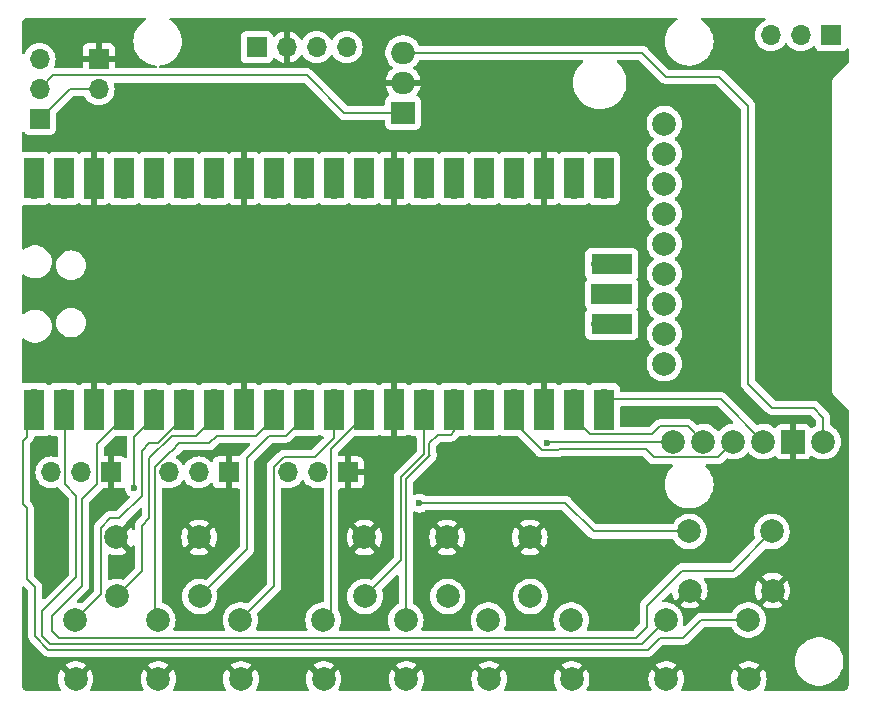
<source format=gtl>
G04 #@! TF.GenerationSoftware,KiCad,Pcbnew,8.0.6*
G04 #@! TF.CreationDate,2024-12-01T22:21:48+01:00*
G04 #@! TF.ProjectId,pico_piano,7069636f-5f70-4696-916e-6f2e6b696361,rev?*
G04 #@! TF.SameCoordinates,Original*
G04 #@! TF.FileFunction,Copper,L1,Top*
G04 #@! TF.FilePolarity,Positive*
%FSLAX46Y46*%
G04 Gerber Fmt 4.6, Leading zero omitted, Abs format (unit mm)*
G04 Created by KiCad (PCBNEW 8.0.6) date 2024-12-01 22:21:48*
%MOMM*%
%LPD*%
G01*
G04 APERTURE LIST*
G04 #@! TA.AperFunction,ComponentPad*
%ADD10C,2.000000*%
G04 #@! TD*
G04 #@! TA.AperFunction,ComponentPad*
%ADD11R,1.700000X1.700000*%
G04 #@! TD*
G04 #@! TA.AperFunction,ComponentPad*
%ADD12O,1.700000X1.700000*%
G04 #@! TD*
G04 #@! TA.AperFunction,ComponentPad*
%ADD13R,2.000000X2.000000*%
G04 #@! TD*
G04 #@! TA.AperFunction,SMDPad,CuDef*
%ADD14R,1.700000X3.500000*%
G04 #@! TD*
G04 #@! TA.AperFunction,SMDPad,CuDef*
%ADD15R,3.500000X1.700000*%
G04 #@! TD*
G04 #@! TA.AperFunction,ComponentPad*
%ADD16R,2.000000X1.905000*%
G04 #@! TD*
G04 #@! TA.AperFunction,ComponentPad*
%ADD17O,2.000000X1.905000*%
G04 #@! TD*
G04 #@! TA.AperFunction,ViaPad*
%ADD18C,0.600000*%
G04 #@! TD*
G04 #@! TA.AperFunction,Conductor*
%ADD19C,0.200000*%
G04 #@! TD*
G04 APERTURE END LIST*
D10*
X167000000Y-64000000D03*
X167050000Y-69000000D03*
X139500000Y-64500000D03*
X139550000Y-69500000D03*
X118500000Y-64500000D03*
X118550000Y-69500000D03*
X115000000Y-71500000D03*
X115050000Y-76500000D03*
X108000000Y-71500000D03*
X108050000Y-76500000D03*
D11*
X172000000Y-22000000D03*
D12*
X169460000Y-22000000D03*
X166920000Y-22000000D03*
D10*
X111500000Y-64500000D03*
X111550000Y-69500000D03*
X122000000Y-71500000D03*
X122050000Y-76500000D03*
X165000000Y-71500000D03*
X165050000Y-76500000D03*
X158650000Y-56394000D03*
X161190000Y-56394000D03*
X163730000Y-56394000D03*
X166270000Y-56394000D03*
D13*
X168810000Y-56394000D03*
D10*
X171350000Y-56394000D03*
X157888000Y-49790000D03*
X157888000Y-47250000D03*
X157888000Y-44710000D03*
X157888000Y-42170000D03*
X157888000Y-39630000D03*
X157888000Y-37090000D03*
X157888000Y-34550000D03*
X157888000Y-32010000D03*
X157888000Y-29470000D03*
X143000000Y-71500000D03*
X143050000Y-76500000D03*
X160000000Y-64000000D03*
X160050000Y-69000000D03*
D11*
X105000000Y-29080000D03*
D12*
X105000000Y-26540000D03*
X105000000Y-24000000D03*
D11*
X121000000Y-59000000D03*
D12*
X118460000Y-59000000D03*
X115920000Y-59000000D03*
D10*
X150000000Y-71500000D03*
X150050000Y-76500000D03*
X146500000Y-64500000D03*
X146550000Y-69500000D03*
D11*
X131079999Y-59000000D03*
D12*
X128539999Y-59000000D03*
X125999999Y-59000000D03*
D10*
X129000000Y-71500000D03*
X129050000Y-76500000D03*
D12*
X104500000Y-52780000D03*
D14*
X104500000Y-53680000D03*
D12*
X107040000Y-52780000D03*
D14*
X107040000Y-53680000D03*
D11*
X109580000Y-52780000D03*
D14*
X109580000Y-53680000D03*
D12*
X112120000Y-52780000D03*
D14*
X112120000Y-53680000D03*
D12*
X114660000Y-52780000D03*
D14*
X114660000Y-53680000D03*
D12*
X117200000Y-52780000D03*
D14*
X117200000Y-53680000D03*
D12*
X119740000Y-52780000D03*
D14*
X119740000Y-53680000D03*
D11*
X122280000Y-52780000D03*
D14*
X122280000Y-53680000D03*
D12*
X124820000Y-52780000D03*
D14*
X124820000Y-53680000D03*
D12*
X127360000Y-52780000D03*
D14*
X127360000Y-53680000D03*
D12*
X129900000Y-52780000D03*
D14*
X129900000Y-53680000D03*
D12*
X132440000Y-52780000D03*
D14*
X132440000Y-53680000D03*
D11*
X134980000Y-52780000D03*
D14*
X134980000Y-53680000D03*
D12*
X137520000Y-52780000D03*
D14*
X137520000Y-53680000D03*
D12*
X140060000Y-52780000D03*
D14*
X140060000Y-53680000D03*
D12*
X142600000Y-52780000D03*
D14*
X142600000Y-53680000D03*
D12*
X145140000Y-52780000D03*
D14*
X145140000Y-53680000D03*
D11*
X147680000Y-52780000D03*
D14*
X147680000Y-53680000D03*
D12*
X150220000Y-52780000D03*
D14*
X150220000Y-53680000D03*
D12*
X152760000Y-52780000D03*
D14*
X152760000Y-53680000D03*
D12*
X152760000Y-35000000D03*
D14*
X152760000Y-34100000D03*
D12*
X150220000Y-35000000D03*
D14*
X150220000Y-34100000D03*
D11*
X147680000Y-35000000D03*
D14*
X147680000Y-34100000D03*
D12*
X145140000Y-35000000D03*
D14*
X145140000Y-34100000D03*
D12*
X142600000Y-35000000D03*
D14*
X142600000Y-34100000D03*
D12*
X140060000Y-35000000D03*
D14*
X140060000Y-34100000D03*
D12*
X137520000Y-35000000D03*
D14*
X137520000Y-34100000D03*
D11*
X134980000Y-35000000D03*
D14*
X134980000Y-34100000D03*
D12*
X132440000Y-35000000D03*
D14*
X132440000Y-34100000D03*
D12*
X129900000Y-35000000D03*
D14*
X129900000Y-34100000D03*
D12*
X127360000Y-35000000D03*
D14*
X127360000Y-34100000D03*
D12*
X124820000Y-35000000D03*
D14*
X124820000Y-34100000D03*
D11*
X122280000Y-35000000D03*
D14*
X122280000Y-34100000D03*
D12*
X119740000Y-35000000D03*
D14*
X119740000Y-34100000D03*
D12*
X117200000Y-35000000D03*
D14*
X117200000Y-34100000D03*
D12*
X114660000Y-35000000D03*
D14*
X114660000Y-34100000D03*
D12*
X112120000Y-35000000D03*
D14*
X112120000Y-34100000D03*
D11*
X109580000Y-35000000D03*
D14*
X109580000Y-34100000D03*
D12*
X107040000Y-35000000D03*
D14*
X107040000Y-34100000D03*
D12*
X104500000Y-35000000D03*
D14*
X104500000Y-34100000D03*
D12*
X152530000Y-46430000D03*
D15*
X153430000Y-46430000D03*
D11*
X152530000Y-43890000D03*
D15*
X153430000Y-43890000D03*
D12*
X152530000Y-41350000D03*
D15*
X153430000Y-41350000D03*
D10*
X132500000Y-64500000D03*
X132550000Y-69500000D03*
D11*
X123380000Y-23000000D03*
D12*
X125920000Y-23000000D03*
X128460000Y-23000000D03*
X131000000Y-23000000D03*
D10*
X158000000Y-71500000D03*
X158050000Y-76500000D03*
X136000000Y-71500000D03*
X136050000Y-76500000D03*
D11*
X111079999Y-59000000D03*
D12*
X108539999Y-59000000D03*
X105999999Y-59000000D03*
D16*
X135770000Y-28540000D03*
D17*
X135770000Y-26000000D03*
X135770000Y-23460000D03*
D11*
X110000000Y-24000000D03*
D12*
X110000000Y-26540000D03*
D18*
X116840000Y-41910000D03*
X163000000Y-22000000D03*
X139700000Y-59690000D03*
X105410000Y-63500000D03*
X139700000Y-44450000D03*
X114300000Y-49530000D03*
X161290000Y-54610000D03*
X127000000Y-66040000D03*
X104140000Y-76200000D03*
X129540000Y-25400000D03*
X147955000Y-56515000D03*
X137160000Y-61595000D03*
X113030000Y-60325000D03*
D19*
X171350000Y-56394000D02*
X171350000Y-54350000D01*
X171350000Y-54350000D02*
X170522000Y-53522000D01*
X170522000Y-53522000D02*
X167022000Y-53522000D01*
X167022000Y-53522000D02*
X165000000Y-51500000D01*
X165000000Y-51500000D02*
X165000000Y-28000000D01*
X158000000Y-25500000D02*
X156000000Y-23500000D01*
X165000000Y-28000000D02*
X162500000Y-25500000D01*
X156000000Y-23460000D02*
X135770000Y-23460000D01*
X162500000Y-25500000D02*
X158000000Y-25500000D01*
X156000000Y-23500000D02*
X156000000Y-23460000D01*
X149500000Y-61595000D02*
X137160000Y-61595000D01*
X160000000Y-64000000D02*
X151905000Y-64000000D01*
X151905000Y-64000000D02*
X149500000Y-61595000D01*
X105750000Y-74000000D02*
X156500000Y-74000000D01*
X104625000Y-72875000D02*
X105750000Y-74000000D01*
X103897562Y-68000000D02*
X104625000Y-68727438D01*
X103897562Y-53382438D02*
X103897562Y-56000000D01*
X103897562Y-62000000D02*
X103897562Y-68000000D01*
X159500000Y-73000000D02*
X161000000Y-71500000D01*
X103600000Y-61702438D02*
X103897562Y-62000000D01*
X157500000Y-73000000D02*
X159500000Y-73000000D01*
X103600000Y-56297562D02*
X103600000Y-61702438D01*
X156500000Y-74000000D02*
X157500000Y-73000000D01*
X103897562Y-56000000D02*
X103600000Y-56297562D01*
X104625000Y-68727438D02*
X104625000Y-72875000D01*
X104500000Y-52780000D02*
X103897562Y-53382438D01*
X161000000Y-71500000D02*
X165000000Y-71500000D01*
X122000000Y-71500000D02*
X124849999Y-68650001D01*
X124849999Y-68650001D02*
X124849999Y-58523654D01*
X128313174Y-57686826D02*
X129900000Y-56100000D01*
X124849999Y-58523654D02*
X125686826Y-57686826D01*
X125686826Y-57686826D02*
X128313174Y-57686826D01*
X129900000Y-56100000D02*
X129900000Y-52780000D01*
X136000000Y-71500000D02*
X136000000Y-59580000D01*
X140060000Y-55520000D02*
X140060000Y-52780000D01*
X136000000Y-59580000D02*
X138040000Y-57540000D01*
X138040000Y-57540000D02*
X138000000Y-57500000D01*
X138000000Y-57500000D02*
X138000000Y-56500000D01*
X138000000Y-56500000D02*
X138710000Y-55790000D01*
X138710000Y-55790000D02*
X139790000Y-55790000D01*
X139790000Y-55790000D02*
X140060000Y-55520000D01*
X148885000Y-57115000D02*
X147500000Y-57115000D01*
X147500000Y-57115000D02*
X145140000Y-54755000D01*
X145140000Y-54755000D02*
X145140000Y-52780000D01*
X150220000Y-52780000D02*
X150220000Y-54340000D01*
X150220000Y-54340000D02*
X151610000Y-55730000D01*
X159890000Y-55094000D02*
X161190000Y-56394000D01*
X151610000Y-55730000D02*
X156864000Y-55730000D01*
X156864000Y-55730000D02*
X157500000Y-55094000D01*
X157500000Y-55094000D02*
X159890000Y-55094000D01*
X163730000Y-56394000D02*
X162430000Y-57694000D01*
X157000000Y-57694000D02*
X156306000Y-57000000D01*
X162430000Y-57694000D02*
X157000000Y-57694000D01*
X156306000Y-57000000D02*
X149000000Y-57000000D01*
X149000000Y-57000000D02*
X148885000Y-57115000D01*
X110000000Y-26540000D02*
X107540000Y-26540000D01*
X107540000Y-26540000D02*
X105000000Y-29080000D01*
X166270000Y-56394000D02*
X162656000Y-52780000D01*
X162656000Y-52780000D02*
X152760000Y-52780000D01*
X152760000Y-54340000D02*
X152760000Y-52780000D01*
X158650000Y-56394000D02*
X148076000Y-56394000D01*
X148076000Y-56394000D02*
X147955000Y-56515000D01*
X110200000Y-63665000D02*
X110200000Y-69300000D01*
X117200000Y-52780000D02*
X117200000Y-54340000D01*
X111000000Y-62865000D02*
X110200000Y-63665000D01*
X114300000Y-56515000D02*
X113665000Y-57150000D01*
X110200000Y-69300000D02*
X108000000Y-71500000D01*
X117200000Y-54340000D02*
X115025000Y-56515000D01*
X111760000Y-62865000D02*
X111000000Y-62865000D01*
X113665000Y-60960000D02*
X111760000Y-62865000D01*
X115025000Y-56515000D02*
X114300000Y-56515000D01*
X113665000Y-57150000D02*
X113665000Y-60960000D01*
X113665000Y-67385000D02*
X113665000Y-63500000D01*
X119740000Y-54340000D02*
X119740000Y-52780000D01*
X113665000Y-63500000D02*
X114300000Y-62865000D01*
X118200000Y-55880000D02*
X119740000Y-54340000D01*
X111550000Y-69500000D02*
X113665000Y-67385000D01*
X114300000Y-62865000D02*
X114300000Y-57805686D01*
X114300000Y-57805686D02*
X116225686Y-55880000D01*
X116225686Y-55880000D02*
X118200000Y-55880000D01*
X116205000Y-57150000D02*
X116840000Y-56515000D01*
X119380000Y-56515000D02*
X120015000Y-55880000D01*
X115000000Y-71500000D02*
X114770000Y-71270000D01*
X114770000Y-71270000D02*
X114770000Y-58523654D01*
X120015000Y-55880000D02*
X123280000Y-55880000D01*
X114770000Y-58523654D02*
X116143654Y-57150000D01*
X123280000Y-55880000D02*
X124820000Y-54340000D01*
X116143654Y-57150000D02*
X116205000Y-57150000D01*
X116840000Y-56515000D02*
X119380000Y-56515000D01*
X124820000Y-54340000D02*
X124820000Y-52780000D01*
X122555000Y-65495000D02*
X122555000Y-57785000D01*
X118550000Y-69500000D02*
X122555000Y-65495000D01*
X124460000Y-55880000D02*
X125820000Y-55880000D01*
X122555000Y-57785000D02*
X124460000Y-55880000D01*
X127360000Y-54340000D02*
X127360000Y-52780000D01*
X125820000Y-55880000D02*
X127360000Y-54340000D01*
X129689999Y-57000001D02*
X132440000Y-54250000D01*
X132440000Y-54250000D02*
X132440000Y-52780000D01*
X129000000Y-71500000D02*
X129689999Y-70810001D01*
X129689999Y-70810001D02*
X129689999Y-57000001D01*
X135600000Y-59400000D02*
X137520000Y-57480000D01*
X137520000Y-57480000D02*
X137520000Y-52780000D01*
X135600000Y-66450000D02*
X135600000Y-59400000D01*
X132550000Y-69500000D02*
X135600000Y-66450000D01*
X105000000Y-26540000D02*
X106150000Y-25390000D01*
X106150000Y-25390000D02*
X127625000Y-25390000D01*
X131480000Y-28540000D02*
X135770000Y-28540000D01*
X131445000Y-28575000D02*
X131480000Y-28540000D01*
X127625000Y-25390000D02*
X130810000Y-28575000D01*
X130810000Y-28575000D02*
X131445000Y-28575000D01*
X113030000Y-59349999D02*
X113030000Y-55970000D01*
X113030000Y-59349999D02*
X113030000Y-60325000D01*
X113030000Y-55970000D02*
X114660000Y-54340000D01*
X114660000Y-54340000D02*
X114660000Y-52780000D01*
X159385000Y-67310000D02*
X156415000Y-70280000D01*
X109855000Y-56605000D02*
X112120000Y-54340000D01*
X106655000Y-73000000D02*
X106045000Y-72390000D01*
X155500000Y-73000000D02*
X106655000Y-73000000D01*
X108585000Y-61270000D02*
X109855000Y-60000000D01*
X106045000Y-72390000D02*
X106045000Y-71120000D01*
X167000000Y-64000000D02*
X163690000Y-67310000D01*
X163690000Y-67310000D02*
X159385000Y-67310000D01*
X156415000Y-70280000D02*
X156415000Y-72085000D01*
X106045000Y-71120000D02*
X108585000Y-68580000D01*
X108585000Y-68580000D02*
X108585000Y-61270000D01*
X156415000Y-72085000D02*
X155500000Y-73000000D01*
X112120000Y-54340000D02*
X112120000Y-52780000D01*
X109855000Y-60000000D02*
X109855000Y-56605000D01*
X105240470Y-72855470D02*
X105885000Y-73500000D01*
X108105129Y-60955130D02*
X108105129Y-67875810D01*
X108105129Y-67875810D02*
X107240470Y-68740470D01*
X107040000Y-52780000D02*
X107149999Y-52889999D01*
X105240470Y-70740470D02*
X105240470Y-72855470D01*
X107149999Y-52889999D02*
X107149999Y-60000000D01*
X107240470Y-68740470D02*
X105240470Y-70740470D01*
X107149999Y-60000000D02*
X108105129Y-60955130D01*
X156000000Y-73500000D02*
X158000000Y-71500000D01*
X105885000Y-73500000D02*
X156000000Y-73500000D01*
G04 #@! TA.AperFunction,Conductor*
G36*
X158966089Y-20520185D02*
G01*
X159011844Y-20572989D01*
X159021788Y-20642147D01*
X158992763Y-20705703D01*
X158963478Y-20730448D01*
X158814757Y-20820886D01*
X158597154Y-20997919D01*
X158405692Y-21202925D01*
X158405692Y-21202926D01*
X158243919Y-21432103D01*
X158114863Y-21681171D01*
X158020926Y-21945483D01*
X158020921Y-21945500D01*
X157963852Y-22220135D01*
X157963851Y-22220137D01*
X157944709Y-22500000D01*
X157963851Y-22779862D01*
X157963852Y-22779864D01*
X158020921Y-23054499D01*
X158020926Y-23054516D01*
X158105966Y-23293793D01*
X158114864Y-23318830D01*
X158243919Y-23567896D01*
X158405688Y-23797069D01*
X158405692Y-23797073D01*
X158405692Y-23797074D01*
X158595211Y-24000000D01*
X158597155Y-24002081D01*
X158814754Y-24179111D01*
X158814756Y-24179112D01*
X158814757Y-24179113D01*
X159054433Y-24324863D01*
X159242534Y-24406566D01*
X159311725Y-24436620D01*
X159581839Y-24512303D01*
X159802666Y-24542655D01*
X159859741Y-24550500D01*
X159859742Y-24550500D01*
X160140259Y-24550500D01*
X160197334Y-24542655D01*
X160418161Y-24512303D01*
X160688275Y-24436620D01*
X160945568Y-24324862D01*
X161185246Y-24179111D01*
X161402845Y-24002081D01*
X161594312Y-23797069D01*
X161756081Y-23567896D01*
X161885136Y-23318830D01*
X161979075Y-23054511D01*
X161979076Y-23054504D01*
X161979078Y-23054499D01*
X162007740Y-22916569D01*
X162036148Y-22779862D01*
X162055291Y-22500000D01*
X162037193Y-22235413D01*
X162036148Y-22220137D01*
X162036147Y-22220135D01*
X162035554Y-22217283D01*
X162007847Y-22083947D01*
X161979078Y-21945500D01*
X161979073Y-21945483D01*
X161924686Y-21792454D01*
X161885136Y-21681170D01*
X161756081Y-21432104D01*
X161594312Y-21202931D01*
X161594307Y-21202925D01*
X161402845Y-20997919D01*
X161252576Y-20875666D01*
X161185246Y-20820889D01*
X161185244Y-20820888D01*
X161185242Y-20820886D01*
X161036522Y-20730448D01*
X160989470Y-20678797D01*
X160977812Y-20609907D01*
X161005249Y-20545650D01*
X161063071Y-20506427D01*
X161100950Y-20500500D01*
X166380804Y-20500500D01*
X166447843Y-20520185D01*
X166493598Y-20572989D01*
X166503542Y-20642147D01*
X166474517Y-20705703D01*
X166433209Y-20736882D01*
X166242171Y-20825964D01*
X166242169Y-20825965D01*
X166048597Y-20961505D01*
X165881505Y-21128597D01*
X165745965Y-21322169D01*
X165745964Y-21322171D01*
X165646098Y-21536335D01*
X165646094Y-21536344D01*
X165584938Y-21764586D01*
X165584936Y-21764596D01*
X165564341Y-21999999D01*
X165564341Y-22000000D01*
X165584936Y-22235403D01*
X165584938Y-22235413D01*
X165646094Y-22463655D01*
X165646096Y-22463659D01*
X165646097Y-22463663D01*
X165735973Y-22656403D01*
X165745965Y-22677830D01*
X165745967Y-22677834D01*
X165817410Y-22779864D01*
X165881505Y-22871401D01*
X166048599Y-23038495D01*
X166139515Y-23102155D01*
X166242165Y-23174032D01*
X166242167Y-23174033D01*
X166242170Y-23174035D01*
X166456337Y-23273903D01*
X166684592Y-23335063D01*
X166861034Y-23350500D01*
X166919999Y-23355659D01*
X166920000Y-23355659D01*
X166920001Y-23355659D01*
X166978966Y-23350500D01*
X167155408Y-23335063D01*
X167383663Y-23273903D01*
X167597830Y-23174035D01*
X167791401Y-23038495D01*
X167958495Y-22871401D01*
X168073859Y-22706645D01*
X168088425Y-22685842D01*
X168143002Y-22642217D01*
X168212500Y-22635023D01*
X168274855Y-22666546D01*
X168291575Y-22685842D01*
X168421500Y-22871395D01*
X168421505Y-22871401D01*
X168588599Y-23038495D01*
X168679515Y-23102155D01*
X168782165Y-23174032D01*
X168782167Y-23174033D01*
X168782170Y-23174035D01*
X168996337Y-23273903D01*
X169224592Y-23335063D01*
X169401034Y-23350500D01*
X169459999Y-23355659D01*
X169460000Y-23355659D01*
X169460001Y-23355659D01*
X169518966Y-23350500D01*
X169695408Y-23335063D01*
X169923663Y-23273903D01*
X170137830Y-23174035D01*
X170331401Y-23038495D01*
X170453329Y-22916566D01*
X170514648Y-22883084D01*
X170584340Y-22888068D01*
X170640274Y-22929939D01*
X170657189Y-22960917D01*
X170706202Y-23092328D01*
X170706206Y-23092335D01*
X170792452Y-23207544D01*
X170792455Y-23207547D01*
X170907664Y-23293793D01*
X170907671Y-23293797D01*
X171042517Y-23344091D01*
X171042516Y-23344091D01*
X171049444Y-23344835D01*
X171102127Y-23350500D01*
X172897872Y-23350499D01*
X172957483Y-23344091D01*
X173092331Y-23293796D01*
X173207546Y-23207546D01*
X173276234Y-23115789D01*
X173332167Y-23073920D01*
X173401859Y-23068936D01*
X173463182Y-23102421D01*
X173496666Y-23163745D01*
X173499500Y-23190102D01*
X173499500Y-24241324D01*
X173479815Y-24308363D01*
X173463181Y-24329005D01*
X172199502Y-25592683D01*
X172199500Y-25592686D01*
X172133608Y-25706812D01*
X172099500Y-25834108D01*
X172099500Y-52165891D01*
X172133608Y-52293187D01*
X172137242Y-52299481D01*
X172199500Y-52407314D01*
X172199502Y-52407316D01*
X173463181Y-53670995D01*
X173496666Y-53732318D01*
X173499500Y-53758676D01*
X173499500Y-76993038D01*
X173498720Y-77006923D01*
X173488540Y-77097264D01*
X173482362Y-77124333D01*
X173454648Y-77203537D01*
X173442600Y-77228555D01*
X173397957Y-77299604D01*
X173380644Y-77321313D01*
X173321313Y-77380644D01*
X173299604Y-77397957D01*
X173228555Y-77442600D01*
X173203537Y-77454648D01*
X173124333Y-77482362D01*
X173097264Y-77488540D01*
X173017075Y-77497576D01*
X173006921Y-77498720D01*
X172993038Y-77499500D01*
X166417885Y-77499500D01*
X166350846Y-77479815D01*
X166305091Y-77427011D01*
X166295147Y-77357853D01*
X166314076Y-77307679D01*
X166373732Y-77216367D01*
X166473587Y-76988717D01*
X166534612Y-76747738D01*
X166534614Y-76747729D01*
X166555141Y-76500005D01*
X166555141Y-76499994D01*
X166534614Y-76252270D01*
X166534612Y-76252261D01*
X166473587Y-76011282D01*
X166373731Y-75783630D01*
X166273434Y-75630116D01*
X165573786Y-76329763D01*
X165562518Y-76287708D01*
X165490110Y-76162292D01*
X165387708Y-76059890D01*
X165262292Y-75987482D01*
X165220235Y-75976212D01*
X165920057Y-75276390D01*
X165920056Y-75276389D01*
X165873229Y-75239943D01*
X165654614Y-75121635D01*
X165654603Y-75121630D01*
X165419493Y-75040916D01*
X165174293Y-75000000D01*
X168944709Y-75000000D01*
X168963851Y-75279862D01*
X168963852Y-75279864D01*
X169020921Y-75554499D01*
X169020926Y-75554516D01*
X169114863Y-75818828D01*
X169114864Y-75818830D01*
X169243919Y-76067896D01*
X169405688Y-76297069D01*
X169405692Y-76297073D01*
X169405692Y-76297074D01*
X169595206Y-76499994D01*
X169597155Y-76502081D01*
X169814754Y-76679111D01*
X169814756Y-76679112D01*
X169814757Y-76679113D01*
X170054433Y-76824863D01*
X170263257Y-76915567D01*
X170311725Y-76936620D01*
X170581839Y-77012303D01*
X170826159Y-77045884D01*
X170859741Y-77050500D01*
X170859742Y-77050500D01*
X171140259Y-77050500D01*
X171170219Y-77046381D01*
X171418161Y-77012303D01*
X171688275Y-76936620D01*
X171945568Y-76824862D01*
X172185246Y-76679111D01*
X172402845Y-76502081D01*
X172594312Y-76297069D01*
X172756081Y-76067896D01*
X172885136Y-75818830D01*
X172979075Y-75554511D01*
X172979076Y-75554504D01*
X172979078Y-75554499D01*
X173010845Y-75401626D01*
X173036148Y-75279862D01*
X173055291Y-75000000D01*
X173036148Y-74720138D01*
X172996770Y-74530641D01*
X172979078Y-74445500D01*
X172979073Y-74445483D01*
X172948159Y-74358501D01*
X172885136Y-74181170D01*
X172756081Y-73932104D01*
X172594312Y-73702931D01*
X172594307Y-73702925D01*
X172402845Y-73497919D01*
X172244033Y-73368716D01*
X172185246Y-73320889D01*
X172185244Y-73320888D01*
X172185242Y-73320886D01*
X171945566Y-73175136D01*
X171688276Y-73063380D01*
X171418166Y-72987698D01*
X171418162Y-72987697D01*
X171418161Y-72987697D01*
X171213530Y-72959571D01*
X171140259Y-72949500D01*
X171140258Y-72949500D01*
X170859742Y-72949500D01*
X170859741Y-72949500D01*
X170581839Y-72987697D01*
X170581833Y-72987698D01*
X170311723Y-73063380D01*
X170054433Y-73175136D01*
X169814757Y-73320886D01*
X169597154Y-73497919D01*
X169405692Y-73702925D01*
X169405692Y-73702926D01*
X169243919Y-73932103D01*
X169114863Y-74181171D01*
X169020926Y-74445483D01*
X169020921Y-74445500D01*
X168963852Y-74720135D01*
X168963851Y-74720137D01*
X168944709Y-75000000D01*
X165174293Y-75000000D01*
X164925707Y-75000000D01*
X164680506Y-75040916D01*
X164445396Y-75121630D01*
X164445390Y-75121632D01*
X164226761Y-75239949D01*
X164179942Y-75276388D01*
X164179942Y-75276390D01*
X164879765Y-75976212D01*
X164837708Y-75987482D01*
X164712292Y-76059890D01*
X164609890Y-76162292D01*
X164537482Y-76287708D01*
X164526212Y-76329765D01*
X163826564Y-75630116D01*
X163726267Y-75783632D01*
X163626412Y-76011282D01*
X163565387Y-76252261D01*
X163565385Y-76252270D01*
X163544859Y-76499994D01*
X163544859Y-76500005D01*
X163565385Y-76747729D01*
X163565387Y-76747738D01*
X163626412Y-76988717D01*
X163726267Y-77216367D01*
X163785924Y-77307679D01*
X163806111Y-77374568D01*
X163786931Y-77441754D01*
X163734473Y-77487904D01*
X163682115Y-77499500D01*
X159417885Y-77499500D01*
X159350846Y-77479815D01*
X159305091Y-77427011D01*
X159295147Y-77357853D01*
X159314076Y-77307679D01*
X159373732Y-77216367D01*
X159473587Y-76988717D01*
X159534612Y-76747738D01*
X159534614Y-76747729D01*
X159555141Y-76500005D01*
X159555141Y-76499994D01*
X159534614Y-76252270D01*
X159534612Y-76252261D01*
X159473587Y-76011282D01*
X159373731Y-75783630D01*
X159273434Y-75630116D01*
X158573786Y-76329763D01*
X158562518Y-76287708D01*
X158490110Y-76162292D01*
X158387708Y-76059890D01*
X158262292Y-75987482D01*
X158220235Y-75976212D01*
X158920057Y-75276390D01*
X158920056Y-75276389D01*
X158873229Y-75239943D01*
X158654614Y-75121635D01*
X158654603Y-75121630D01*
X158419493Y-75040916D01*
X158174293Y-75000000D01*
X157925707Y-75000000D01*
X157680506Y-75040916D01*
X157445396Y-75121630D01*
X157445390Y-75121632D01*
X157226761Y-75239949D01*
X157179942Y-75276388D01*
X157179942Y-75276390D01*
X157879765Y-75976212D01*
X157837708Y-75987482D01*
X157712292Y-76059890D01*
X157609890Y-76162292D01*
X157537482Y-76287708D01*
X157526212Y-76329765D01*
X156826564Y-75630116D01*
X156726267Y-75783632D01*
X156626412Y-76011282D01*
X156565387Y-76252261D01*
X156565385Y-76252270D01*
X156544859Y-76499994D01*
X156544859Y-76500005D01*
X156565385Y-76747729D01*
X156565387Y-76747738D01*
X156626412Y-76988717D01*
X156726267Y-77216367D01*
X156785924Y-77307679D01*
X156806111Y-77374568D01*
X156786931Y-77441754D01*
X156734473Y-77487904D01*
X156682115Y-77499500D01*
X151417885Y-77499500D01*
X151350846Y-77479815D01*
X151305091Y-77427011D01*
X151295147Y-77357853D01*
X151314076Y-77307679D01*
X151373732Y-77216367D01*
X151473587Y-76988717D01*
X151534612Y-76747738D01*
X151534614Y-76747729D01*
X151555141Y-76500005D01*
X151555141Y-76499994D01*
X151534614Y-76252270D01*
X151534612Y-76252261D01*
X151473587Y-76011282D01*
X151373731Y-75783630D01*
X151273434Y-75630116D01*
X150573786Y-76329763D01*
X150562518Y-76287708D01*
X150490110Y-76162292D01*
X150387708Y-76059890D01*
X150262292Y-75987482D01*
X150220235Y-75976212D01*
X150920057Y-75276390D01*
X150920056Y-75276389D01*
X150873229Y-75239943D01*
X150654614Y-75121635D01*
X150654603Y-75121630D01*
X150419493Y-75040916D01*
X150174293Y-75000000D01*
X149925707Y-75000000D01*
X149680506Y-75040916D01*
X149445396Y-75121630D01*
X149445390Y-75121632D01*
X149226761Y-75239949D01*
X149179942Y-75276388D01*
X149179942Y-75276390D01*
X149879765Y-75976212D01*
X149837708Y-75987482D01*
X149712292Y-76059890D01*
X149609890Y-76162292D01*
X149537482Y-76287708D01*
X149526212Y-76329765D01*
X148826564Y-75630116D01*
X148726267Y-75783632D01*
X148626412Y-76011282D01*
X148565387Y-76252261D01*
X148565385Y-76252270D01*
X148544859Y-76499994D01*
X148544859Y-76500005D01*
X148565385Y-76747729D01*
X148565387Y-76747738D01*
X148626412Y-76988717D01*
X148726267Y-77216367D01*
X148785924Y-77307679D01*
X148806111Y-77374568D01*
X148786931Y-77441754D01*
X148734473Y-77487904D01*
X148682115Y-77499500D01*
X144417885Y-77499500D01*
X144350846Y-77479815D01*
X144305091Y-77427011D01*
X144295147Y-77357853D01*
X144314076Y-77307679D01*
X144373732Y-77216367D01*
X144473587Y-76988717D01*
X144534612Y-76747738D01*
X144534614Y-76747729D01*
X144555141Y-76500005D01*
X144555141Y-76499994D01*
X144534614Y-76252270D01*
X144534612Y-76252261D01*
X144473587Y-76011282D01*
X144373731Y-75783630D01*
X144273434Y-75630116D01*
X143573786Y-76329763D01*
X143562518Y-76287708D01*
X143490110Y-76162292D01*
X143387708Y-76059890D01*
X143262292Y-75987482D01*
X143220235Y-75976212D01*
X143920057Y-75276390D01*
X143920056Y-75276389D01*
X143873229Y-75239943D01*
X143654614Y-75121635D01*
X143654603Y-75121630D01*
X143419493Y-75040916D01*
X143174293Y-75000000D01*
X142925707Y-75000000D01*
X142680506Y-75040916D01*
X142445396Y-75121630D01*
X142445390Y-75121632D01*
X142226761Y-75239949D01*
X142179942Y-75276388D01*
X142179942Y-75276390D01*
X142879765Y-75976212D01*
X142837708Y-75987482D01*
X142712292Y-76059890D01*
X142609890Y-76162292D01*
X142537482Y-76287708D01*
X142526212Y-76329765D01*
X141826564Y-75630116D01*
X141726267Y-75783632D01*
X141626412Y-76011282D01*
X141565387Y-76252261D01*
X141565385Y-76252270D01*
X141544859Y-76499994D01*
X141544859Y-76500005D01*
X141565385Y-76747729D01*
X141565387Y-76747738D01*
X141626412Y-76988717D01*
X141726267Y-77216367D01*
X141785924Y-77307679D01*
X141806111Y-77374568D01*
X141786931Y-77441754D01*
X141734473Y-77487904D01*
X141682115Y-77499500D01*
X137417885Y-77499500D01*
X137350846Y-77479815D01*
X137305091Y-77427011D01*
X137295147Y-77357853D01*
X137314076Y-77307679D01*
X137373732Y-77216367D01*
X137473587Y-76988717D01*
X137534612Y-76747738D01*
X137534614Y-76747729D01*
X137555141Y-76500005D01*
X137555141Y-76499994D01*
X137534614Y-76252270D01*
X137534612Y-76252261D01*
X137473587Y-76011282D01*
X137373731Y-75783630D01*
X137273434Y-75630116D01*
X136573786Y-76329763D01*
X136562518Y-76287708D01*
X136490110Y-76162292D01*
X136387708Y-76059890D01*
X136262292Y-75987482D01*
X136220235Y-75976212D01*
X136920057Y-75276390D01*
X136920056Y-75276389D01*
X136873229Y-75239943D01*
X136654614Y-75121635D01*
X136654603Y-75121630D01*
X136419493Y-75040916D01*
X136174293Y-75000000D01*
X135925707Y-75000000D01*
X135680506Y-75040916D01*
X135445396Y-75121630D01*
X135445390Y-75121632D01*
X135226761Y-75239949D01*
X135179942Y-75276388D01*
X135179942Y-75276390D01*
X135879765Y-75976212D01*
X135837708Y-75987482D01*
X135712292Y-76059890D01*
X135609890Y-76162292D01*
X135537482Y-76287708D01*
X135526212Y-76329765D01*
X134826564Y-75630116D01*
X134726267Y-75783632D01*
X134626412Y-76011282D01*
X134565387Y-76252261D01*
X134565385Y-76252270D01*
X134544859Y-76499994D01*
X134544859Y-76500005D01*
X134565385Y-76747729D01*
X134565387Y-76747738D01*
X134626412Y-76988717D01*
X134726267Y-77216367D01*
X134785924Y-77307679D01*
X134806111Y-77374568D01*
X134786931Y-77441754D01*
X134734473Y-77487904D01*
X134682115Y-77499500D01*
X130417885Y-77499500D01*
X130350846Y-77479815D01*
X130305091Y-77427011D01*
X130295147Y-77357853D01*
X130314076Y-77307679D01*
X130373732Y-77216367D01*
X130473587Y-76988717D01*
X130534612Y-76747738D01*
X130534614Y-76747729D01*
X130555141Y-76500005D01*
X130555141Y-76499994D01*
X130534614Y-76252270D01*
X130534612Y-76252261D01*
X130473587Y-76011282D01*
X130373731Y-75783630D01*
X130273434Y-75630116D01*
X129573786Y-76329763D01*
X129562518Y-76287708D01*
X129490110Y-76162292D01*
X129387708Y-76059890D01*
X129262292Y-75987482D01*
X129220235Y-75976212D01*
X129920057Y-75276390D01*
X129920056Y-75276389D01*
X129873229Y-75239943D01*
X129654614Y-75121635D01*
X129654603Y-75121630D01*
X129419493Y-75040916D01*
X129174293Y-75000000D01*
X128925707Y-75000000D01*
X128680506Y-75040916D01*
X128445396Y-75121630D01*
X128445390Y-75121632D01*
X128226761Y-75239949D01*
X128179942Y-75276388D01*
X128179942Y-75276390D01*
X128879765Y-75976212D01*
X128837708Y-75987482D01*
X128712292Y-76059890D01*
X128609890Y-76162292D01*
X128537482Y-76287708D01*
X128526212Y-76329765D01*
X127826564Y-75630116D01*
X127726267Y-75783632D01*
X127626412Y-76011282D01*
X127565387Y-76252261D01*
X127565385Y-76252270D01*
X127544859Y-76499994D01*
X127544859Y-76500005D01*
X127565385Y-76747729D01*
X127565387Y-76747738D01*
X127626412Y-76988717D01*
X127726267Y-77216367D01*
X127785924Y-77307679D01*
X127806111Y-77374568D01*
X127786931Y-77441754D01*
X127734473Y-77487904D01*
X127682115Y-77499500D01*
X123417885Y-77499500D01*
X123350846Y-77479815D01*
X123305091Y-77427011D01*
X123295147Y-77357853D01*
X123314076Y-77307679D01*
X123373732Y-77216367D01*
X123473587Y-76988717D01*
X123534612Y-76747738D01*
X123534614Y-76747729D01*
X123555141Y-76500005D01*
X123555141Y-76499994D01*
X123534614Y-76252270D01*
X123534612Y-76252261D01*
X123473587Y-76011282D01*
X123373731Y-75783630D01*
X123273434Y-75630116D01*
X122573786Y-76329763D01*
X122562518Y-76287708D01*
X122490110Y-76162292D01*
X122387708Y-76059890D01*
X122262292Y-75987482D01*
X122220235Y-75976212D01*
X122920057Y-75276390D01*
X122920056Y-75276389D01*
X122873229Y-75239943D01*
X122654614Y-75121635D01*
X122654603Y-75121630D01*
X122419493Y-75040916D01*
X122174293Y-75000000D01*
X121925707Y-75000000D01*
X121680506Y-75040916D01*
X121445396Y-75121630D01*
X121445390Y-75121632D01*
X121226761Y-75239949D01*
X121179942Y-75276388D01*
X121179942Y-75276390D01*
X121879765Y-75976212D01*
X121837708Y-75987482D01*
X121712292Y-76059890D01*
X121609890Y-76162292D01*
X121537482Y-76287708D01*
X121526212Y-76329765D01*
X120826564Y-75630116D01*
X120726267Y-75783632D01*
X120626412Y-76011282D01*
X120565387Y-76252261D01*
X120565385Y-76252270D01*
X120544859Y-76499994D01*
X120544859Y-76500005D01*
X120565385Y-76747729D01*
X120565387Y-76747738D01*
X120626412Y-76988717D01*
X120726267Y-77216367D01*
X120785924Y-77307679D01*
X120806111Y-77374568D01*
X120786931Y-77441754D01*
X120734473Y-77487904D01*
X120682115Y-77499500D01*
X116417885Y-77499500D01*
X116350846Y-77479815D01*
X116305091Y-77427011D01*
X116295147Y-77357853D01*
X116314076Y-77307679D01*
X116373732Y-77216367D01*
X116473587Y-76988717D01*
X116534612Y-76747738D01*
X116534614Y-76747729D01*
X116555141Y-76500005D01*
X116555141Y-76499994D01*
X116534614Y-76252270D01*
X116534612Y-76252261D01*
X116473587Y-76011282D01*
X116373731Y-75783630D01*
X116273434Y-75630116D01*
X115573786Y-76329763D01*
X115562518Y-76287708D01*
X115490110Y-76162292D01*
X115387708Y-76059890D01*
X115262292Y-75987482D01*
X115220235Y-75976212D01*
X115920057Y-75276390D01*
X115920056Y-75276389D01*
X115873229Y-75239943D01*
X115654614Y-75121635D01*
X115654603Y-75121630D01*
X115419493Y-75040916D01*
X115174293Y-75000000D01*
X114925707Y-75000000D01*
X114680506Y-75040916D01*
X114445396Y-75121630D01*
X114445390Y-75121632D01*
X114226761Y-75239949D01*
X114179942Y-75276388D01*
X114179942Y-75276390D01*
X114879765Y-75976212D01*
X114837708Y-75987482D01*
X114712292Y-76059890D01*
X114609890Y-76162292D01*
X114537482Y-76287708D01*
X114526212Y-76329765D01*
X113826564Y-75630116D01*
X113726267Y-75783632D01*
X113626412Y-76011282D01*
X113565387Y-76252261D01*
X113565385Y-76252270D01*
X113544859Y-76499994D01*
X113544859Y-76500005D01*
X113565385Y-76747729D01*
X113565387Y-76747738D01*
X113626412Y-76988717D01*
X113726267Y-77216367D01*
X113785924Y-77307679D01*
X113806111Y-77374568D01*
X113786931Y-77441754D01*
X113734473Y-77487904D01*
X113682115Y-77499500D01*
X109417885Y-77499500D01*
X109350846Y-77479815D01*
X109305091Y-77427011D01*
X109295147Y-77357853D01*
X109314076Y-77307679D01*
X109373732Y-77216367D01*
X109473587Y-76988717D01*
X109534612Y-76747738D01*
X109534614Y-76747729D01*
X109555141Y-76500005D01*
X109555141Y-76499994D01*
X109534614Y-76252270D01*
X109534612Y-76252261D01*
X109473587Y-76011282D01*
X109373731Y-75783630D01*
X109273434Y-75630116D01*
X108573786Y-76329763D01*
X108562518Y-76287708D01*
X108490110Y-76162292D01*
X108387708Y-76059890D01*
X108262292Y-75987482D01*
X108220235Y-75976212D01*
X108920057Y-75276390D01*
X108920056Y-75276389D01*
X108873229Y-75239943D01*
X108654614Y-75121635D01*
X108654603Y-75121630D01*
X108419493Y-75040916D01*
X108174293Y-75000000D01*
X107925707Y-75000000D01*
X107680506Y-75040916D01*
X107445396Y-75121630D01*
X107445390Y-75121632D01*
X107226761Y-75239949D01*
X107179942Y-75276388D01*
X107179942Y-75276390D01*
X107879765Y-75976212D01*
X107837708Y-75987482D01*
X107712292Y-76059890D01*
X107609890Y-76162292D01*
X107537482Y-76287708D01*
X107526212Y-76329765D01*
X106826564Y-75630116D01*
X106726267Y-75783632D01*
X106626412Y-76011282D01*
X106565387Y-76252261D01*
X106565385Y-76252270D01*
X106544859Y-76499994D01*
X106544859Y-76500005D01*
X106565385Y-76747729D01*
X106565387Y-76747738D01*
X106626412Y-76988717D01*
X106726267Y-77216367D01*
X106785924Y-77307679D01*
X106806111Y-77374568D01*
X106786931Y-77441754D01*
X106734473Y-77487904D01*
X106682115Y-77499500D01*
X104006962Y-77499500D01*
X103993078Y-77498720D01*
X103980553Y-77497308D01*
X103902735Y-77488540D01*
X103875666Y-77482362D01*
X103796462Y-77454648D01*
X103771444Y-77442600D01*
X103700395Y-77397957D01*
X103678686Y-77380644D01*
X103619355Y-77321313D01*
X103602042Y-77299604D01*
X103557399Y-77228555D01*
X103545351Y-77203537D01*
X103517637Y-77124333D01*
X103511459Y-77097263D01*
X103501280Y-77006922D01*
X103500500Y-76993038D01*
X103500500Y-68751535D01*
X103520185Y-68684496D01*
X103572989Y-68638741D01*
X103642147Y-68628797D01*
X103705703Y-68657822D01*
X103712181Y-68663854D01*
X103988181Y-68939854D01*
X104021666Y-69001177D01*
X104024500Y-69027535D01*
X104024500Y-72788330D01*
X104024499Y-72788348D01*
X104024499Y-72954054D01*
X104024498Y-72954054D01*
X104024499Y-72954057D01*
X104065423Y-73106785D01*
X104065424Y-73106787D01*
X104065423Y-73106787D01*
X104079568Y-73131285D01*
X104079569Y-73131287D01*
X104144475Y-73243709D01*
X104144481Y-73243717D01*
X104263349Y-73362585D01*
X104263355Y-73362590D01*
X105265139Y-74364374D01*
X105265149Y-74364385D01*
X105269479Y-74368715D01*
X105269480Y-74368716D01*
X105381284Y-74480520D01*
X105468095Y-74530639D01*
X105468097Y-74530641D01*
X105518213Y-74559576D01*
X105518215Y-74559577D01*
X105670942Y-74600500D01*
X105670943Y-74600500D01*
X156413331Y-74600500D01*
X156413347Y-74600501D01*
X156420943Y-74600501D01*
X156579054Y-74600501D01*
X156579057Y-74600501D01*
X156731785Y-74559577D01*
X156781904Y-74530639D01*
X156868716Y-74480520D01*
X156980520Y-74368716D01*
X156980520Y-74368714D01*
X156990728Y-74358507D01*
X156990729Y-74358504D01*
X157712417Y-73636819D01*
X157773740Y-73603334D01*
X157800098Y-73600500D01*
X159413331Y-73600500D01*
X159413347Y-73600501D01*
X159420943Y-73600501D01*
X159579054Y-73600501D01*
X159579057Y-73600501D01*
X159731785Y-73559577D01*
X159781904Y-73530639D01*
X159868716Y-73480520D01*
X159980520Y-73368716D01*
X159980520Y-73368714D01*
X159990728Y-73358507D01*
X159990729Y-73358504D01*
X161212416Y-72136819D01*
X161273739Y-72103334D01*
X161300097Y-72100500D01*
X163543884Y-72100500D01*
X163610923Y-72120185D01*
X163656678Y-72172989D01*
X163657440Y-72174689D01*
X163675827Y-72216608D01*
X163811833Y-72424782D01*
X163811836Y-72424785D01*
X163980256Y-72607738D01*
X164176491Y-72760474D01*
X164395190Y-72878828D01*
X164630386Y-72959571D01*
X164875665Y-73000500D01*
X165124335Y-73000500D01*
X165369614Y-72959571D01*
X165604810Y-72878828D01*
X165823509Y-72760474D01*
X166019744Y-72607738D01*
X166188164Y-72424785D01*
X166324173Y-72216607D01*
X166424063Y-71988881D01*
X166485108Y-71747821D01*
X166505643Y-71500000D01*
X166485108Y-71252179D01*
X166426181Y-71019481D01*
X166424063Y-71011118D01*
X166324173Y-70783393D01*
X166188166Y-70575217D01*
X166163586Y-70548517D01*
X166074968Y-70452251D01*
X166044047Y-70389599D01*
X166044318Y-70387201D01*
X165983039Y-70363687D01*
X165982118Y-70362976D01*
X165823513Y-70239529D01*
X165823508Y-70239525D01*
X165604811Y-70121172D01*
X165604802Y-70121169D01*
X165369616Y-70040429D01*
X165124335Y-69999500D01*
X164875665Y-69999500D01*
X164630383Y-70040429D01*
X164395197Y-70121169D01*
X164395188Y-70121172D01*
X164176493Y-70239524D01*
X163980257Y-70392261D01*
X163811833Y-70575217D01*
X163675827Y-70783391D01*
X163657440Y-70825311D01*
X163612483Y-70878796D01*
X163545747Y-70899486D01*
X163543884Y-70899500D01*
X160920940Y-70899500D01*
X160880019Y-70910464D01*
X160880019Y-70910465D01*
X160842751Y-70920451D01*
X160768214Y-70940423D01*
X160768209Y-70940426D01*
X160631290Y-71019475D01*
X160631282Y-71019481D01*
X159661855Y-71988909D01*
X159600532Y-72022394D01*
X159530840Y-72017410D01*
X159474907Y-71975538D01*
X159450490Y-71910074D01*
X159453969Y-71870787D01*
X159485105Y-71747833D01*
X159485107Y-71747824D01*
X159485108Y-71747821D01*
X159505643Y-71500000D01*
X159485108Y-71252179D01*
X159426181Y-71019481D01*
X159424063Y-71011118D01*
X159324173Y-70783393D01*
X159188166Y-70575217D01*
X159163586Y-70548517D01*
X159074968Y-70452251D01*
X159044047Y-70389599D01*
X159044318Y-70387201D01*
X158983039Y-70363687D01*
X158982118Y-70362976D01*
X158823513Y-70239529D01*
X158823508Y-70239525D01*
X158604811Y-70121172D01*
X158604802Y-70121169D01*
X158369616Y-70040429D01*
X158124335Y-69999500D01*
X157875665Y-69999500D01*
X157860235Y-70002074D01*
X157790870Y-69993689D01*
X157737050Y-69949133D01*
X157715862Y-69882554D01*
X157734034Y-69815088D01*
X157752145Y-69792088D01*
X158356742Y-69187492D01*
X158418062Y-69154009D01*
X158487754Y-69158993D01*
X158543687Y-69200865D01*
X158564626Y-69244734D01*
X158626411Y-69488717D01*
X158726266Y-69716364D01*
X158826564Y-69869882D01*
X159526212Y-69170233D01*
X159537482Y-69212292D01*
X159609890Y-69337708D01*
X159712292Y-69440110D01*
X159837708Y-69512518D01*
X159879765Y-69523787D01*
X159179941Y-70223610D01*
X159181508Y-70248843D01*
X159225216Y-70259215D01*
X159445385Y-70378364D01*
X159445396Y-70378369D01*
X159680506Y-70459083D01*
X159925707Y-70500000D01*
X160174293Y-70500000D01*
X160419493Y-70459083D01*
X160654603Y-70378369D01*
X160654614Y-70378364D01*
X160873228Y-70260057D01*
X160873231Y-70260055D01*
X160920056Y-70223609D01*
X160220234Y-69523787D01*
X160262292Y-69512518D01*
X160387708Y-69440110D01*
X160490110Y-69337708D01*
X160562518Y-69212292D01*
X160573787Y-69170235D01*
X161273434Y-69869882D01*
X161373731Y-69716369D01*
X161473587Y-69488717D01*
X161534612Y-69247738D01*
X161534614Y-69247729D01*
X161555141Y-69000005D01*
X161555141Y-68999994D01*
X165544859Y-68999994D01*
X165544859Y-69000005D01*
X165565385Y-69247729D01*
X165565387Y-69247738D01*
X165626412Y-69488717D01*
X165726266Y-69716364D01*
X165826564Y-69869882D01*
X166526212Y-69170234D01*
X166537482Y-69212292D01*
X166609890Y-69337708D01*
X166712292Y-69440110D01*
X166837708Y-69512518D01*
X166879765Y-69523787D01*
X166179941Y-70223610D01*
X166181508Y-70248843D01*
X166225216Y-70259215D01*
X166445385Y-70378364D01*
X166445396Y-70378369D01*
X166680506Y-70459083D01*
X166925707Y-70500000D01*
X167174293Y-70500000D01*
X167419493Y-70459083D01*
X167654603Y-70378369D01*
X167654614Y-70378364D01*
X167873228Y-70260057D01*
X167873231Y-70260055D01*
X167920056Y-70223609D01*
X167220234Y-69523787D01*
X167262292Y-69512518D01*
X167387708Y-69440110D01*
X167490110Y-69337708D01*
X167562518Y-69212292D01*
X167573787Y-69170235D01*
X168273434Y-69869882D01*
X168373731Y-69716369D01*
X168473587Y-69488717D01*
X168534612Y-69247738D01*
X168534614Y-69247729D01*
X168555141Y-69000005D01*
X168555141Y-68999994D01*
X168534614Y-68752270D01*
X168534612Y-68752261D01*
X168473587Y-68511282D01*
X168373731Y-68283630D01*
X168273434Y-68130116D01*
X167573787Y-68829764D01*
X167562518Y-68787708D01*
X167490110Y-68662292D01*
X167387708Y-68559890D01*
X167262292Y-68487482D01*
X167220235Y-68476212D01*
X167920057Y-67776390D01*
X167920056Y-67776389D01*
X167873229Y-67739943D01*
X167654614Y-67621635D01*
X167654603Y-67621630D01*
X167419493Y-67540916D01*
X167174293Y-67500000D01*
X166925707Y-67500000D01*
X166680506Y-67540916D01*
X166445396Y-67621630D01*
X166445390Y-67621632D01*
X166226761Y-67739949D01*
X166179942Y-67776388D01*
X166179942Y-67776390D01*
X166879765Y-68476212D01*
X166837708Y-68487482D01*
X166712292Y-68559890D01*
X166609890Y-68662292D01*
X166537482Y-68787708D01*
X166526212Y-68829764D01*
X165826564Y-68130116D01*
X165726267Y-68283632D01*
X165626412Y-68511282D01*
X165565387Y-68752261D01*
X165565385Y-68752270D01*
X165544859Y-68999994D01*
X161555141Y-68999994D01*
X161534614Y-68752270D01*
X161534612Y-68752261D01*
X161473587Y-68511282D01*
X161373733Y-68283635D01*
X161255276Y-68102322D01*
X161235089Y-68035432D01*
X161254269Y-67968246D01*
X161306727Y-67922096D01*
X161359085Y-67910500D01*
X163603331Y-67910500D01*
X163603347Y-67910501D01*
X163610943Y-67910501D01*
X163769054Y-67910501D01*
X163769057Y-67910501D01*
X163921785Y-67869577D01*
X163971904Y-67840639D01*
X164058716Y-67790520D01*
X164170520Y-67678716D01*
X164170520Y-67678714D01*
X164180728Y-67668507D01*
X164180730Y-67668504D01*
X166396452Y-65452781D01*
X166457773Y-65419298D01*
X166524392Y-65423182D01*
X166596350Y-65447886D01*
X166630385Y-65459571D01*
X166875665Y-65500500D01*
X167124335Y-65500500D01*
X167369614Y-65459571D01*
X167604810Y-65378828D01*
X167823509Y-65260474D01*
X168019744Y-65107738D01*
X168188164Y-64924785D01*
X168324173Y-64716607D01*
X168424063Y-64488881D01*
X168485108Y-64247821D01*
X168493508Y-64146447D01*
X168505643Y-64000005D01*
X168505643Y-63999994D01*
X168485109Y-63752187D01*
X168485107Y-63752175D01*
X168424063Y-63511118D01*
X168324173Y-63283393D01*
X168188166Y-63075217D01*
X168166557Y-63051744D01*
X168019744Y-62892262D01*
X167823509Y-62739526D01*
X167823507Y-62739525D01*
X167823506Y-62739524D01*
X167604811Y-62621172D01*
X167604802Y-62621169D01*
X167369616Y-62540429D01*
X167124335Y-62499500D01*
X166875665Y-62499500D01*
X166630383Y-62540429D01*
X166395197Y-62621169D01*
X166395188Y-62621172D01*
X166176493Y-62739524D01*
X165980257Y-62892261D01*
X165811833Y-63075217D01*
X165675826Y-63283393D01*
X165575936Y-63511118D01*
X165514892Y-63752175D01*
X165514890Y-63752187D01*
X165494357Y-63999994D01*
X165494357Y-64000005D01*
X165514890Y-64247812D01*
X165514892Y-64247824D01*
X165576007Y-64489160D01*
X165573382Y-64558980D01*
X165543482Y-64607281D01*
X163477584Y-66673181D01*
X163416261Y-66706666D01*
X163389903Y-66709500D01*
X159464057Y-66709500D01*
X159305942Y-66709500D01*
X159153215Y-66750423D01*
X159153214Y-66750423D01*
X159153212Y-66750424D01*
X159153209Y-66750425D01*
X159103096Y-66779359D01*
X159103095Y-66779360D01*
X159059689Y-66804420D01*
X159016285Y-66829479D01*
X159016282Y-66829481D01*
X155934481Y-69911282D01*
X155934479Y-69911285D01*
X155894509Y-69980517D01*
X155894508Y-69980518D01*
X155856000Y-70047215D01*
X155855423Y-70048215D01*
X155814499Y-70200943D01*
X155814499Y-70200945D01*
X155814499Y-70369046D01*
X155814500Y-70369059D01*
X155814500Y-71784903D01*
X155794815Y-71851942D01*
X155778181Y-71872584D01*
X155287584Y-72363181D01*
X155226261Y-72396666D01*
X155199903Y-72399500D01*
X151433295Y-72399500D01*
X151366256Y-72379815D01*
X151320501Y-72327011D01*
X151310557Y-72257853D01*
X151322579Y-72221508D01*
X151322113Y-72221304D01*
X151424063Y-71988881D01*
X151444020Y-71910074D01*
X151485108Y-71747821D01*
X151505643Y-71500000D01*
X151485108Y-71252179D01*
X151426181Y-71019481D01*
X151424063Y-71011118D01*
X151324173Y-70783393D01*
X151188166Y-70575217D01*
X151166557Y-70551744D01*
X151019744Y-70392262D01*
X150823509Y-70239526D01*
X150823507Y-70239525D01*
X150823506Y-70239524D01*
X150604811Y-70121172D01*
X150604802Y-70121169D01*
X150369616Y-70040429D01*
X150124335Y-69999500D01*
X149875665Y-69999500D01*
X149630383Y-70040429D01*
X149395197Y-70121169D01*
X149395188Y-70121172D01*
X149176493Y-70239524D01*
X148980257Y-70392261D01*
X148811833Y-70575217D01*
X148675826Y-70783393D01*
X148575936Y-71011118D01*
X148514892Y-71252175D01*
X148514890Y-71252187D01*
X148494357Y-71499994D01*
X148494357Y-71500005D01*
X148514890Y-71747812D01*
X148514892Y-71747824D01*
X148575936Y-71988881D01*
X148677887Y-72221304D01*
X148676881Y-72221745D01*
X148690356Y-72284802D01*
X148665698Y-72350176D01*
X148609610Y-72391841D01*
X148566705Y-72399500D01*
X144433295Y-72399500D01*
X144366256Y-72379815D01*
X144320501Y-72327011D01*
X144310557Y-72257853D01*
X144322579Y-72221508D01*
X144322113Y-72221304D01*
X144424063Y-71988881D01*
X144444020Y-71910074D01*
X144485108Y-71747821D01*
X144505643Y-71500000D01*
X144485108Y-71252179D01*
X144426181Y-71019481D01*
X144424063Y-71011118D01*
X144324173Y-70783393D01*
X144188166Y-70575217D01*
X144166557Y-70551744D01*
X144019744Y-70392262D01*
X143823509Y-70239526D01*
X143823507Y-70239525D01*
X143823506Y-70239524D01*
X143604811Y-70121172D01*
X143604802Y-70121169D01*
X143369616Y-70040429D01*
X143124335Y-69999500D01*
X142875665Y-69999500D01*
X142630383Y-70040429D01*
X142395197Y-70121169D01*
X142395188Y-70121172D01*
X142176493Y-70239524D01*
X141980257Y-70392261D01*
X141811833Y-70575217D01*
X141675826Y-70783393D01*
X141575936Y-71011118D01*
X141514892Y-71252175D01*
X141514890Y-71252187D01*
X141494357Y-71499994D01*
X141494357Y-71500005D01*
X141514890Y-71747812D01*
X141514892Y-71747824D01*
X141575936Y-71988881D01*
X141677887Y-72221304D01*
X141676881Y-72221745D01*
X141690356Y-72284802D01*
X141665698Y-72350176D01*
X141609610Y-72391841D01*
X141566705Y-72399500D01*
X137433295Y-72399500D01*
X137366256Y-72379815D01*
X137320501Y-72327011D01*
X137310557Y-72257853D01*
X137322579Y-72221508D01*
X137322113Y-72221304D01*
X137424063Y-71988881D01*
X137444020Y-71910074D01*
X137485108Y-71747821D01*
X137505643Y-71500000D01*
X137485108Y-71252179D01*
X137426181Y-71019481D01*
X137424063Y-71011118D01*
X137324173Y-70783393D01*
X137188166Y-70575217D01*
X137166557Y-70551744D01*
X137019744Y-70392262D01*
X136823509Y-70239526D01*
X136823507Y-70239525D01*
X136823506Y-70239524D01*
X136665482Y-70154006D01*
X136615892Y-70104786D01*
X136600500Y-70044951D01*
X136600500Y-69499994D01*
X138044357Y-69499994D01*
X138044357Y-69500005D01*
X138064890Y-69747812D01*
X138064892Y-69747824D01*
X138125936Y-69988881D01*
X138225826Y-70216606D01*
X138361833Y-70424782D01*
X138361836Y-70424785D01*
X138530256Y-70607738D01*
X138726491Y-70760474D01*
X138945190Y-70878828D01*
X139180386Y-70959571D01*
X139425665Y-71000500D01*
X139674335Y-71000500D01*
X139919614Y-70959571D01*
X140154810Y-70878828D01*
X140373509Y-70760474D01*
X140569744Y-70607738D01*
X140738164Y-70424785D01*
X140874173Y-70216607D01*
X140974063Y-69988881D01*
X141035108Y-69747821D01*
X141037715Y-69716364D01*
X141055643Y-69500005D01*
X141055643Y-69499994D01*
X145044357Y-69499994D01*
X145044357Y-69500005D01*
X145064890Y-69747812D01*
X145064892Y-69747824D01*
X145125936Y-69988881D01*
X145225826Y-70216606D01*
X145361833Y-70424782D01*
X145361836Y-70424785D01*
X145530256Y-70607738D01*
X145726491Y-70760474D01*
X145945190Y-70878828D01*
X146180386Y-70959571D01*
X146425665Y-71000500D01*
X146674335Y-71000500D01*
X146919614Y-70959571D01*
X147154810Y-70878828D01*
X147373509Y-70760474D01*
X147569744Y-70607738D01*
X147738164Y-70424785D01*
X147874173Y-70216607D01*
X147974063Y-69988881D01*
X148035108Y-69747821D01*
X148037715Y-69716364D01*
X148055643Y-69500005D01*
X148055643Y-69499994D01*
X148035109Y-69252187D01*
X148035107Y-69252175D01*
X147974063Y-69011118D01*
X147874173Y-68783393D01*
X147738166Y-68575217D01*
X147716557Y-68551744D01*
X147569744Y-68392262D01*
X147373509Y-68239526D01*
X147373507Y-68239525D01*
X147373506Y-68239524D01*
X147154811Y-68121172D01*
X147154802Y-68121169D01*
X146919616Y-68040429D01*
X146674335Y-67999500D01*
X146425665Y-67999500D01*
X146180383Y-68040429D01*
X145945197Y-68121169D01*
X145945188Y-68121172D01*
X145726493Y-68239524D01*
X145530257Y-68392261D01*
X145361833Y-68575217D01*
X145225826Y-68783393D01*
X145125936Y-69011118D01*
X145064892Y-69252175D01*
X145064890Y-69252187D01*
X145044357Y-69499994D01*
X141055643Y-69499994D01*
X141035109Y-69252187D01*
X141035107Y-69252175D01*
X140974063Y-69011118D01*
X140874173Y-68783393D01*
X140738166Y-68575217D01*
X140716557Y-68551744D01*
X140569744Y-68392262D01*
X140373509Y-68239526D01*
X140373507Y-68239525D01*
X140373506Y-68239524D01*
X140154811Y-68121172D01*
X140154802Y-68121169D01*
X139919616Y-68040429D01*
X139674335Y-67999500D01*
X139425665Y-67999500D01*
X139180383Y-68040429D01*
X138945197Y-68121169D01*
X138945188Y-68121172D01*
X138726493Y-68239524D01*
X138530257Y-68392261D01*
X138361833Y-68575217D01*
X138225826Y-68783393D01*
X138125936Y-69011118D01*
X138064892Y-69252175D01*
X138064890Y-69252187D01*
X138044357Y-69499994D01*
X136600500Y-69499994D01*
X136600500Y-64499994D01*
X137994859Y-64499994D01*
X137994859Y-64500005D01*
X138015385Y-64747729D01*
X138015387Y-64747738D01*
X138076412Y-64988717D01*
X138176266Y-65216364D01*
X138276564Y-65369882D01*
X138976212Y-64670234D01*
X138987482Y-64712292D01*
X139059890Y-64837708D01*
X139162292Y-64940110D01*
X139287708Y-65012518D01*
X139329765Y-65023787D01*
X138629942Y-65723609D01*
X138676768Y-65760055D01*
X138676770Y-65760056D01*
X138895385Y-65878364D01*
X138895396Y-65878369D01*
X139130506Y-65959083D01*
X139375707Y-66000000D01*
X139624293Y-66000000D01*
X139869493Y-65959083D01*
X140104603Y-65878369D01*
X140104614Y-65878364D01*
X140323228Y-65760057D01*
X140323231Y-65760055D01*
X140370056Y-65723609D01*
X139670234Y-65023787D01*
X139712292Y-65012518D01*
X139837708Y-64940110D01*
X139940110Y-64837708D01*
X140012518Y-64712292D01*
X140023787Y-64670235D01*
X140723434Y-65369882D01*
X140823731Y-65216369D01*
X140923587Y-64988717D01*
X140984612Y-64747738D01*
X140984614Y-64747729D01*
X141005141Y-64500005D01*
X141005141Y-64499994D01*
X144994859Y-64499994D01*
X144994859Y-64500005D01*
X145015385Y-64747729D01*
X145015387Y-64747738D01*
X145076412Y-64988717D01*
X145176266Y-65216364D01*
X145276564Y-65369882D01*
X145976212Y-64670234D01*
X145987482Y-64712292D01*
X146059890Y-64837708D01*
X146162292Y-64940110D01*
X146287708Y-65012518D01*
X146329765Y-65023787D01*
X145629942Y-65723609D01*
X145676768Y-65760055D01*
X145676770Y-65760056D01*
X145895385Y-65878364D01*
X145895396Y-65878369D01*
X146130506Y-65959083D01*
X146375707Y-66000000D01*
X146624293Y-66000000D01*
X146869493Y-65959083D01*
X147104603Y-65878369D01*
X147104614Y-65878364D01*
X147323228Y-65760057D01*
X147323231Y-65760055D01*
X147370056Y-65723609D01*
X146670234Y-65023787D01*
X146712292Y-65012518D01*
X146837708Y-64940110D01*
X146940110Y-64837708D01*
X147012518Y-64712292D01*
X147023787Y-64670235D01*
X147723434Y-65369882D01*
X147823731Y-65216369D01*
X147923587Y-64988717D01*
X147984612Y-64747738D01*
X147984614Y-64747729D01*
X148005141Y-64500005D01*
X148005141Y-64499994D01*
X147984614Y-64252270D01*
X147984612Y-64252261D01*
X147923587Y-64011282D01*
X147823731Y-63783630D01*
X147723434Y-63630116D01*
X147023787Y-64329764D01*
X147012518Y-64287708D01*
X146940110Y-64162292D01*
X146837708Y-64059890D01*
X146712292Y-63987482D01*
X146670235Y-63976212D01*
X147370057Y-63276390D01*
X147370056Y-63276389D01*
X147323229Y-63239943D01*
X147104614Y-63121635D01*
X147104603Y-63121630D01*
X146869493Y-63040916D01*
X146624293Y-63000000D01*
X146375707Y-63000000D01*
X146130506Y-63040916D01*
X145895396Y-63121630D01*
X145895390Y-63121632D01*
X145676761Y-63239949D01*
X145629942Y-63276388D01*
X145629942Y-63276390D01*
X146329765Y-63976212D01*
X146287708Y-63987482D01*
X146162292Y-64059890D01*
X146059890Y-64162292D01*
X145987482Y-64287708D01*
X145976212Y-64329764D01*
X145276564Y-63630116D01*
X145176267Y-63783632D01*
X145076412Y-64011282D01*
X145015387Y-64252261D01*
X145015385Y-64252270D01*
X144994859Y-64499994D01*
X141005141Y-64499994D01*
X140984614Y-64252270D01*
X140984612Y-64252261D01*
X140923587Y-64011282D01*
X140823731Y-63783630D01*
X140723434Y-63630116D01*
X140023787Y-64329764D01*
X140012518Y-64287708D01*
X139940110Y-64162292D01*
X139837708Y-64059890D01*
X139712292Y-63987482D01*
X139670235Y-63976212D01*
X140370057Y-63276390D01*
X140370056Y-63276389D01*
X140323229Y-63239943D01*
X140104614Y-63121635D01*
X140104603Y-63121630D01*
X139869493Y-63040916D01*
X139624293Y-63000000D01*
X139375707Y-63000000D01*
X139130506Y-63040916D01*
X138895396Y-63121630D01*
X138895390Y-63121632D01*
X138676761Y-63239949D01*
X138629942Y-63276388D01*
X138629942Y-63276390D01*
X139329765Y-63976212D01*
X139287708Y-63987482D01*
X139162292Y-64059890D01*
X139059890Y-64162292D01*
X138987482Y-64287708D01*
X138976212Y-64329764D01*
X138276564Y-63630116D01*
X138176267Y-63783632D01*
X138076412Y-64011282D01*
X138015387Y-64252261D01*
X138015385Y-64252270D01*
X137994859Y-64499994D01*
X136600500Y-64499994D01*
X136600500Y-62413212D01*
X136620185Y-62346173D01*
X136672989Y-62300418D01*
X136742147Y-62290474D01*
X136790471Y-62308218D01*
X136810476Y-62320788D01*
X136810478Y-62320789D01*
X136980745Y-62380368D01*
X136980750Y-62380369D01*
X137159996Y-62400565D01*
X137160000Y-62400565D01*
X137160004Y-62400565D01*
X137339249Y-62380369D01*
X137339252Y-62380368D01*
X137339255Y-62380368D01*
X137509522Y-62320789D01*
X137662262Y-62224816D01*
X137662267Y-62224810D01*
X137665097Y-62222555D01*
X137667275Y-62221665D01*
X137668158Y-62221111D01*
X137668255Y-62221265D01*
X137729783Y-62196145D01*
X137742412Y-62195500D01*
X149199903Y-62195500D01*
X149266942Y-62215185D01*
X149287583Y-62231818D01*
X151536284Y-64480520D01*
X151536286Y-64480521D01*
X151536290Y-64480524D01*
X151570026Y-64500001D01*
X151673216Y-64559577D01*
X151825943Y-64600501D01*
X151825945Y-64600501D01*
X151991654Y-64600501D01*
X151991670Y-64600500D01*
X158543884Y-64600500D01*
X158610923Y-64620185D01*
X158656678Y-64672989D01*
X158657440Y-64674689D01*
X158675827Y-64716608D01*
X158811833Y-64924782D01*
X158811836Y-64924785D01*
X158980256Y-65107738D01*
X159176491Y-65260474D01*
X159395190Y-65378828D01*
X159630386Y-65459571D01*
X159875665Y-65500500D01*
X160124335Y-65500500D01*
X160369614Y-65459571D01*
X160604810Y-65378828D01*
X160823509Y-65260474D01*
X161019744Y-65107738D01*
X161188164Y-64924785D01*
X161324173Y-64716607D01*
X161424063Y-64488881D01*
X161485108Y-64247821D01*
X161493508Y-64146447D01*
X161505643Y-64000005D01*
X161505643Y-63999994D01*
X161485109Y-63752187D01*
X161485107Y-63752175D01*
X161424063Y-63511118D01*
X161324173Y-63283393D01*
X161188166Y-63075217D01*
X161166557Y-63051744D01*
X161019744Y-62892262D01*
X160823509Y-62739526D01*
X160823507Y-62739525D01*
X160823506Y-62739524D01*
X160604811Y-62621172D01*
X160604802Y-62621169D01*
X160369616Y-62540429D01*
X160124335Y-62499500D01*
X159875665Y-62499500D01*
X159630383Y-62540429D01*
X159395197Y-62621169D01*
X159395188Y-62621172D01*
X159176493Y-62739524D01*
X158980257Y-62892261D01*
X158811833Y-63075217D01*
X158675827Y-63283391D01*
X158657440Y-63325311D01*
X158612483Y-63378796D01*
X158545747Y-63399486D01*
X158543884Y-63399500D01*
X152205098Y-63399500D01*
X152138059Y-63379815D01*
X152117417Y-63363181D01*
X149987590Y-61233355D01*
X149987588Y-61233352D01*
X149868717Y-61114481D01*
X149868716Y-61114480D01*
X149758400Y-61050789D01*
X149758398Y-61050788D01*
X149731785Y-61035423D01*
X149731784Y-61035422D01*
X149731783Y-61035422D01*
X149675881Y-61020443D01*
X149579057Y-60994499D01*
X149420943Y-60994499D01*
X149413347Y-60994499D01*
X149413331Y-60994500D01*
X137742412Y-60994500D01*
X137675373Y-60974815D01*
X137665097Y-60967445D01*
X137662263Y-60965185D01*
X137662262Y-60965184D01*
X137605496Y-60929515D01*
X137509523Y-60869211D01*
X137339254Y-60809631D01*
X137339249Y-60809630D01*
X137160004Y-60789435D01*
X137159996Y-60789435D01*
X136980750Y-60809630D01*
X136980745Y-60809631D01*
X136810474Y-60869212D01*
X136790471Y-60881781D01*
X136723234Y-60900781D01*
X136656399Y-60880413D01*
X136611186Y-60827144D01*
X136600500Y-60776787D01*
X136600500Y-59880097D01*
X136620185Y-59813058D01*
X136636819Y-59792416D01*
X137509757Y-58919478D01*
X138520520Y-57908716D01*
X138568296Y-57825965D01*
X138599577Y-57771785D01*
X138640501Y-57619058D01*
X138640501Y-57460943D01*
X138640500Y-57460941D01*
X138640500Y-57460937D01*
X138634078Y-57436970D01*
X138604725Y-57327426D01*
X138600500Y-57295332D01*
X138600500Y-56800097D01*
X138620185Y-56733058D01*
X138636819Y-56712416D01*
X138922417Y-56426819D01*
X138983740Y-56393334D01*
X139010098Y-56390500D01*
X139703331Y-56390500D01*
X139703347Y-56390501D01*
X139710943Y-56390501D01*
X139869054Y-56390501D01*
X139869057Y-56390501D01*
X140021785Y-56349577D01*
X140094856Y-56307389D01*
X140158716Y-56270520D01*
X140270520Y-56158716D01*
X140270520Y-56158715D01*
X140287956Y-56141279D01*
X140287957Y-56141276D01*
X140462418Y-55966815D01*
X140523741Y-55933333D01*
X140550098Y-55930499D01*
X140957871Y-55930499D01*
X140957872Y-55930499D01*
X141017483Y-55924091D01*
X141152331Y-55873796D01*
X141255690Y-55796421D01*
X141321152Y-55772004D01*
X141389425Y-55786855D01*
X141404303Y-55796416D01*
X141507076Y-55873352D01*
X141507668Y-55873795D01*
X141507671Y-55873797D01*
X141642517Y-55924091D01*
X141642516Y-55924091D01*
X141649444Y-55924835D01*
X141702127Y-55930500D01*
X143497872Y-55930499D01*
X143557483Y-55924091D01*
X143692331Y-55873796D01*
X143795690Y-55796421D01*
X143861152Y-55772004D01*
X143929425Y-55786855D01*
X143944303Y-55796416D01*
X144047076Y-55873352D01*
X144047668Y-55873795D01*
X144047671Y-55873797D01*
X144182517Y-55924091D01*
X144182516Y-55924091D01*
X144189444Y-55924835D01*
X144242127Y-55930500D01*
X145414902Y-55930499D01*
X145481941Y-55950184D01*
X145502583Y-55966818D01*
X147015139Y-57479374D01*
X147015149Y-57479385D01*
X147019479Y-57483715D01*
X147019480Y-57483716D01*
X147131284Y-57595520D01*
X147215845Y-57644341D01*
X147268215Y-57674577D01*
X147420943Y-57715501D01*
X147420946Y-57715501D01*
X147586653Y-57715501D01*
X147586669Y-57715500D01*
X148798331Y-57715500D01*
X148798347Y-57715501D01*
X148805943Y-57715501D01*
X148964054Y-57715501D01*
X148964057Y-57715501D01*
X149116785Y-57674577D01*
X149169155Y-57644341D01*
X149216315Y-57617112D01*
X149278315Y-57600500D01*
X156005903Y-57600500D01*
X156072942Y-57620185D01*
X156093584Y-57636819D01*
X156515139Y-58058374D01*
X156515149Y-58058385D01*
X156519479Y-58062715D01*
X156519480Y-58062716D01*
X156631284Y-58174520D01*
X156715014Y-58222861D01*
X156768215Y-58253577D01*
X156920942Y-58294500D01*
X156920943Y-58294500D01*
X158501658Y-58294500D01*
X158568697Y-58314185D01*
X158614452Y-58366989D01*
X158624396Y-58436147D01*
X158595371Y-58499703D01*
X158592282Y-58503136D01*
X158405692Y-58702925D01*
X158405692Y-58702926D01*
X158243919Y-58932103D01*
X158114863Y-59181171D01*
X158020926Y-59445483D01*
X158020921Y-59445500D01*
X157963852Y-59720135D01*
X157963851Y-59720137D01*
X157944709Y-60000000D01*
X157963851Y-60279862D01*
X157963852Y-60279864D01*
X158020921Y-60554499D01*
X158020926Y-60554516D01*
X158111595Y-60809632D01*
X158114864Y-60818830D01*
X158243919Y-61067896D01*
X158405688Y-61297069D01*
X158405692Y-61297073D01*
X158405692Y-61297074D01*
X158528621Y-61428699D01*
X158597155Y-61502081D01*
X158814754Y-61679111D01*
X158814756Y-61679112D01*
X158814757Y-61679113D01*
X159054433Y-61824863D01*
X159263257Y-61915567D01*
X159311725Y-61936620D01*
X159581839Y-62012303D01*
X159826159Y-62045884D01*
X159859741Y-62050500D01*
X159859742Y-62050500D01*
X160140259Y-62050500D01*
X160170219Y-62046381D01*
X160418161Y-62012303D01*
X160688275Y-61936620D01*
X160945568Y-61824862D01*
X161185246Y-61679111D01*
X161402845Y-61502081D01*
X161594312Y-61297069D01*
X161756081Y-61067896D01*
X161885136Y-60818830D01*
X161979075Y-60554511D01*
X161979076Y-60554504D01*
X161979078Y-60554499D01*
X162017482Y-60369685D01*
X162036148Y-60279862D01*
X162055291Y-60000000D01*
X162036148Y-59720138D01*
X161990403Y-59500000D01*
X161979078Y-59445500D01*
X161979073Y-59445483D01*
X161917041Y-59270942D01*
X161885136Y-59181170D01*
X161756081Y-58932104D01*
X161594312Y-58702931D01*
X161594307Y-58702925D01*
X161407718Y-58503136D01*
X161376346Y-58440706D01*
X161383708Y-58371225D01*
X161427464Y-58316754D01*
X161493724Y-58294586D01*
X161498342Y-58294500D01*
X162343331Y-58294500D01*
X162343347Y-58294501D01*
X162350943Y-58294501D01*
X162509054Y-58294501D01*
X162509057Y-58294501D01*
X162661785Y-58253577D01*
X162714986Y-58222861D01*
X162798716Y-58174520D01*
X162910520Y-58062716D01*
X162910520Y-58062714D01*
X162920724Y-58052511D01*
X162920728Y-58052506D01*
X163126452Y-57846781D01*
X163187773Y-57813298D01*
X163254392Y-57817182D01*
X163326350Y-57841886D01*
X163360385Y-57853571D01*
X163605665Y-57894500D01*
X163854335Y-57894500D01*
X164099614Y-57853571D01*
X164334810Y-57772828D01*
X164553509Y-57654474D01*
X164749744Y-57501738D01*
X164908771Y-57328988D01*
X164968657Y-57292999D01*
X165038495Y-57295099D01*
X165091228Y-57328988D01*
X165250256Y-57501738D01*
X165446491Y-57654474D01*
X165665190Y-57772828D01*
X165900386Y-57853571D01*
X166145665Y-57894500D01*
X166394335Y-57894500D01*
X166639614Y-57853571D01*
X166874810Y-57772828D01*
X167093509Y-57654474D01*
X167177201Y-57589333D01*
X167242192Y-57563692D01*
X167310732Y-57577258D01*
X167361057Y-57625726D01*
X167362290Y-57628361D01*
X167362396Y-57628304D01*
X167366649Y-57636093D01*
X167452809Y-57751187D01*
X167452812Y-57751190D01*
X167567906Y-57837350D01*
X167567913Y-57837354D01*
X167702620Y-57887596D01*
X167702627Y-57887598D01*
X167762155Y-57893999D01*
X167762172Y-57894000D01*
X168560000Y-57894000D01*
X168560000Y-56994001D01*
X168620402Y-57019021D01*
X168745981Y-57044000D01*
X168874019Y-57044000D01*
X168999598Y-57019021D01*
X169060000Y-56994001D01*
X169060000Y-57894000D01*
X169857828Y-57894000D01*
X169857844Y-57893999D01*
X169917372Y-57887598D01*
X169917379Y-57887596D01*
X170052086Y-57837354D01*
X170052093Y-57837350D01*
X170167187Y-57751190D01*
X170167190Y-57751187D01*
X170253350Y-57636093D01*
X170257604Y-57628304D01*
X170260816Y-57630057D01*
X170292183Y-57588029D01*
X170357612Y-57563517D01*
X170425906Y-57578269D01*
X170442795Y-57589330D01*
X170526491Y-57654474D01*
X170745190Y-57772828D01*
X170980386Y-57853571D01*
X171225665Y-57894500D01*
X171474335Y-57894500D01*
X171719614Y-57853571D01*
X171954810Y-57772828D01*
X172173509Y-57654474D01*
X172369744Y-57501738D01*
X172538164Y-57318785D01*
X172674173Y-57110607D01*
X172774063Y-56882881D01*
X172835108Y-56641821D01*
X172836738Y-56622147D01*
X172855643Y-56394005D01*
X172855643Y-56393994D01*
X172835109Y-56146187D01*
X172835107Y-56146175D01*
X172774063Y-55905118D01*
X172674173Y-55677393D01*
X172538166Y-55469217D01*
X172516557Y-55445744D01*
X172369744Y-55286262D01*
X172173509Y-55133526D01*
X172173507Y-55133525D01*
X172173506Y-55133524D01*
X172015482Y-55048006D01*
X171965892Y-54998786D01*
X171950500Y-54938951D01*
X171950500Y-54439059D01*
X171950501Y-54439046D01*
X171950501Y-54270945D01*
X171950501Y-54270943D01*
X171909577Y-54118215D01*
X171872446Y-54053903D01*
X171872446Y-54053902D01*
X171830522Y-53981287D01*
X171830521Y-53981286D01*
X171830520Y-53981284D01*
X171718716Y-53869480D01*
X171718715Y-53869479D01*
X171714385Y-53865149D01*
X171714374Y-53865139D01*
X171009590Y-53160355D01*
X171009588Y-53160352D01*
X170890717Y-53041481D01*
X170890716Y-53041480D01*
X170803904Y-52991360D01*
X170803904Y-52991359D01*
X170803900Y-52991358D01*
X170753785Y-52962423D01*
X170601057Y-52921499D01*
X170442943Y-52921499D01*
X170435347Y-52921499D01*
X170435331Y-52921500D01*
X167322097Y-52921500D01*
X167255058Y-52901815D01*
X167234416Y-52885181D01*
X165636819Y-51287584D01*
X165603334Y-51226261D01*
X165600500Y-51199903D01*
X165600500Y-28089059D01*
X165600501Y-28089046D01*
X165600501Y-27920945D01*
X165600501Y-27920943D01*
X165559577Y-27768215D01*
X165528296Y-27714035D01*
X165480520Y-27631284D01*
X165368716Y-27519480D01*
X165368715Y-27519479D01*
X165364385Y-27515149D01*
X165364374Y-27515139D01*
X162987590Y-25138355D01*
X162987588Y-25138352D01*
X162868717Y-25019481D01*
X162868716Y-25019480D01*
X162769245Y-24962051D01*
X162769244Y-24962050D01*
X162731783Y-24940422D01*
X162675881Y-24925443D01*
X162579057Y-24899499D01*
X162420943Y-24899499D01*
X162413347Y-24899499D01*
X162413331Y-24899500D01*
X158300097Y-24899500D01*
X158233058Y-24879815D01*
X158212416Y-24863181D01*
X156546705Y-23197470D01*
X156527000Y-23171790D01*
X156480520Y-23091284D01*
X156368716Y-22979480D01*
X156368714Y-22979479D01*
X156368709Y-22979475D01*
X156231790Y-22900426D01*
X156231786Y-22900424D01*
X156231784Y-22900423D01*
X156079057Y-22859500D01*
X156079056Y-22859500D01*
X137218258Y-22859500D01*
X137151219Y-22839815D01*
X137107773Y-22791795D01*
X137060216Y-22698461D01*
X136925786Y-22513434D01*
X136764066Y-22351714D01*
X136579038Y-22217283D01*
X136375255Y-22113450D01*
X136157748Y-22042778D01*
X135988326Y-22015944D01*
X135931854Y-22007000D01*
X135608146Y-22007000D01*
X135532849Y-22018926D01*
X135382253Y-22042778D01*
X135382250Y-22042778D01*
X135164744Y-22113450D01*
X134960961Y-22217283D01*
X134855396Y-22293980D01*
X134775934Y-22351714D01*
X134775932Y-22351716D01*
X134775931Y-22351716D01*
X134614216Y-22513431D01*
X134614216Y-22513432D01*
X134614214Y-22513434D01*
X134597574Y-22536337D01*
X134479783Y-22698461D01*
X134375950Y-22902244D01*
X134305278Y-23119750D01*
X134305278Y-23119753D01*
X134269500Y-23345646D01*
X134269500Y-23574353D01*
X134305278Y-23800246D01*
X134305278Y-23800249D01*
X134375950Y-24017755D01*
X134455579Y-24174035D01*
X134479783Y-24221538D01*
X134614214Y-24406566D01*
X134775934Y-24568286D01*
X134860864Y-24629991D01*
X134903529Y-24685321D01*
X134909508Y-24754935D01*
X134876902Y-24816730D01*
X134860864Y-24830627D01*
X134776257Y-24892097D01*
X134614597Y-25053757D01*
X134480211Y-25238723D01*
X134376417Y-25442429D01*
X134305765Y-25659871D01*
X134291491Y-25750000D01*
X135279252Y-25750000D01*
X135257482Y-25787708D01*
X135220000Y-25927591D01*
X135220000Y-26072409D01*
X135257482Y-26212292D01*
X135279252Y-26250000D01*
X134291491Y-26250000D01*
X134305765Y-26340128D01*
X134376417Y-26557570D01*
X134480213Y-26761279D01*
X134613011Y-26944060D01*
X134636491Y-27009866D01*
X134620666Y-27077920D01*
X134570560Y-27126615D01*
X134556026Y-27133127D01*
X134527671Y-27143702D01*
X134527664Y-27143706D01*
X134412455Y-27229952D01*
X134412452Y-27229955D01*
X134326206Y-27345164D01*
X134326202Y-27345171D01*
X134275908Y-27480017D01*
X134271666Y-27519478D01*
X134269501Y-27539623D01*
X134269500Y-27539635D01*
X134269500Y-27815500D01*
X134249815Y-27882539D01*
X134197011Y-27928294D01*
X134145500Y-27939500D01*
X131400940Y-27939500D01*
X131360019Y-27950464D01*
X131360019Y-27950465D01*
X131288981Y-27969500D01*
X131286089Y-27970275D01*
X131253995Y-27974500D01*
X131110097Y-27974500D01*
X131043058Y-27954815D01*
X131022416Y-27938181D01*
X128112590Y-25028355D01*
X128112588Y-25028352D01*
X127993717Y-24909481D01*
X127993716Y-24909480D01*
X127906904Y-24859360D01*
X127906904Y-24859359D01*
X127906900Y-24859358D01*
X127856785Y-24830423D01*
X127704057Y-24789499D01*
X127545943Y-24789499D01*
X127538347Y-24789499D01*
X127538331Y-24789500D01*
X115214220Y-24789500D01*
X115147181Y-24769815D01*
X115101426Y-24717011D01*
X115091482Y-24647853D01*
X115120507Y-24584297D01*
X115179285Y-24546523D01*
X115197335Y-24542655D01*
X115222500Y-24539196D01*
X115418161Y-24512303D01*
X115688275Y-24436620D01*
X115945568Y-24324862D01*
X116185246Y-24179111D01*
X116402845Y-24002081D01*
X116594312Y-23797069D01*
X116756081Y-23567896D01*
X116885136Y-23318830D01*
X116979075Y-23054511D01*
X116979076Y-23054504D01*
X116979078Y-23054499D01*
X117007740Y-22916569D01*
X117036148Y-22779862D01*
X117055291Y-22500000D01*
X117037193Y-22235413D01*
X117036148Y-22220137D01*
X117036147Y-22220135D01*
X117035554Y-22217283D01*
X117011626Y-22102135D01*
X122029500Y-22102135D01*
X122029500Y-23897870D01*
X122029501Y-23897876D01*
X122035908Y-23957483D01*
X122086202Y-24092328D01*
X122086206Y-24092335D01*
X122172452Y-24207544D01*
X122172455Y-24207547D01*
X122287664Y-24293793D01*
X122287671Y-24293797D01*
X122422517Y-24344091D01*
X122422516Y-24344091D01*
X122429444Y-24344835D01*
X122482127Y-24350500D01*
X124277872Y-24350499D01*
X124337483Y-24344091D01*
X124472331Y-24293796D01*
X124587546Y-24207546D01*
X124673796Y-24092331D01*
X124723002Y-23960401D01*
X124764872Y-23904468D01*
X124830337Y-23880050D01*
X124898610Y-23894901D01*
X124926865Y-23916053D01*
X125048917Y-24038105D01*
X125242421Y-24173600D01*
X125456507Y-24273429D01*
X125456516Y-24273433D01*
X125670000Y-24330634D01*
X125670000Y-23433012D01*
X125727007Y-23465925D01*
X125854174Y-23500000D01*
X125985826Y-23500000D01*
X126112993Y-23465925D01*
X126170000Y-23433012D01*
X126170000Y-24330633D01*
X126383483Y-24273433D01*
X126383492Y-24273429D01*
X126597578Y-24173600D01*
X126791082Y-24038105D01*
X126958105Y-23871082D01*
X127088119Y-23685405D01*
X127142696Y-23641781D01*
X127212195Y-23634588D01*
X127274549Y-23666110D01*
X127291269Y-23685405D01*
X127421505Y-23871401D01*
X127588599Y-24038495D01*
X127671894Y-24096819D01*
X127782165Y-24174032D01*
X127782167Y-24174033D01*
X127782170Y-24174035D01*
X127996337Y-24273903D01*
X128224592Y-24335063D01*
X128401034Y-24350500D01*
X128459999Y-24355659D01*
X128460000Y-24355659D01*
X128460001Y-24355659D01*
X128518966Y-24350500D01*
X128695408Y-24335063D01*
X128923663Y-24273903D01*
X129137830Y-24174035D01*
X129331401Y-24038495D01*
X129498495Y-23871401D01*
X129628425Y-23685842D01*
X129683002Y-23642217D01*
X129752500Y-23635023D01*
X129814855Y-23666546D01*
X129831575Y-23685842D01*
X129961500Y-23871395D01*
X129961505Y-23871401D01*
X130128599Y-24038495D01*
X130211894Y-24096819D01*
X130322165Y-24174032D01*
X130322167Y-24174033D01*
X130322170Y-24174035D01*
X130536337Y-24273903D01*
X130764592Y-24335063D01*
X130941034Y-24350500D01*
X130999999Y-24355659D01*
X131000000Y-24355659D01*
X131000001Y-24355659D01*
X131058966Y-24350500D01*
X131235408Y-24335063D01*
X131463663Y-24273903D01*
X131677830Y-24174035D01*
X131871401Y-24038495D01*
X132038495Y-23871401D01*
X132174035Y-23677830D01*
X132273903Y-23463663D01*
X132335063Y-23235408D01*
X132355659Y-23000000D01*
X132335063Y-22764592D01*
X132273903Y-22536337D01*
X132174035Y-22322171D01*
X132168731Y-22314595D01*
X132038494Y-22128597D01*
X131871402Y-21961506D01*
X131871395Y-21961501D01*
X131848543Y-21945500D01*
X131794518Y-21907671D01*
X131677834Y-21825967D01*
X131677830Y-21825965D01*
X131677828Y-21825964D01*
X131463663Y-21726097D01*
X131463659Y-21726096D01*
X131463655Y-21726094D01*
X131235413Y-21664938D01*
X131235403Y-21664936D01*
X131000001Y-21644341D01*
X130999999Y-21644341D01*
X130764596Y-21664936D01*
X130764586Y-21664938D01*
X130536344Y-21726094D01*
X130536335Y-21726098D01*
X130322171Y-21825964D01*
X130322169Y-21825965D01*
X130128597Y-21961505D01*
X129961505Y-22128597D01*
X129831575Y-22314158D01*
X129776998Y-22357783D01*
X129707500Y-22364977D01*
X129645145Y-22333454D01*
X129628425Y-22314158D01*
X129498494Y-22128597D01*
X129331402Y-21961506D01*
X129331395Y-21961501D01*
X129308543Y-21945500D01*
X129254518Y-21907671D01*
X129137834Y-21825967D01*
X129137830Y-21825965D01*
X129137828Y-21825964D01*
X128923663Y-21726097D01*
X128923659Y-21726096D01*
X128923655Y-21726094D01*
X128695413Y-21664938D01*
X128695403Y-21664936D01*
X128460001Y-21644341D01*
X128459999Y-21644341D01*
X128224596Y-21664936D01*
X128224586Y-21664938D01*
X127996344Y-21726094D01*
X127996335Y-21726098D01*
X127782171Y-21825964D01*
X127782169Y-21825965D01*
X127588597Y-21961505D01*
X127421508Y-22128594D01*
X127291269Y-22314595D01*
X127236692Y-22358219D01*
X127167193Y-22365412D01*
X127104839Y-22333890D01*
X127088119Y-22314594D01*
X126958113Y-22128926D01*
X126958108Y-22128920D01*
X126791082Y-21961894D01*
X126597578Y-21826399D01*
X126383492Y-21726570D01*
X126383486Y-21726567D01*
X126170000Y-21669364D01*
X126170000Y-22566988D01*
X126112993Y-22534075D01*
X125985826Y-22500000D01*
X125854174Y-22500000D01*
X125727007Y-22534075D01*
X125670000Y-22566988D01*
X125670000Y-21669364D01*
X125669999Y-21669364D01*
X125456513Y-21726567D01*
X125456507Y-21726570D01*
X125242422Y-21826399D01*
X125242420Y-21826400D01*
X125048926Y-21961886D01*
X124926865Y-22083947D01*
X124865542Y-22117431D01*
X124795850Y-22112447D01*
X124739917Y-22070575D01*
X124723002Y-22039598D01*
X124673797Y-21907671D01*
X124673793Y-21907664D01*
X124587547Y-21792455D01*
X124587544Y-21792452D01*
X124472335Y-21706206D01*
X124472328Y-21706202D01*
X124337482Y-21655908D01*
X124337483Y-21655908D01*
X124277883Y-21649501D01*
X124277881Y-21649500D01*
X124277873Y-21649500D01*
X124277864Y-21649500D01*
X122482129Y-21649500D01*
X122482123Y-21649501D01*
X122422516Y-21655908D01*
X122287671Y-21706202D01*
X122287664Y-21706206D01*
X122172455Y-21792452D01*
X122172452Y-21792455D01*
X122086206Y-21907664D01*
X122086202Y-21907671D01*
X122035908Y-22042517D01*
X122029501Y-22102116D01*
X122029500Y-22102135D01*
X117011626Y-22102135D01*
X117007847Y-22083947D01*
X116979078Y-21945500D01*
X116979073Y-21945483D01*
X116924686Y-21792454D01*
X116885136Y-21681170D01*
X116756081Y-21432104D01*
X116594312Y-21202931D01*
X116594307Y-21202925D01*
X116402845Y-20997919D01*
X116252576Y-20875666D01*
X116185246Y-20820889D01*
X116185244Y-20820888D01*
X116185242Y-20820886D01*
X116036522Y-20730448D01*
X115989470Y-20678797D01*
X115977812Y-20609907D01*
X116005249Y-20545650D01*
X116063071Y-20506427D01*
X116100950Y-20500500D01*
X158899050Y-20500500D01*
X158966089Y-20520185D01*
G37*
G04 #@! TD.AperFunction*
G04 #@! TA.AperFunction,Conductor*
G36*
X128689425Y-55786855D02*
G01*
X128704303Y-55796416D01*
X128807076Y-55873352D01*
X128807668Y-55873795D01*
X128807671Y-55873797D01*
X128942517Y-55924091D01*
X128950062Y-55925874D01*
X128949698Y-55927411D01*
X129005936Y-55950698D01*
X129045792Y-56008085D01*
X129048294Y-56077910D01*
X129015823Y-56134940D01*
X128100758Y-57050007D01*
X128039435Y-57083492D01*
X128013077Y-57086326D01*
X125773495Y-57086326D01*
X125773479Y-57086325D01*
X125765883Y-57086325D01*
X125607768Y-57086325D01*
X125546677Y-57102694D01*
X125455038Y-57127249D01*
X125455035Y-57127251D01*
X125404922Y-57156185D01*
X125404921Y-57156186D01*
X125363843Y-57179902D01*
X125318111Y-57206305D01*
X125318108Y-57206307D01*
X125206304Y-57318112D01*
X124369480Y-58154936D01*
X124369474Y-58154944D01*
X124290425Y-58291863D01*
X124290422Y-58291868D01*
X124279279Y-58333454D01*
X124249498Y-58444597D01*
X124249498Y-58444598D01*
X124249498Y-58444599D01*
X124249499Y-58526087D01*
X124249499Y-68349903D01*
X124229814Y-68416942D01*
X124213180Y-68437584D01*
X122603548Y-70047215D01*
X122542225Y-70080700D01*
X122475604Y-70076815D01*
X122369616Y-70040429D01*
X122124335Y-69999500D01*
X121875665Y-69999500D01*
X121630383Y-70040429D01*
X121395197Y-70121169D01*
X121395188Y-70121172D01*
X121176493Y-70239524D01*
X120980257Y-70392261D01*
X120811833Y-70575217D01*
X120675826Y-70783393D01*
X120575936Y-71011118D01*
X120514892Y-71252175D01*
X120514890Y-71252187D01*
X120494357Y-71499994D01*
X120494357Y-71500005D01*
X120514890Y-71747812D01*
X120514892Y-71747824D01*
X120575936Y-71988881D01*
X120677887Y-72221304D01*
X120676881Y-72221745D01*
X120690356Y-72284802D01*
X120665698Y-72350176D01*
X120609610Y-72391841D01*
X120566705Y-72399500D01*
X116433295Y-72399500D01*
X116366256Y-72379815D01*
X116320501Y-72327011D01*
X116310557Y-72257853D01*
X116322579Y-72221508D01*
X116322113Y-72221304D01*
X116424063Y-71988881D01*
X116444020Y-71910074D01*
X116485108Y-71747821D01*
X116505643Y-71500000D01*
X116485108Y-71252179D01*
X116426181Y-71019481D01*
X116424063Y-71011118D01*
X116324173Y-70783393D01*
X116188166Y-70575217D01*
X116166557Y-70551744D01*
X116019744Y-70392262D01*
X115823509Y-70239526D01*
X115823507Y-70239525D01*
X115823506Y-70239524D01*
X115604811Y-70121172D01*
X115604802Y-70121169D01*
X115454237Y-70069479D01*
X115397221Y-70029093D01*
X115371091Y-69964294D01*
X115370500Y-69952198D01*
X115370500Y-64499994D01*
X116994859Y-64499994D01*
X116994859Y-64500005D01*
X117015385Y-64747729D01*
X117015387Y-64747738D01*
X117076412Y-64988717D01*
X117176266Y-65216364D01*
X117276564Y-65369882D01*
X117976212Y-64670234D01*
X117987482Y-64712292D01*
X118059890Y-64837708D01*
X118162292Y-64940110D01*
X118287708Y-65012518D01*
X118329765Y-65023787D01*
X117629942Y-65723609D01*
X117676768Y-65760055D01*
X117676770Y-65760056D01*
X117895385Y-65878364D01*
X117895396Y-65878369D01*
X118130506Y-65959083D01*
X118375707Y-66000000D01*
X118624293Y-66000000D01*
X118869493Y-65959083D01*
X119104603Y-65878369D01*
X119104614Y-65878364D01*
X119323228Y-65760057D01*
X119323231Y-65760055D01*
X119370056Y-65723609D01*
X118670234Y-65023787D01*
X118712292Y-65012518D01*
X118837708Y-64940110D01*
X118940110Y-64837708D01*
X119012518Y-64712292D01*
X119023787Y-64670235D01*
X119723434Y-65369882D01*
X119823731Y-65216369D01*
X119923587Y-64988717D01*
X119984612Y-64747738D01*
X119984614Y-64747729D01*
X120005141Y-64500005D01*
X120005141Y-64499994D01*
X119984614Y-64252270D01*
X119984612Y-64252261D01*
X119923587Y-64011282D01*
X119823731Y-63783630D01*
X119723434Y-63630116D01*
X119023787Y-64329764D01*
X119012518Y-64287708D01*
X118940110Y-64162292D01*
X118837708Y-64059890D01*
X118712292Y-63987482D01*
X118670235Y-63976212D01*
X119370057Y-63276390D01*
X119370056Y-63276389D01*
X119323229Y-63239943D01*
X119104614Y-63121635D01*
X119104603Y-63121630D01*
X118869493Y-63040916D01*
X118624293Y-63000000D01*
X118375707Y-63000000D01*
X118130506Y-63040916D01*
X117895396Y-63121630D01*
X117895390Y-63121632D01*
X117676761Y-63239949D01*
X117629942Y-63276388D01*
X117629942Y-63276390D01*
X118329765Y-63976212D01*
X118287708Y-63987482D01*
X118162292Y-64059890D01*
X118059890Y-64162292D01*
X117987482Y-64287708D01*
X117976212Y-64329764D01*
X117276564Y-63630116D01*
X117176267Y-63783632D01*
X117076412Y-64011282D01*
X117015387Y-64252261D01*
X117015385Y-64252270D01*
X116994859Y-64499994D01*
X115370500Y-64499994D01*
X115370500Y-60412503D01*
X115390185Y-60345464D01*
X115442989Y-60299709D01*
X115512147Y-60289765D01*
X115526593Y-60292728D01*
X115532800Y-60294391D01*
X115684592Y-60335063D01*
X115855319Y-60350000D01*
X115919999Y-60355659D01*
X115920000Y-60355659D01*
X115920001Y-60355659D01*
X115984681Y-60350000D01*
X116155408Y-60335063D01*
X116383663Y-60273903D01*
X116597830Y-60174035D01*
X116791401Y-60038495D01*
X116958495Y-59871401D01*
X117088425Y-59685842D01*
X117143002Y-59642217D01*
X117212500Y-59635023D01*
X117274855Y-59666546D01*
X117291575Y-59685842D01*
X117421500Y-59871395D01*
X117421505Y-59871401D01*
X117588599Y-60038495D01*
X117646529Y-60079058D01*
X117782165Y-60174032D01*
X117782167Y-60174033D01*
X117782170Y-60174035D01*
X117996337Y-60273903D01*
X117996343Y-60273904D01*
X117996344Y-60273905D01*
X118018584Y-60279864D01*
X118224592Y-60335063D01*
X118395319Y-60350000D01*
X118459999Y-60355659D01*
X118460000Y-60355659D01*
X118460001Y-60355659D01*
X118524681Y-60350000D01*
X118695408Y-60335063D01*
X118923663Y-60273903D01*
X119137830Y-60174035D01*
X119331401Y-60038495D01*
X119453717Y-59916178D01*
X119515036Y-59882696D01*
X119584728Y-59887680D01*
X119640662Y-59929551D01*
X119657577Y-59960528D01*
X119706646Y-60092088D01*
X119706649Y-60092093D01*
X119792809Y-60207187D01*
X119792812Y-60207190D01*
X119907906Y-60293350D01*
X119907913Y-60293354D01*
X120042620Y-60343596D01*
X120042627Y-60343598D01*
X120102155Y-60349999D01*
X120102172Y-60350000D01*
X120750000Y-60350000D01*
X120750000Y-59433012D01*
X120807007Y-59465925D01*
X120934174Y-59500000D01*
X121065826Y-59500000D01*
X121192993Y-59465925D01*
X121250000Y-59433012D01*
X121250000Y-60350000D01*
X121830500Y-60350000D01*
X121897539Y-60369685D01*
X121943294Y-60422489D01*
X121954500Y-60474000D01*
X121954500Y-65194902D01*
X121934815Y-65261941D01*
X121918181Y-65282583D01*
X119153548Y-68047215D01*
X119092225Y-68080700D01*
X119025604Y-68076815D01*
X118919616Y-68040429D01*
X118674335Y-67999500D01*
X118425665Y-67999500D01*
X118180383Y-68040429D01*
X117945197Y-68121169D01*
X117945188Y-68121172D01*
X117726493Y-68239524D01*
X117530257Y-68392261D01*
X117361833Y-68575217D01*
X117225826Y-68783393D01*
X117125936Y-69011118D01*
X117064892Y-69252175D01*
X117064890Y-69252187D01*
X117044357Y-69499994D01*
X117044357Y-69500005D01*
X117064890Y-69747812D01*
X117064892Y-69747824D01*
X117125936Y-69988881D01*
X117225826Y-70216606D01*
X117361833Y-70424782D01*
X117361836Y-70424785D01*
X117530256Y-70607738D01*
X117726491Y-70760474D01*
X117945190Y-70878828D01*
X118180386Y-70959571D01*
X118425665Y-71000500D01*
X118674335Y-71000500D01*
X118919614Y-70959571D01*
X119154810Y-70878828D01*
X119373509Y-70760474D01*
X119569744Y-70607738D01*
X119738164Y-70424785D01*
X119874173Y-70216607D01*
X119974063Y-69988881D01*
X120035108Y-69747821D01*
X120037715Y-69716364D01*
X120055643Y-69500005D01*
X120055643Y-69499994D01*
X120035109Y-69252187D01*
X120035108Y-69252183D01*
X120035108Y-69252179D01*
X120033983Y-69247738D01*
X119973992Y-69010839D01*
X119976616Y-68941018D01*
X120006514Y-68892719D01*
X122923713Y-65975521D01*
X122923716Y-65975520D01*
X123035520Y-65863716D01*
X123085639Y-65776904D01*
X123114577Y-65726785D01*
X123155500Y-65574058D01*
X123155500Y-65415943D01*
X123155500Y-58085097D01*
X123175185Y-58018058D01*
X123191819Y-57997416D01*
X124672416Y-56516819D01*
X124733739Y-56483334D01*
X124760097Y-56480500D01*
X125733331Y-56480500D01*
X125733347Y-56480501D01*
X125740943Y-56480501D01*
X125899054Y-56480501D01*
X125899057Y-56480501D01*
X126051785Y-56439577D01*
X126121200Y-56399500D01*
X126188716Y-56360520D01*
X126300520Y-56248716D01*
X126300520Y-56248714D01*
X126310724Y-56238511D01*
X126310728Y-56238506D01*
X126582416Y-55966818D01*
X126643739Y-55933333D01*
X126670097Y-55930499D01*
X128257871Y-55930499D01*
X128257872Y-55930499D01*
X128317483Y-55924091D01*
X128452331Y-55873796D01*
X128555690Y-55796421D01*
X128621152Y-55772004D01*
X128689425Y-55786855D01*
G37*
G04 #@! TD.AperFunction*
G04 #@! TA.AperFunction,Conductor*
G36*
X127354854Y-59666546D02*
G01*
X127371574Y-59685842D01*
X127501499Y-59871395D01*
X127501504Y-59871401D01*
X127668598Y-60038495D01*
X127726528Y-60079058D01*
X127862164Y-60174032D01*
X127862166Y-60174033D01*
X127862169Y-60174035D01*
X128076336Y-60273903D01*
X128076342Y-60273904D01*
X128076343Y-60273905D01*
X128098583Y-60279864D01*
X128304591Y-60335063D01*
X128475318Y-60350000D01*
X128539998Y-60355659D01*
X128539999Y-60355659D01*
X128540000Y-60355659D01*
X128604680Y-60350000D01*
X128775407Y-60335063D01*
X128927199Y-60294391D01*
X128933406Y-60292728D01*
X129003256Y-60294391D01*
X129061118Y-60333554D01*
X129088622Y-60397782D01*
X129089499Y-60412503D01*
X129089499Y-69875500D01*
X129069814Y-69942539D01*
X129017010Y-69988294D01*
X128965499Y-69999500D01*
X128875665Y-69999500D01*
X128630383Y-70040429D01*
X128395197Y-70121169D01*
X128395188Y-70121172D01*
X128176493Y-70239524D01*
X127980257Y-70392261D01*
X127811833Y-70575217D01*
X127675826Y-70783393D01*
X127575936Y-71011118D01*
X127514892Y-71252175D01*
X127514890Y-71252187D01*
X127494357Y-71499994D01*
X127494357Y-71500005D01*
X127514890Y-71747812D01*
X127514892Y-71747824D01*
X127575936Y-71988881D01*
X127677887Y-72221304D01*
X127676881Y-72221745D01*
X127690356Y-72284802D01*
X127665698Y-72350176D01*
X127609610Y-72391841D01*
X127566705Y-72399500D01*
X123433295Y-72399500D01*
X123366256Y-72379815D01*
X123320501Y-72327011D01*
X123310557Y-72257853D01*
X123322579Y-72221508D01*
X123322113Y-72221304D01*
X123424063Y-71988881D01*
X123444020Y-71910074D01*
X123485108Y-71747821D01*
X123505643Y-71500000D01*
X123485108Y-71252179D01*
X123424063Y-71011119D01*
X123424062Y-71011118D01*
X123423992Y-71010839D01*
X123426616Y-70941018D01*
X123456514Y-70892719D01*
X125208505Y-69140729D01*
X125208510Y-69140725D01*
X125218713Y-69130521D01*
X125218715Y-69130521D01*
X125330519Y-69018717D01*
X125380998Y-68931284D01*
X125409576Y-68881786D01*
X125450499Y-68729059D01*
X125450499Y-68570944D01*
X125450499Y-60412503D01*
X125470184Y-60345464D01*
X125522988Y-60299709D01*
X125592146Y-60289765D01*
X125606592Y-60292728D01*
X125612799Y-60294391D01*
X125764591Y-60335063D01*
X125935318Y-60350000D01*
X125999998Y-60355659D01*
X125999999Y-60355659D01*
X126000000Y-60355659D01*
X126064680Y-60350000D01*
X126235407Y-60335063D01*
X126463662Y-60273903D01*
X126677829Y-60174035D01*
X126871400Y-60038495D01*
X127038494Y-59871401D01*
X127168424Y-59685842D01*
X127223001Y-59642217D01*
X127292499Y-59635023D01*
X127354854Y-59666546D01*
G37*
G04 #@! TD.AperFunction*
G04 #@! TA.AperFunction,Conductor*
G36*
X135230000Y-55930000D02*
G01*
X135877828Y-55930000D01*
X135877844Y-55929999D01*
X135937372Y-55923598D01*
X135937379Y-55923596D01*
X136072086Y-55873354D01*
X136072089Y-55873352D01*
X136175271Y-55796110D01*
X136240735Y-55771692D01*
X136309008Y-55786543D01*
X136323888Y-55796105D01*
X136427076Y-55873352D01*
X136427668Y-55873795D01*
X136427671Y-55873797D01*
X136458202Y-55885184D01*
X136562517Y-55924091D01*
X136622127Y-55930500D01*
X136795500Y-55930499D01*
X136862539Y-55950183D01*
X136908294Y-56002987D01*
X136919500Y-56054499D01*
X136919500Y-57179902D01*
X136899815Y-57246941D01*
X136883181Y-57267583D01*
X135119481Y-59031282D01*
X135119479Y-59031285D01*
X135069361Y-59118094D01*
X135069359Y-59118096D01*
X135040425Y-59168209D01*
X135040424Y-59168210D01*
X135024544Y-59227472D01*
X134999499Y-59320943D01*
X134999499Y-59320945D01*
X134999499Y-59489046D01*
X134999500Y-59489059D01*
X134999500Y-66149902D01*
X134979815Y-66216941D01*
X134963181Y-66237583D01*
X133153548Y-68047215D01*
X133092225Y-68080700D01*
X133025604Y-68076815D01*
X132919616Y-68040429D01*
X132674335Y-67999500D01*
X132425665Y-67999500D01*
X132180383Y-68040429D01*
X131945197Y-68121169D01*
X131945188Y-68121172D01*
X131726493Y-68239524D01*
X131530257Y-68392261D01*
X131361833Y-68575217D01*
X131225826Y-68783393D01*
X131125936Y-69011118D01*
X131064892Y-69252175D01*
X131064890Y-69252187D01*
X131044357Y-69499994D01*
X131044357Y-69500005D01*
X131064890Y-69747812D01*
X131064892Y-69747824D01*
X131125936Y-69988881D01*
X131225826Y-70216606D01*
X131361833Y-70424782D01*
X131361836Y-70424785D01*
X131530256Y-70607738D01*
X131726491Y-70760474D01*
X131945190Y-70878828D01*
X132180386Y-70959571D01*
X132425665Y-71000500D01*
X132674335Y-71000500D01*
X132919614Y-70959571D01*
X133154810Y-70878828D01*
X133373509Y-70760474D01*
X133569744Y-70607738D01*
X133738164Y-70424785D01*
X133874173Y-70216607D01*
X133974063Y-69988881D01*
X134035108Y-69747821D01*
X134037715Y-69716364D01*
X134055643Y-69500005D01*
X134055643Y-69499994D01*
X134035109Y-69252187D01*
X134035108Y-69252183D01*
X134035108Y-69252179D01*
X134033983Y-69247738D01*
X133973992Y-69010839D01*
X133976616Y-68941018D01*
X134006514Y-68892719D01*
X135187820Y-67711413D01*
X135249142Y-67677930D01*
X135318834Y-67682914D01*
X135374767Y-67724786D01*
X135399184Y-67790250D01*
X135399500Y-67799096D01*
X135399500Y-70044951D01*
X135379815Y-70111990D01*
X135334518Y-70154006D01*
X135176493Y-70239524D01*
X134980257Y-70392261D01*
X134811833Y-70575217D01*
X134675826Y-70783393D01*
X134575936Y-71011118D01*
X134514892Y-71252175D01*
X134514890Y-71252187D01*
X134494357Y-71499994D01*
X134494357Y-71500005D01*
X134514890Y-71747812D01*
X134514892Y-71747824D01*
X134575936Y-71988881D01*
X134677887Y-72221304D01*
X134676881Y-72221745D01*
X134690356Y-72284802D01*
X134665698Y-72350176D01*
X134609610Y-72391841D01*
X134566705Y-72399500D01*
X130433295Y-72399500D01*
X130366256Y-72379815D01*
X130320501Y-72327011D01*
X130310557Y-72257853D01*
X130322579Y-72221508D01*
X130322113Y-72221304D01*
X130424063Y-71988881D01*
X130444020Y-71910074D01*
X130485108Y-71747821D01*
X130505643Y-71500000D01*
X130485108Y-71252179D01*
X130426181Y-71019481D01*
X130424063Y-71011118D01*
X130324173Y-70783393D01*
X130310690Y-70762755D01*
X130290502Y-70695865D01*
X130290499Y-70694934D01*
X130290499Y-64499994D01*
X130994859Y-64499994D01*
X130994859Y-64500005D01*
X131015385Y-64747729D01*
X131015387Y-64747738D01*
X131076412Y-64988717D01*
X131176266Y-65216364D01*
X131276564Y-65369882D01*
X131976212Y-64670234D01*
X131987482Y-64712292D01*
X132059890Y-64837708D01*
X132162292Y-64940110D01*
X132287708Y-65012518D01*
X132329765Y-65023787D01*
X131629942Y-65723609D01*
X131676768Y-65760055D01*
X131676770Y-65760056D01*
X131895385Y-65878364D01*
X131895396Y-65878369D01*
X132130506Y-65959083D01*
X132375707Y-66000000D01*
X132624293Y-66000000D01*
X132869493Y-65959083D01*
X133104603Y-65878369D01*
X133104614Y-65878364D01*
X133323228Y-65760057D01*
X133323231Y-65760055D01*
X133370056Y-65723609D01*
X132670234Y-65023787D01*
X132712292Y-65012518D01*
X132837708Y-64940110D01*
X132940110Y-64837708D01*
X133012518Y-64712292D01*
X133023787Y-64670235D01*
X133723434Y-65369882D01*
X133823731Y-65216369D01*
X133923587Y-64988717D01*
X133984612Y-64747738D01*
X133984614Y-64747729D01*
X134005141Y-64500005D01*
X134005141Y-64499994D01*
X133984614Y-64252270D01*
X133984612Y-64252261D01*
X133923587Y-64011282D01*
X133823731Y-63783630D01*
X133723434Y-63630116D01*
X133023787Y-64329764D01*
X133012518Y-64287708D01*
X132940110Y-64162292D01*
X132837708Y-64059890D01*
X132712292Y-63987482D01*
X132670235Y-63976212D01*
X133370057Y-63276390D01*
X133370056Y-63276389D01*
X133323229Y-63239943D01*
X133104614Y-63121635D01*
X133104603Y-63121630D01*
X132869493Y-63040916D01*
X132624293Y-63000000D01*
X132375707Y-63000000D01*
X132130506Y-63040916D01*
X131895396Y-63121630D01*
X131895390Y-63121632D01*
X131676761Y-63239949D01*
X131629942Y-63276388D01*
X131629942Y-63276390D01*
X132329765Y-63976212D01*
X132287708Y-63987482D01*
X132162292Y-64059890D01*
X132059890Y-64162292D01*
X131987482Y-64287708D01*
X131976212Y-64329764D01*
X131276564Y-63630116D01*
X131176267Y-63783632D01*
X131076412Y-64011282D01*
X131015387Y-64252261D01*
X131015385Y-64252270D01*
X130994859Y-64499994D01*
X130290499Y-64499994D01*
X130290499Y-60474000D01*
X130310184Y-60406961D01*
X130362988Y-60361206D01*
X130414499Y-60350000D01*
X130829999Y-60350000D01*
X130829999Y-59433012D01*
X130887006Y-59465925D01*
X131014173Y-59500000D01*
X131145825Y-59500000D01*
X131272992Y-59465925D01*
X131329999Y-59433012D01*
X131329999Y-60350000D01*
X131977827Y-60350000D01*
X131977843Y-60349999D01*
X132037371Y-60343598D01*
X132037378Y-60343596D01*
X132172085Y-60293354D01*
X132172092Y-60293350D01*
X132287186Y-60207190D01*
X132287189Y-60207187D01*
X132373349Y-60092093D01*
X132373353Y-60092086D01*
X132423595Y-59957379D01*
X132423597Y-59957372D01*
X132429998Y-59897844D01*
X132429999Y-59897827D01*
X132429999Y-59250000D01*
X131513011Y-59250000D01*
X131545924Y-59192993D01*
X131579999Y-59065826D01*
X131579999Y-58934174D01*
X131545924Y-58807007D01*
X131513011Y-58750000D01*
X132429999Y-58750000D01*
X132429999Y-58102172D01*
X132429998Y-58102155D01*
X132423597Y-58042627D01*
X132423595Y-58042620D01*
X132373353Y-57907913D01*
X132373349Y-57907906D01*
X132287189Y-57792812D01*
X132287186Y-57792809D01*
X132172092Y-57706649D01*
X132172085Y-57706645D01*
X132037378Y-57656403D01*
X132037371Y-57656401D01*
X131977843Y-57650000D01*
X131329999Y-57650000D01*
X131329999Y-58566988D01*
X131272992Y-58534075D01*
X131145825Y-58500000D01*
X131014173Y-58500000D01*
X130887006Y-58534075D01*
X130829999Y-58566988D01*
X130829999Y-57650000D01*
X130414499Y-57650000D01*
X130347460Y-57630315D01*
X130301705Y-57577511D01*
X130290499Y-57526000D01*
X130290499Y-57300097D01*
X130310184Y-57233058D01*
X130326813Y-57212421D01*
X131572416Y-55966817D01*
X131633739Y-55933333D01*
X131660097Y-55930499D01*
X133337871Y-55930499D01*
X133337872Y-55930499D01*
X133397483Y-55924091D01*
X133532331Y-55873796D01*
X133636106Y-55796109D01*
X133701570Y-55771692D01*
X133769843Y-55786543D01*
X133784729Y-55796110D01*
X133887910Y-55873352D01*
X133887913Y-55873354D01*
X134022620Y-55923596D01*
X134022627Y-55923598D01*
X134082155Y-55929999D01*
X134082172Y-55930000D01*
X134730000Y-55930000D01*
X134730000Y-53224560D01*
X134783147Y-53255245D01*
X134912857Y-53290000D01*
X135047143Y-53290000D01*
X135176853Y-53255245D01*
X135230000Y-53224560D01*
X135230000Y-55930000D01*
G37*
G04 #@! TD.AperFunction*
G04 #@! TA.AperFunction,Conductor*
G36*
X111329999Y-60350000D02*
G01*
X111977827Y-60350000D01*
X111977843Y-60349999D01*
X112037371Y-60343598D01*
X112037379Y-60343596D01*
X112070124Y-60331383D01*
X112139815Y-60326397D01*
X112201139Y-60359881D01*
X112234625Y-60421204D01*
X112236679Y-60433680D01*
X112244630Y-60504250D01*
X112244631Y-60504254D01*
X112304211Y-60674523D01*
X112400184Y-60827262D01*
X112527739Y-60954817D01*
X112576147Y-60985234D01*
X112622437Y-61037569D01*
X112633085Y-61106622D01*
X112604710Y-61170470D01*
X112597855Y-61177908D01*
X111547584Y-62228181D01*
X111486261Y-62261666D01*
X111459903Y-62264500D01*
X111086669Y-62264500D01*
X111086653Y-62264499D01*
X111079057Y-62264499D01*
X110920943Y-62264499D01*
X110768215Y-62305423D01*
X110768214Y-62305423D01*
X110768212Y-62305424D01*
X110741602Y-62320788D01*
X110741601Y-62320789D01*
X110697634Y-62346173D01*
X110631285Y-62384479D01*
X110631282Y-62384481D01*
X109719479Y-63296284D01*
X109699499Y-63330891D01*
X109691054Y-63345520D01*
X109640423Y-63433215D01*
X109599499Y-63585943D01*
X109599499Y-63585945D01*
X109599499Y-63754046D01*
X109599500Y-63754059D01*
X109599500Y-68999902D01*
X109579815Y-69066941D01*
X109563181Y-69087583D01*
X108603548Y-70047215D01*
X108542225Y-70080700D01*
X108475604Y-70076815D01*
X108369616Y-70040429D01*
X108268020Y-70023476D01*
X108205134Y-69993026D01*
X108168695Y-69933411D01*
X108170270Y-69863559D01*
X108200746Y-69813488D01*
X108943506Y-69070727D01*
X108943511Y-69070724D01*
X108953714Y-69060520D01*
X108953716Y-69060520D01*
X109065520Y-68948716D01*
X109144577Y-68811784D01*
X109185500Y-68659057D01*
X109185500Y-61570096D01*
X109205185Y-61503057D01*
X109221814Y-61482419D01*
X110223713Y-60480521D01*
X110223716Y-60480520D01*
X110317918Y-60386318D01*
X110379241Y-60352834D01*
X110405599Y-60350000D01*
X110829999Y-60350000D01*
X110829999Y-59433012D01*
X110887006Y-59465925D01*
X111014173Y-59500000D01*
X111145825Y-59500000D01*
X111272992Y-59465925D01*
X111329999Y-59433012D01*
X111329999Y-60350000D01*
G37*
G04 #@! TD.AperFunction*
G04 #@! TA.AperFunction,Conductor*
G36*
X105829425Y-55786855D02*
G01*
X105844303Y-55796416D01*
X105947076Y-55873352D01*
X105947668Y-55873795D01*
X105947671Y-55873797D01*
X105978202Y-55885184D01*
X106082517Y-55924091D01*
X106142127Y-55930500D01*
X106425500Y-55930499D01*
X106492538Y-55950183D01*
X106538293Y-56002987D01*
X106549499Y-56054499D01*
X106549499Y-57587496D01*
X106529814Y-57654535D01*
X106477010Y-57700290D01*
X106407852Y-57710234D01*
X106393407Y-57707271D01*
X106235415Y-57664939D01*
X106235411Y-57664938D01*
X106235407Y-57664937D01*
X106235405Y-57664936D01*
X106235402Y-57664936D01*
X106000000Y-57644341D01*
X105999998Y-57644341D01*
X105764595Y-57664936D01*
X105764585Y-57664938D01*
X105536343Y-57726094D01*
X105536334Y-57726098D01*
X105322169Y-57825965D01*
X105128596Y-57961505D01*
X104961504Y-58128597D01*
X104825964Y-58322169D01*
X104825963Y-58322171D01*
X104726097Y-58536335D01*
X104726093Y-58536344D01*
X104664937Y-58764586D01*
X104664935Y-58764596D01*
X104644340Y-58999999D01*
X104644340Y-59000000D01*
X104664935Y-59235403D01*
X104664937Y-59235413D01*
X104726093Y-59463655D01*
X104726095Y-59463659D01*
X104726096Y-59463663D01*
X104788913Y-59598374D01*
X104825964Y-59677830D01*
X104825966Y-59677834D01*
X104920652Y-59813058D01*
X104961504Y-59871401D01*
X105128598Y-60038495D01*
X105186528Y-60079058D01*
X105322164Y-60174032D01*
X105322166Y-60174033D01*
X105322169Y-60174035D01*
X105536336Y-60273903D01*
X105536342Y-60273904D01*
X105536343Y-60273905D01*
X105558583Y-60279864D01*
X105764591Y-60335063D01*
X105935318Y-60350000D01*
X105999998Y-60355659D01*
X105999999Y-60355659D01*
X106000000Y-60355659D01*
X106064680Y-60350000D01*
X106235407Y-60335063D01*
X106463662Y-60273903D01*
X106479711Y-60266418D01*
X106548788Y-60255926D01*
X106612573Y-60284444D01*
X106639505Y-60316800D01*
X106669476Y-60368712D01*
X106669480Y-60368717D01*
X106788348Y-60487585D01*
X106788354Y-60487590D01*
X107468310Y-61167546D01*
X107501795Y-61228869D01*
X107504629Y-61255227D01*
X107504629Y-67575713D01*
X107484944Y-67642752D01*
X107468310Y-67663394D01*
X105437181Y-69694523D01*
X105375858Y-69728008D01*
X105306166Y-69723024D01*
X105250233Y-69681152D01*
X105225816Y-69615688D01*
X105225500Y-69606842D01*
X105225500Y-68816498D01*
X105225501Y-68816485D01*
X105225501Y-68648382D01*
X105205896Y-68575217D01*
X105184577Y-68495654D01*
X105175840Y-68480521D01*
X105105524Y-68358728D01*
X105105518Y-68358720D01*
X104534381Y-67787583D01*
X104500896Y-67726260D01*
X104498062Y-67699902D01*
X104498062Y-61920945D01*
X104498062Y-61920943D01*
X104472833Y-61826785D01*
X104457139Y-61768215D01*
X104428201Y-61718095D01*
X104378082Y-61631284D01*
X104266278Y-61519480D01*
X104266277Y-61519479D01*
X104261947Y-61515149D01*
X104261936Y-61515139D01*
X104236819Y-61490022D01*
X104203334Y-61428699D01*
X104200500Y-61402341D01*
X104200500Y-56597659D01*
X104220185Y-56530620D01*
X104236816Y-56509980D01*
X104256067Y-56490729D01*
X104256070Y-56490727D01*
X104266276Y-56480520D01*
X104266278Y-56480520D01*
X104378082Y-56368716D01*
X104389132Y-56349577D01*
X104436106Y-56268216D01*
X104436107Y-56268214D01*
X104457136Y-56231790D01*
X104457135Y-56231790D01*
X104457139Y-56231785D01*
X104498062Y-56079058D01*
X104498062Y-56054499D01*
X104517747Y-55987460D01*
X104570551Y-55941705D01*
X104622062Y-55930499D01*
X105397871Y-55930499D01*
X105397872Y-55930499D01*
X105457483Y-55924091D01*
X105592331Y-55873796D01*
X105695690Y-55796421D01*
X105761152Y-55772004D01*
X105829425Y-55786855D01*
G37*
G04 #@! TD.AperFunction*
G04 #@! TA.AperFunction,Conductor*
G36*
X112723434Y-65369882D02*
G01*
X112823732Y-65216368D01*
X112826943Y-65209048D01*
X112871897Y-65155561D01*
X112938632Y-65134869D01*
X113005961Y-65153542D01*
X113052506Y-65205650D01*
X113064500Y-65258855D01*
X113064500Y-67084902D01*
X113044815Y-67151941D01*
X113028181Y-67172583D01*
X112153548Y-68047215D01*
X112092225Y-68080700D01*
X112025604Y-68076815D01*
X111919616Y-68040429D01*
X111674335Y-67999500D01*
X111425665Y-67999500D01*
X111180383Y-68040429D01*
X110964763Y-68114452D01*
X110894964Y-68117602D01*
X110834543Y-68082516D01*
X110802682Y-68020333D01*
X110800500Y-67997171D01*
X110800500Y-66019464D01*
X110820185Y-65952425D01*
X110872989Y-65906670D01*
X110942147Y-65896726D01*
X110964763Y-65902183D01*
X111130506Y-65959083D01*
X111375707Y-66000000D01*
X111624293Y-66000000D01*
X111869493Y-65959083D01*
X112104603Y-65878369D01*
X112104614Y-65878364D01*
X112323228Y-65760057D01*
X112323231Y-65760055D01*
X112370056Y-65723609D01*
X111670234Y-65023787D01*
X111712292Y-65012518D01*
X111837708Y-64940110D01*
X111940110Y-64837708D01*
X112012518Y-64712292D01*
X112023787Y-64670235D01*
X112723434Y-65369882D01*
G37*
G04 #@! TD.AperFunction*
G04 #@! TA.AperFunction,Conductor*
G36*
X113618834Y-61957914D02*
G01*
X113674767Y-61999786D01*
X113699184Y-62065250D01*
X113699500Y-62074096D01*
X113699500Y-62564902D01*
X113679815Y-62631941D01*
X113663181Y-62652583D01*
X113184481Y-63131282D01*
X113184479Y-63131285D01*
X113153769Y-63184478D01*
X113153768Y-63184480D01*
X113105423Y-63268214D01*
X113101356Y-63283393D01*
X113064499Y-63420943D01*
X113064499Y-63420945D01*
X113064499Y-63589046D01*
X113064500Y-63589059D01*
X113064500Y-63741144D01*
X113044815Y-63808183D01*
X112992011Y-63853938D01*
X112922853Y-63863882D01*
X112859297Y-63834857D01*
X112826944Y-63790954D01*
X112823731Y-63783630D01*
X112723434Y-63630116D01*
X112023787Y-64329764D01*
X112012518Y-64287708D01*
X111940110Y-64162292D01*
X111837708Y-64059890D01*
X111712292Y-63987482D01*
X111670234Y-63976212D01*
X112370057Y-63276389D01*
X112369476Y-63267045D01*
X112343213Y-63230553D01*
X112339537Y-63160780D01*
X112372503Y-63101730D01*
X113487820Y-61986413D01*
X113549142Y-61952930D01*
X113618834Y-61957914D01*
G37*
G04 #@! TD.AperFunction*
G04 #@! TA.AperFunction,Conductor*
G36*
X112372538Y-55950184D02*
G01*
X112418293Y-56002988D01*
X112426116Y-56038950D01*
X112427812Y-56038668D01*
X112427813Y-56038674D01*
X112428891Y-56051706D01*
X112429499Y-56054499D01*
X112429499Y-56059046D01*
X112429500Y-56059059D01*
X112429500Y-57651623D01*
X112409815Y-57718662D01*
X112357011Y-57764417D01*
X112287853Y-57774361D01*
X112231189Y-57750890D01*
X112172087Y-57706647D01*
X112172085Y-57706645D01*
X112037378Y-57656403D01*
X112037371Y-57656401D01*
X111977843Y-57650000D01*
X111329999Y-57650000D01*
X111329999Y-58566988D01*
X111272992Y-58534075D01*
X111145825Y-58500000D01*
X111014173Y-58500000D01*
X110887006Y-58534075D01*
X110829999Y-58566988D01*
X110829999Y-57650000D01*
X110579500Y-57650000D01*
X110512461Y-57630315D01*
X110466706Y-57577511D01*
X110455500Y-57526000D01*
X110455500Y-56905096D01*
X110475185Y-56838057D01*
X110491815Y-56817419D01*
X111342416Y-55966817D01*
X111403739Y-55933333D01*
X111430097Y-55930499D01*
X112305499Y-55930499D01*
X112372538Y-55950184D01*
G37*
G04 #@! TD.AperFunction*
G04 #@! TA.AperFunction,Conductor*
G36*
X122777942Y-56500185D02*
G01*
X122823697Y-56552989D01*
X122833641Y-56622147D01*
X122804616Y-56685703D01*
X122798587Y-56692177D01*
X122471743Y-57019021D01*
X122186286Y-57304478D01*
X122074482Y-57416281D01*
X122074478Y-57416287D01*
X122038055Y-57479374D01*
X122029322Y-57494500D01*
X122015343Y-57518713D01*
X121995423Y-57553214D01*
X121994116Y-57558094D01*
X121957751Y-57617754D01*
X121894904Y-57648283D01*
X121874341Y-57650000D01*
X121250000Y-57650000D01*
X121250000Y-58566988D01*
X121192993Y-58534075D01*
X121065826Y-58500000D01*
X120934174Y-58500000D01*
X120807007Y-58534075D01*
X120750000Y-58566988D01*
X120750000Y-57650000D01*
X120102155Y-57650000D01*
X120042627Y-57656401D01*
X120042620Y-57656403D01*
X119907913Y-57706645D01*
X119907906Y-57706649D01*
X119792812Y-57792809D01*
X119792809Y-57792812D01*
X119706649Y-57907906D01*
X119706645Y-57907913D01*
X119657578Y-58039470D01*
X119615707Y-58095404D01*
X119550242Y-58119821D01*
X119481969Y-58104969D01*
X119453715Y-58083819D01*
X119403631Y-58033735D01*
X119331401Y-57961505D01*
X119331397Y-57961502D01*
X119331396Y-57961501D01*
X119137834Y-57825967D01*
X119137830Y-57825965D01*
X119118997Y-57817183D01*
X118923663Y-57726097D01*
X118923659Y-57726096D01*
X118923655Y-57726094D01*
X118695413Y-57664938D01*
X118695403Y-57664936D01*
X118460001Y-57644341D01*
X118459999Y-57644341D01*
X118224596Y-57664936D01*
X118224586Y-57664938D01*
X117996344Y-57726094D01*
X117996335Y-57726098D01*
X117782170Y-57825965D01*
X117588597Y-57961505D01*
X117421505Y-58128597D01*
X117291575Y-58314158D01*
X117236998Y-58357783D01*
X117167500Y-58364977D01*
X117105145Y-58333454D01*
X117088425Y-58314158D01*
X116958494Y-58128597D01*
X116791402Y-57961506D01*
X116791395Y-57961501D01*
X116593396Y-57822860D01*
X116594162Y-57821764D01*
X116550367Y-57775830D01*
X116537146Y-57707223D01*
X116563115Y-57642359D01*
X116572903Y-57631331D01*
X116573711Y-57630522D01*
X116573716Y-57630520D01*
X116685520Y-57518716D01*
X116685521Y-57518713D01*
X117052418Y-57151817D01*
X117113740Y-57118334D01*
X117140098Y-57115500D01*
X119293331Y-57115500D01*
X119293347Y-57115501D01*
X119300943Y-57115501D01*
X119459054Y-57115501D01*
X119459057Y-57115501D01*
X119611785Y-57074577D01*
X119661904Y-57045639D01*
X119748716Y-56995520D01*
X119860520Y-56883716D01*
X119860521Y-56883713D01*
X120227418Y-56516817D01*
X120288740Y-56483334D01*
X120315098Y-56480500D01*
X122710903Y-56480500D01*
X122777942Y-56500185D01*
G37*
G04 #@! TD.AperFunction*
G04 #@! TA.AperFunction,Conductor*
G36*
X150965923Y-24080185D02*
G01*
X151011678Y-24132989D01*
X151021622Y-24202147D01*
X150992597Y-24265703D01*
X150980643Y-24277728D01*
X150835241Y-24405241D01*
X150640728Y-24627041D01*
X150476828Y-24872334D01*
X150346349Y-25136919D01*
X150251521Y-25416269D01*
X150251518Y-25416283D01*
X150193968Y-25705609D01*
X150193964Y-25705636D01*
X150174671Y-25999992D01*
X150174671Y-26000007D01*
X150193964Y-26294363D01*
X150193965Y-26294373D01*
X150193966Y-26294380D01*
X150244811Y-26550000D01*
X150251518Y-26583716D01*
X150251521Y-26583730D01*
X150346349Y-26863080D01*
X150476825Y-27127660D01*
X150476829Y-27127667D01*
X150640725Y-27372955D01*
X150835241Y-27594758D01*
X151057044Y-27789274D01*
X151196625Y-27882539D01*
X151302335Y-27953172D01*
X151566923Y-28083652D01*
X151846278Y-28178481D01*
X152135620Y-28236034D01*
X152163888Y-28237886D01*
X152429993Y-28255329D01*
X152430000Y-28255329D01*
X152430007Y-28255329D01*
X152665675Y-28239881D01*
X152724380Y-28236034D01*
X153013722Y-28178481D01*
X153293077Y-28083652D01*
X153557665Y-27953172D01*
X153802957Y-27789273D01*
X154024758Y-27594758D01*
X154219273Y-27372957D01*
X154383172Y-27127665D01*
X154513652Y-26863077D01*
X154608481Y-26583722D01*
X154666034Y-26294380D01*
X154676361Y-26136819D01*
X154685329Y-26000007D01*
X154685329Y-25999992D01*
X154666035Y-25705636D01*
X154666034Y-25705620D01*
X154608481Y-25416278D01*
X154513652Y-25136923D01*
X154383172Y-24872336D01*
X154382547Y-24871401D01*
X154279387Y-24717011D01*
X154219273Y-24627043D01*
X154148659Y-24546523D01*
X154024758Y-24405241D01*
X153879357Y-24277728D01*
X153841933Y-24218726D01*
X153842349Y-24148858D01*
X153880472Y-24090305D01*
X153944200Y-24061659D01*
X153961116Y-24060500D01*
X155659903Y-24060500D01*
X155726942Y-24080185D01*
X155747584Y-24096819D01*
X157515139Y-25864374D01*
X157515149Y-25864385D01*
X157519479Y-25868715D01*
X157519480Y-25868716D01*
X157631284Y-25980520D01*
X157682667Y-26010185D01*
X157718095Y-26030639D01*
X157718097Y-26030641D01*
X157754084Y-26051418D01*
X157768215Y-26059577D01*
X157920943Y-26100500D01*
X162199903Y-26100500D01*
X162266942Y-26120185D01*
X162287584Y-26136819D01*
X164363181Y-28212416D01*
X164396666Y-28273739D01*
X164399500Y-28300097D01*
X164399500Y-51413330D01*
X164399499Y-51413348D01*
X164399499Y-51579054D01*
X164399498Y-51579054D01*
X164416794Y-51643602D01*
X164440423Y-51731785D01*
X164446033Y-51741502D01*
X164446034Y-51741505D01*
X164446035Y-51741505D01*
X164519477Y-51868712D01*
X164519481Y-51868717D01*
X164638349Y-51987585D01*
X164638355Y-51987590D01*
X166537139Y-53886374D01*
X166537149Y-53886385D01*
X166541479Y-53890715D01*
X166541480Y-53890716D01*
X166653284Y-54002520D01*
X166740095Y-54052639D01*
X166740097Y-54052641D01*
X166778151Y-54074611D01*
X166790215Y-54081577D01*
X166942943Y-54122501D01*
X166942946Y-54122501D01*
X167108653Y-54122501D01*
X167108669Y-54122500D01*
X170221903Y-54122500D01*
X170288942Y-54142185D01*
X170309584Y-54158819D01*
X170713181Y-54562416D01*
X170746666Y-54623739D01*
X170749500Y-54650097D01*
X170749500Y-54938951D01*
X170729815Y-55005990D01*
X170684517Y-55048006D01*
X170526491Y-55133526D01*
X170477379Y-55171751D01*
X170442800Y-55198665D01*
X170377805Y-55224307D01*
X170309265Y-55210740D01*
X170258941Y-55162271D01*
X170257709Y-55159638D01*
X170257604Y-55159696D01*
X170253350Y-55151906D01*
X170167190Y-55036812D01*
X170167187Y-55036809D01*
X170052093Y-54950649D01*
X170052086Y-54950645D01*
X169917379Y-54900403D01*
X169917372Y-54900401D01*
X169857844Y-54894000D01*
X169060000Y-54894000D01*
X169060000Y-55793998D01*
X168999598Y-55768979D01*
X168874019Y-55744000D01*
X168745981Y-55744000D01*
X168620402Y-55768979D01*
X168560000Y-55793998D01*
X168560000Y-54894000D01*
X167762155Y-54894000D01*
X167702627Y-54900401D01*
X167702620Y-54900403D01*
X167567913Y-54950645D01*
X167567906Y-54950649D01*
X167452812Y-55036809D01*
X167452809Y-55036812D01*
X167366649Y-55151906D01*
X167362396Y-55159696D01*
X167359217Y-55157960D01*
X167327596Y-55200135D01*
X167262113Y-55224502D01*
X167193851Y-55209598D01*
X167177199Y-55198665D01*
X167130440Y-55162271D01*
X167093509Y-55133526D01*
X167093507Y-55133525D01*
X167093506Y-55133524D01*
X166874811Y-55015172D01*
X166874802Y-55015169D01*
X166639616Y-54934429D01*
X166394335Y-54893500D01*
X166145665Y-54893500D01*
X165900382Y-54934429D01*
X165900380Y-54934429D01*
X165794393Y-54970815D01*
X165724595Y-54973965D01*
X165666450Y-54941215D01*
X163143590Y-52418355D01*
X163143588Y-52418352D01*
X163024717Y-52299481D01*
X163024716Y-52299480D01*
X162937904Y-52249360D01*
X162937904Y-52249359D01*
X162937900Y-52249358D01*
X162887785Y-52220423D01*
X162735057Y-52179499D01*
X162576943Y-52179499D01*
X162569347Y-52179499D01*
X162569331Y-52179500D01*
X154234499Y-52179500D01*
X154167460Y-52159815D01*
X154121705Y-52107011D01*
X154110499Y-52055500D01*
X154110499Y-51882129D01*
X154110498Y-51882123D01*
X154109056Y-51868712D01*
X154104091Y-51822517D01*
X154053796Y-51687669D01*
X154053795Y-51687668D01*
X154053793Y-51687664D01*
X153967547Y-51572455D01*
X153967544Y-51572452D01*
X153852335Y-51486206D01*
X153852328Y-51486202D01*
X153717482Y-51435908D01*
X153717483Y-51435908D01*
X153657883Y-51429501D01*
X153657881Y-51429500D01*
X153657873Y-51429500D01*
X153657865Y-51429500D01*
X152824383Y-51429500D01*
X152813576Y-51429028D01*
X152760002Y-51424341D01*
X152759999Y-51424341D01*
X152724865Y-51427414D01*
X152706421Y-51429028D01*
X152695616Y-51429500D01*
X151862129Y-51429500D01*
X151862123Y-51429501D01*
X151802516Y-51435908D01*
X151667671Y-51486202D01*
X151667669Y-51486203D01*
X151564311Y-51563578D01*
X151498847Y-51587995D01*
X151430574Y-51573144D01*
X151415689Y-51563578D01*
X151312330Y-51486203D01*
X151312328Y-51486202D01*
X151177482Y-51435908D01*
X151177483Y-51435908D01*
X151117883Y-51429501D01*
X151117881Y-51429500D01*
X151117873Y-51429500D01*
X151117865Y-51429500D01*
X150284383Y-51429500D01*
X150273576Y-51429028D01*
X150220002Y-51424341D01*
X150219999Y-51424341D01*
X150184865Y-51427414D01*
X150166421Y-51429028D01*
X150155616Y-51429500D01*
X149322129Y-51429500D01*
X149322123Y-51429501D01*
X149262516Y-51435908D01*
X149127671Y-51486202D01*
X149127669Y-51486204D01*
X149023894Y-51563890D01*
X148958430Y-51588307D01*
X148890157Y-51573456D01*
X148875272Y-51563890D01*
X148772088Y-51486646D01*
X148772086Y-51486645D01*
X148637379Y-51436403D01*
X148637372Y-51436401D01*
X148577844Y-51430000D01*
X147930000Y-51430000D01*
X147930000Y-52335439D01*
X147876853Y-52304755D01*
X147747143Y-52270000D01*
X147612857Y-52270000D01*
X147483147Y-52304755D01*
X147430000Y-52335439D01*
X147430000Y-51430000D01*
X146782155Y-51430000D01*
X146722627Y-51436401D01*
X146722620Y-51436403D01*
X146587913Y-51486645D01*
X146587910Y-51486647D01*
X146484727Y-51563890D01*
X146419262Y-51588307D01*
X146350989Y-51573455D01*
X146336105Y-51563889D01*
X146232335Y-51486206D01*
X146232328Y-51486202D01*
X146097482Y-51435908D01*
X146097483Y-51435908D01*
X146037883Y-51429501D01*
X146037881Y-51429500D01*
X146037873Y-51429500D01*
X146037865Y-51429500D01*
X145204383Y-51429500D01*
X145193576Y-51429028D01*
X145140002Y-51424341D01*
X145139999Y-51424341D01*
X145104865Y-51427414D01*
X145086421Y-51429028D01*
X145075616Y-51429500D01*
X144242129Y-51429500D01*
X144242123Y-51429501D01*
X144182516Y-51435908D01*
X144047671Y-51486202D01*
X144047669Y-51486203D01*
X143944311Y-51563578D01*
X143878847Y-51587995D01*
X143810574Y-51573144D01*
X143795689Y-51563578D01*
X143692330Y-51486203D01*
X143692328Y-51486202D01*
X143557482Y-51435908D01*
X143557483Y-51435908D01*
X143497883Y-51429501D01*
X143497881Y-51429500D01*
X143497873Y-51429500D01*
X143497865Y-51429500D01*
X142664383Y-51429500D01*
X142653576Y-51429028D01*
X142600002Y-51424341D01*
X142599999Y-51424341D01*
X142564865Y-51427414D01*
X142546421Y-51429028D01*
X142535616Y-51429500D01*
X141702129Y-51429500D01*
X141702123Y-51429501D01*
X141642516Y-51435908D01*
X141507671Y-51486202D01*
X141507669Y-51486203D01*
X141404311Y-51563578D01*
X141338847Y-51587995D01*
X141270574Y-51573144D01*
X141255689Y-51563578D01*
X141152330Y-51486203D01*
X141152328Y-51486202D01*
X141017482Y-51435908D01*
X141017483Y-51435908D01*
X140957883Y-51429501D01*
X140957881Y-51429500D01*
X140957873Y-51429500D01*
X140957865Y-51429500D01*
X140124383Y-51429500D01*
X140113576Y-51429028D01*
X140060002Y-51424341D01*
X140059999Y-51424341D01*
X140024865Y-51427414D01*
X140006421Y-51429028D01*
X139995616Y-51429500D01*
X139162129Y-51429500D01*
X139162123Y-51429501D01*
X139102516Y-51435908D01*
X138967671Y-51486202D01*
X138967669Y-51486203D01*
X138864311Y-51563578D01*
X138798847Y-51587995D01*
X138730574Y-51573144D01*
X138715689Y-51563578D01*
X138612330Y-51486203D01*
X138612328Y-51486202D01*
X138477482Y-51435908D01*
X138477483Y-51435908D01*
X138417883Y-51429501D01*
X138417881Y-51429500D01*
X138417873Y-51429500D01*
X138417865Y-51429500D01*
X137584383Y-51429500D01*
X137573576Y-51429028D01*
X137520002Y-51424341D01*
X137519999Y-51424341D01*
X137484865Y-51427414D01*
X137466421Y-51429028D01*
X137455616Y-51429500D01*
X136622129Y-51429500D01*
X136622123Y-51429501D01*
X136562516Y-51435908D01*
X136427671Y-51486202D01*
X136427669Y-51486204D01*
X136323894Y-51563890D01*
X136258430Y-51588307D01*
X136190157Y-51573456D01*
X136175272Y-51563890D01*
X136072088Y-51486646D01*
X136072086Y-51486645D01*
X135937379Y-51436403D01*
X135937372Y-51436401D01*
X135877844Y-51430000D01*
X135230000Y-51430000D01*
X135230000Y-52335439D01*
X135176853Y-52304755D01*
X135047143Y-52270000D01*
X134912857Y-52270000D01*
X134783147Y-52304755D01*
X134730000Y-52335439D01*
X134730000Y-51430000D01*
X134082155Y-51430000D01*
X134022627Y-51436401D01*
X134022620Y-51436403D01*
X133887913Y-51486645D01*
X133887910Y-51486647D01*
X133784727Y-51563890D01*
X133719262Y-51588307D01*
X133650989Y-51573455D01*
X133636105Y-51563889D01*
X133532335Y-51486206D01*
X133532328Y-51486202D01*
X133397482Y-51435908D01*
X133397483Y-51435908D01*
X133337883Y-51429501D01*
X133337881Y-51429500D01*
X133337873Y-51429500D01*
X133337865Y-51429500D01*
X132504383Y-51429500D01*
X132493576Y-51429028D01*
X132440002Y-51424341D01*
X132439999Y-51424341D01*
X132404865Y-51427414D01*
X132386421Y-51429028D01*
X132375616Y-51429500D01*
X131542129Y-51429500D01*
X131542123Y-51429501D01*
X131482516Y-51435908D01*
X131347671Y-51486202D01*
X131347669Y-51486203D01*
X131244311Y-51563578D01*
X131178847Y-51587995D01*
X131110574Y-51573144D01*
X131095689Y-51563578D01*
X130992330Y-51486203D01*
X130992328Y-51486202D01*
X130857482Y-51435908D01*
X130857483Y-51435908D01*
X130797883Y-51429501D01*
X130797881Y-51429500D01*
X130797873Y-51429500D01*
X130797865Y-51429500D01*
X129964383Y-51429500D01*
X129953576Y-51429028D01*
X129900002Y-51424341D01*
X129899999Y-51424341D01*
X129864865Y-51427414D01*
X129846421Y-51429028D01*
X129835616Y-51429500D01*
X129002129Y-51429500D01*
X129002123Y-51429501D01*
X128942516Y-51435908D01*
X128807671Y-51486202D01*
X128807669Y-51486203D01*
X128704311Y-51563578D01*
X128638847Y-51587995D01*
X128570574Y-51573144D01*
X128555689Y-51563578D01*
X128452330Y-51486203D01*
X128452328Y-51486202D01*
X128317482Y-51435908D01*
X128317483Y-51435908D01*
X128257883Y-51429501D01*
X128257881Y-51429500D01*
X128257873Y-51429500D01*
X128257865Y-51429500D01*
X127424383Y-51429500D01*
X127413576Y-51429028D01*
X127360002Y-51424341D01*
X127359999Y-51424341D01*
X127324865Y-51427414D01*
X127306421Y-51429028D01*
X127295616Y-51429500D01*
X126462129Y-51429500D01*
X126462123Y-51429501D01*
X126402516Y-51435908D01*
X126267671Y-51486202D01*
X126267669Y-51486203D01*
X126164311Y-51563578D01*
X126098847Y-51587995D01*
X126030574Y-51573144D01*
X126015689Y-51563578D01*
X125912330Y-51486203D01*
X125912328Y-51486202D01*
X125777482Y-51435908D01*
X125777483Y-51435908D01*
X125717883Y-51429501D01*
X125717881Y-51429500D01*
X125717873Y-51429500D01*
X125717865Y-51429500D01*
X124884383Y-51429500D01*
X124873576Y-51429028D01*
X124820002Y-51424341D01*
X124819999Y-51424341D01*
X124784865Y-51427414D01*
X124766421Y-51429028D01*
X124755616Y-51429500D01*
X123922129Y-51429500D01*
X123922123Y-51429501D01*
X123862516Y-51435908D01*
X123727671Y-51486202D01*
X123727669Y-51486204D01*
X123623894Y-51563890D01*
X123558430Y-51588307D01*
X123490157Y-51573456D01*
X123475272Y-51563890D01*
X123372088Y-51486646D01*
X123372086Y-51486645D01*
X123237379Y-51436403D01*
X123237372Y-51436401D01*
X123177844Y-51430000D01*
X122530000Y-51430000D01*
X122530000Y-52335439D01*
X122476853Y-52304755D01*
X122347143Y-52270000D01*
X122212857Y-52270000D01*
X122083147Y-52304755D01*
X122030000Y-52335439D01*
X122030000Y-51430000D01*
X121382155Y-51430000D01*
X121322627Y-51436401D01*
X121322620Y-51436403D01*
X121187913Y-51486645D01*
X121187910Y-51486647D01*
X121084727Y-51563890D01*
X121019262Y-51588307D01*
X120950989Y-51573455D01*
X120936105Y-51563889D01*
X120832335Y-51486206D01*
X120832328Y-51486202D01*
X120697482Y-51435908D01*
X120697483Y-51435908D01*
X120637883Y-51429501D01*
X120637881Y-51429500D01*
X120637873Y-51429500D01*
X120637865Y-51429500D01*
X119804383Y-51429500D01*
X119793576Y-51429028D01*
X119740002Y-51424341D01*
X119739999Y-51424341D01*
X119704865Y-51427414D01*
X119686421Y-51429028D01*
X119675616Y-51429500D01*
X118842129Y-51429500D01*
X118842123Y-51429501D01*
X118782516Y-51435908D01*
X118647671Y-51486202D01*
X118647669Y-51486203D01*
X118544311Y-51563578D01*
X118478847Y-51587995D01*
X118410574Y-51573144D01*
X118395689Y-51563578D01*
X118292330Y-51486203D01*
X118292328Y-51486202D01*
X118157482Y-51435908D01*
X118157483Y-51435908D01*
X118097883Y-51429501D01*
X118097881Y-51429500D01*
X118097873Y-51429500D01*
X118097865Y-51429500D01*
X117264383Y-51429500D01*
X117253576Y-51429028D01*
X117200002Y-51424341D01*
X117199999Y-51424341D01*
X117164865Y-51427414D01*
X117146421Y-51429028D01*
X117135616Y-51429500D01*
X116302129Y-51429500D01*
X116302123Y-51429501D01*
X116242516Y-51435908D01*
X116107671Y-51486202D01*
X116107669Y-51486203D01*
X116004311Y-51563578D01*
X115938847Y-51587995D01*
X115870574Y-51573144D01*
X115855689Y-51563578D01*
X115752330Y-51486203D01*
X115752328Y-51486202D01*
X115617482Y-51435908D01*
X115617483Y-51435908D01*
X115557883Y-51429501D01*
X115557881Y-51429500D01*
X115557873Y-51429500D01*
X115557865Y-51429500D01*
X114724383Y-51429500D01*
X114713576Y-51429028D01*
X114660002Y-51424341D01*
X114659999Y-51424341D01*
X114624865Y-51427414D01*
X114606421Y-51429028D01*
X114595616Y-51429500D01*
X113762129Y-51429500D01*
X113762123Y-51429501D01*
X113702516Y-51435908D01*
X113567671Y-51486202D01*
X113567669Y-51486203D01*
X113464311Y-51563578D01*
X113398847Y-51587995D01*
X113330574Y-51573144D01*
X113315689Y-51563578D01*
X113212330Y-51486203D01*
X113212328Y-51486202D01*
X113077482Y-51435908D01*
X113077483Y-51435908D01*
X113017883Y-51429501D01*
X113017881Y-51429500D01*
X113017873Y-51429500D01*
X113017865Y-51429500D01*
X112184383Y-51429500D01*
X112173576Y-51429028D01*
X112120002Y-51424341D01*
X112119999Y-51424341D01*
X112084865Y-51427414D01*
X112066421Y-51429028D01*
X112055616Y-51429500D01*
X111222129Y-51429500D01*
X111222123Y-51429501D01*
X111162516Y-51435908D01*
X111027671Y-51486202D01*
X111027669Y-51486204D01*
X110923894Y-51563890D01*
X110858430Y-51588307D01*
X110790157Y-51573456D01*
X110775272Y-51563890D01*
X110672088Y-51486646D01*
X110672086Y-51486645D01*
X110537379Y-51436403D01*
X110537372Y-51436401D01*
X110477844Y-51430000D01*
X109830000Y-51430000D01*
X109830000Y-52335439D01*
X109776853Y-52304755D01*
X109647143Y-52270000D01*
X109512857Y-52270000D01*
X109383147Y-52304755D01*
X109330000Y-52335439D01*
X109330000Y-51430000D01*
X108682155Y-51430000D01*
X108622627Y-51436401D01*
X108622620Y-51436403D01*
X108487913Y-51486645D01*
X108487910Y-51486647D01*
X108384727Y-51563890D01*
X108319262Y-51588307D01*
X108250989Y-51573455D01*
X108236105Y-51563889D01*
X108132335Y-51486206D01*
X108132328Y-51486202D01*
X107997482Y-51435908D01*
X107997483Y-51435908D01*
X107937883Y-51429501D01*
X107937881Y-51429500D01*
X107937873Y-51429500D01*
X107937865Y-51429500D01*
X107104383Y-51429500D01*
X107093576Y-51429028D01*
X107040002Y-51424341D01*
X107039999Y-51424341D01*
X107004865Y-51427414D01*
X106986421Y-51429028D01*
X106975616Y-51429500D01*
X106142129Y-51429500D01*
X106142123Y-51429501D01*
X106082516Y-51435908D01*
X105947671Y-51486202D01*
X105947669Y-51486203D01*
X105844311Y-51563578D01*
X105778847Y-51587995D01*
X105710574Y-51573144D01*
X105695689Y-51563578D01*
X105592330Y-51486203D01*
X105592328Y-51486202D01*
X105457482Y-51435908D01*
X105457483Y-51435908D01*
X105397883Y-51429501D01*
X105397881Y-51429500D01*
X105397873Y-51429500D01*
X105397865Y-51429500D01*
X104564383Y-51429500D01*
X104553576Y-51429028D01*
X104500002Y-51424341D01*
X104499999Y-51424341D01*
X104464865Y-51427414D01*
X104446421Y-51429028D01*
X104435616Y-51429500D01*
X103624500Y-51429500D01*
X103557461Y-51409815D01*
X103511706Y-51357011D01*
X103500500Y-51305500D01*
X103500500Y-47764237D01*
X103520185Y-47697198D01*
X103572989Y-47651443D01*
X103642147Y-47641499D01*
X103700662Y-47666384D01*
X103861365Y-47791464D01*
X103861371Y-47791468D01*
X103861374Y-47791470D01*
X104065497Y-47901936D01*
X104179487Y-47941068D01*
X104285015Y-47977297D01*
X104285017Y-47977297D01*
X104285019Y-47977298D01*
X104513951Y-48015500D01*
X104513952Y-48015500D01*
X104746048Y-48015500D01*
X104746049Y-48015500D01*
X104974981Y-47977298D01*
X105194503Y-47901936D01*
X105398626Y-47791470D01*
X105412721Y-47780500D01*
X105578533Y-47651443D01*
X105581784Y-47648913D01*
X105738979Y-47478153D01*
X105865924Y-47283849D01*
X105959157Y-47071300D01*
X106016134Y-46846305D01*
X106024584Y-46744330D01*
X106035300Y-46615006D01*
X106035300Y-46614993D01*
X106016135Y-46383702D01*
X106016133Y-46383691D01*
X105998737Y-46314997D01*
X106404723Y-46314997D01*
X106404723Y-46315002D01*
X106423793Y-46532975D01*
X106423793Y-46532979D01*
X106480422Y-46744322D01*
X106480424Y-46744326D01*
X106480425Y-46744330D01*
X106488254Y-46761119D01*
X106572897Y-46942638D01*
X106572898Y-46942639D01*
X106698402Y-47121877D01*
X106853123Y-47276598D01*
X107032361Y-47402102D01*
X107230670Y-47494575D01*
X107230676Y-47494576D01*
X107230677Y-47494577D01*
X107242784Y-47497821D01*
X107442023Y-47551207D01*
X107624926Y-47567208D01*
X107659998Y-47570277D01*
X107660000Y-47570277D01*
X107660002Y-47570277D01*
X107688254Y-47567805D01*
X107877977Y-47551207D01*
X108089330Y-47494575D01*
X108287639Y-47402102D01*
X108466877Y-47276598D01*
X108621598Y-47121877D01*
X108747102Y-46942639D01*
X108839575Y-46744330D01*
X108896207Y-46532977D01*
X108915277Y-46315000D01*
X108896207Y-46097023D01*
X108839575Y-45885670D01*
X108747102Y-45687362D01*
X108747100Y-45687359D01*
X108747099Y-45687357D01*
X108621599Y-45508124D01*
X108552005Y-45438530D01*
X108466877Y-45353402D01*
X108287639Y-45227898D01*
X108287640Y-45227898D01*
X108287638Y-45227897D01*
X108142031Y-45160000D01*
X108089330Y-45135425D01*
X108089326Y-45135424D01*
X108089322Y-45135422D01*
X107877977Y-45078793D01*
X107660002Y-45059723D01*
X107659998Y-45059723D01*
X107514682Y-45072436D01*
X107442023Y-45078793D01*
X107442020Y-45078793D01*
X107230677Y-45135422D01*
X107230668Y-45135426D01*
X107032361Y-45227898D01*
X107032357Y-45227900D01*
X106853121Y-45353402D01*
X106698402Y-45508121D01*
X106572900Y-45687357D01*
X106572898Y-45687361D01*
X106480426Y-45885668D01*
X106480422Y-45885677D01*
X106423793Y-46097020D01*
X106423793Y-46097024D01*
X106404723Y-46314997D01*
X105998737Y-46314997D01*
X105959157Y-46158699D01*
X105865924Y-45946151D01*
X105738983Y-45751852D01*
X105738980Y-45751849D01*
X105738979Y-45751847D01*
X105581784Y-45581087D01*
X105581779Y-45581083D01*
X105581777Y-45581081D01*
X105398634Y-45438535D01*
X105398628Y-45438531D01*
X105194504Y-45328064D01*
X105194495Y-45328061D01*
X104974984Y-45252702D01*
X104793715Y-45222454D01*
X104746049Y-45214500D01*
X104513951Y-45214500D01*
X104484431Y-45219426D01*
X104285015Y-45252702D01*
X104065504Y-45328061D01*
X104065495Y-45328064D01*
X103861372Y-45438531D01*
X103700662Y-45563616D01*
X103635668Y-45589258D01*
X103567128Y-45575691D01*
X103516803Y-45527223D01*
X103500500Y-45465762D01*
X103500500Y-42314237D01*
X103520185Y-42247198D01*
X103572989Y-42201443D01*
X103642147Y-42191499D01*
X103700662Y-42216384D01*
X103861365Y-42341464D01*
X103861371Y-42341468D01*
X103861374Y-42341470D01*
X104002458Y-42417821D01*
X104047748Y-42442331D01*
X104065497Y-42451936D01*
X104179487Y-42491068D01*
X104285015Y-42527297D01*
X104285017Y-42527297D01*
X104285019Y-42527298D01*
X104513951Y-42565500D01*
X104513952Y-42565500D01*
X104746048Y-42565500D01*
X104746049Y-42565500D01*
X104974981Y-42527298D01*
X105194503Y-42451936D01*
X105398626Y-42341470D01*
X105581784Y-42198913D01*
X105738979Y-42028153D01*
X105865924Y-41833849D01*
X105959157Y-41621300D01*
X105998738Y-41465000D01*
X106404723Y-41465000D01*
X106423630Y-41681119D01*
X106423793Y-41682975D01*
X106423793Y-41682979D01*
X106480422Y-41894322D01*
X106480424Y-41894326D01*
X106480425Y-41894330D01*
X106493415Y-41922187D01*
X106572897Y-42092638D01*
X106572898Y-42092639D01*
X106698402Y-42271877D01*
X106853123Y-42426598D01*
X107032361Y-42552102D01*
X107230670Y-42644575D01*
X107442023Y-42701207D01*
X107624926Y-42717208D01*
X107659998Y-42720277D01*
X107660000Y-42720277D01*
X107660002Y-42720277D01*
X107688254Y-42717805D01*
X107877977Y-42701207D01*
X108089330Y-42644575D01*
X108287639Y-42552102D01*
X108466877Y-42426598D01*
X108621598Y-42271877D01*
X108747102Y-42092639D01*
X108839575Y-41894330D01*
X108896207Y-41682977D01*
X108915277Y-41465000D01*
X108905216Y-41349997D01*
X151174341Y-41349997D01*
X151174341Y-41350002D01*
X151179028Y-41403576D01*
X151179500Y-41414383D01*
X151179500Y-42247870D01*
X151179501Y-42247876D01*
X151185908Y-42307483D01*
X151236202Y-42442328D01*
X151236203Y-42442330D01*
X151313578Y-42545689D01*
X151337995Y-42611153D01*
X151323144Y-42679426D01*
X151313578Y-42694309D01*
X151303168Y-42708216D01*
X151236203Y-42797669D01*
X151236202Y-42797671D01*
X151185908Y-42932517D01*
X151179501Y-42992116D01*
X151179501Y-42992123D01*
X151179500Y-42992135D01*
X151179500Y-44787870D01*
X151179501Y-44787876D01*
X151185908Y-44847483D01*
X151236202Y-44982328D01*
X151236203Y-44982330D01*
X151236204Y-44982331D01*
X151308415Y-45078793D01*
X151313578Y-45085689D01*
X151337995Y-45151153D01*
X151323144Y-45219426D01*
X151313578Y-45234311D01*
X151236203Y-45337669D01*
X151236202Y-45337671D01*
X151185908Y-45472517D01*
X151180027Y-45527223D01*
X151179501Y-45532123D01*
X151179500Y-45532135D01*
X151179500Y-46365616D01*
X151179028Y-46376423D01*
X151174341Y-46429997D01*
X151174341Y-46430002D01*
X151179028Y-46483576D01*
X151179500Y-46494383D01*
X151179500Y-47327870D01*
X151179501Y-47327876D01*
X151185908Y-47387483D01*
X151236202Y-47522328D01*
X151236206Y-47522335D01*
X151322452Y-47637544D01*
X151322455Y-47637547D01*
X151437664Y-47723793D01*
X151437671Y-47723797D01*
X151572517Y-47774091D01*
X151572516Y-47774091D01*
X151579444Y-47774835D01*
X151632127Y-47780500D01*
X152465616Y-47780499D01*
X152476425Y-47780971D01*
X152530000Y-47785659D01*
X152583575Y-47780971D01*
X152594384Y-47780499D01*
X155227871Y-47780499D01*
X155227872Y-47780499D01*
X155287483Y-47774091D01*
X155422331Y-47723796D01*
X155537546Y-47637546D01*
X155623796Y-47522331D01*
X155674091Y-47387483D01*
X155680500Y-47327873D01*
X155680499Y-45532128D01*
X155674091Y-45472517D01*
X155656967Y-45426606D01*
X155623797Y-45337671D01*
X155623795Y-45337668D01*
X155546421Y-45234309D01*
X155522004Y-45168848D01*
X155536855Y-45100575D01*
X155546416Y-45085696D01*
X155623796Y-44982331D01*
X155674091Y-44847483D01*
X155680500Y-44787873D01*
X155680499Y-42992128D01*
X155674091Y-42932517D01*
X155656967Y-42886606D01*
X155623797Y-42797671D01*
X155623795Y-42797668D01*
X155565860Y-42720277D01*
X155546421Y-42694309D01*
X155522004Y-42628848D01*
X155536855Y-42560575D01*
X155546416Y-42545696D01*
X155623796Y-42442331D01*
X155674091Y-42307483D01*
X155680500Y-42247873D01*
X155680499Y-40452128D01*
X155674091Y-40392517D01*
X155668639Y-40377900D01*
X155623797Y-40257671D01*
X155623793Y-40257664D01*
X155537547Y-40142455D01*
X155537544Y-40142452D01*
X155422335Y-40056206D01*
X155422328Y-40056202D01*
X155287482Y-40005908D01*
X155287483Y-40005908D01*
X155227883Y-39999501D01*
X155227881Y-39999500D01*
X155227873Y-39999500D01*
X155227865Y-39999500D01*
X152594385Y-39999500D01*
X152583578Y-39999028D01*
X152530001Y-39994341D01*
X152529997Y-39994341D01*
X152476419Y-39999028D01*
X152465613Y-39999500D01*
X151632129Y-39999500D01*
X151632123Y-39999501D01*
X151572516Y-40005908D01*
X151437671Y-40056202D01*
X151437664Y-40056206D01*
X151322455Y-40142452D01*
X151322452Y-40142455D01*
X151236206Y-40257664D01*
X151236202Y-40257671D01*
X151185908Y-40392517D01*
X151179501Y-40452116D01*
X151179501Y-40452123D01*
X151179500Y-40452135D01*
X151179500Y-41285616D01*
X151179028Y-41296423D01*
X151174341Y-41349997D01*
X108905216Y-41349997D01*
X108896207Y-41247023D01*
X108839575Y-41035670D01*
X108747102Y-40837362D01*
X108747100Y-40837359D01*
X108747099Y-40837357D01*
X108621599Y-40658124D01*
X108621596Y-40658121D01*
X108466877Y-40503402D01*
X108287639Y-40377898D01*
X108287640Y-40377898D01*
X108287638Y-40377897D01*
X108188484Y-40331661D01*
X108089330Y-40285425D01*
X108089326Y-40285424D01*
X108089322Y-40285422D01*
X107877977Y-40228793D01*
X107660002Y-40209723D01*
X107659998Y-40209723D01*
X107514682Y-40222436D01*
X107442023Y-40228793D01*
X107442020Y-40228793D01*
X107230677Y-40285422D01*
X107230668Y-40285426D01*
X107032361Y-40377898D01*
X107032357Y-40377900D01*
X106853121Y-40503402D01*
X106698402Y-40658121D01*
X106572900Y-40837357D01*
X106572898Y-40837361D01*
X106480426Y-41035668D01*
X106480422Y-41035677D01*
X106423793Y-41247020D01*
X106423793Y-41247024D01*
X106410733Y-41396308D01*
X106404723Y-41465000D01*
X105998738Y-41465000D01*
X106016134Y-41396305D01*
X106019971Y-41349997D01*
X106035300Y-41165005D01*
X106035300Y-41164993D01*
X106016135Y-40933702D01*
X106016133Y-40933691D01*
X105959157Y-40708699D01*
X105865924Y-40496151D01*
X105738983Y-40301852D01*
X105738980Y-40301849D01*
X105738979Y-40301847D01*
X105581784Y-40131087D01*
X105581779Y-40131083D01*
X105581777Y-40131081D01*
X105398634Y-39988535D01*
X105398628Y-39988531D01*
X105194504Y-39878064D01*
X105194495Y-39878061D01*
X104974984Y-39802702D01*
X104803282Y-39774050D01*
X104746049Y-39764500D01*
X104513951Y-39764500D01*
X104468164Y-39772140D01*
X104285015Y-39802702D01*
X104065504Y-39878061D01*
X104065495Y-39878064D01*
X103861372Y-39988531D01*
X103700662Y-40113616D01*
X103635668Y-40139258D01*
X103567128Y-40125691D01*
X103516803Y-40077223D01*
X103500500Y-40015762D01*
X103500500Y-36474499D01*
X103520185Y-36407460D01*
X103572989Y-36361705D01*
X103624495Y-36350499D01*
X104435613Y-36350499D01*
X104446422Y-36350971D01*
X104500000Y-36355659D01*
X104553578Y-36350971D01*
X104564387Y-36350499D01*
X105397871Y-36350499D01*
X105397872Y-36350499D01*
X105457483Y-36344091D01*
X105592331Y-36293796D01*
X105695690Y-36216421D01*
X105761152Y-36192004D01*
X105829425Y-36206855D01*
X105844303Y-36216416D01*
X105947076Y-36293352D01*
X105947668Y-36293795D01*
X105947671Y-36293797D01*
X106082517Y-36344091D01*
X106082516Y-36344091D01*
X106089444Y-36344835D01*
X106142127Y-36350500D01*
X106975613Y-36350499D01*
X106986422Y-36350971D01*
X107040000Y-36355659D01*
X107093578Y-36350971D01*
X107104387Y-36350499D01*
X107937871Y-36350499D01*
X107937872Y-36350499D01*
X107997483Y-36344091D01*
X108132331Y-36293796D01*
X108236106Y-36216109D01*
X108301570Y-36191692D01*
X108369843Y-36206543D01*
X108384729Y-36216110D01*
X108487910Y-36293352D01*
X108487913Y-36293354D01*
X108622620Y-36343596D01*
X108622627Y-36343598D01*
X108682155Y-36349999D01*
X108682172Y-36350000D01*
X109330000Y-36350000D01*
X109330000Y-35444560D01*
X109383147Y-35475245D01*
X109512857Y-35510000D01*
X109647143Y-35510000D01*
X109776853Y-35475245D01*
X109830000Y-35444560D01*
X109830000Y-36350000D01*
X110477828Y-36350000D01*
X110477844Y-36349999D01*
X110537372Y-36343598D01*
X110537379Y-36343596D01*
X110672086Y-36293354D01*
X110672089Y-36293352D01*
X110775271Y-36216110D01*
X110840735Y-36191692D01*
X110909008Y-36206543D01*
X110923888Y-36216105D01*
X111027076Y-36293352D01*
X111027668Y-36293795D01*
X111027671Y-36293797D01*
X111162517Y-36344091D01*
X111162516Y-36344091D01*
X111169444Y-36344835D01*
X111222127Y-36350500D01*
X112055613Y-36350499D01*
X112066422Y-36350971D01*
X112120000Y-36355659D01*
X112173578Y-36350971D01*
X112184387Y-36350499D01*
X113017871Y-36350499D01*
X113017872Y-36350499D01*
X113077483Y-36344091D01*
X113212331Y-36293796D01*
X113315690Y-36216421D01*
X113381152Y-36192004D01*
X113449425Y-36206855D01*
X113464303Y-36216416D01*
X113567076Y-36293352D01*
X113567668Y-36293795D01*
X113567671Y-36293797D01*
X113702517Y-36344091D01*
X113702516Y-36344091D01*
X113709444Y-36344835D01*
X113762127Y-36350500D01*
X114595613Y-36350499D01*
X114606422Y-36350971D01*
X114660000Y-36355659D01*
X114713578Y-36350971D01*
X114724387Y-36350499D01*
X115557871Y-36350499D01*
X115557872Y-36350499D01*
X115617483Y-36344091D01*
X115752331Y-36293796D01*
X115855690Y-36216421D01*
X115921152Y-36192004D01*
X115989425Y-36206855D01*
X116004303Y-36216416D01*
X116107076Y-36293352D01*
X116107668Y-36293795D01*
X116107671Y-36293797D01*
X116242517Y-36344091D01*
X116242516Y-36344091D01*
X116249444Y-36344835D01*
X116302127Y-36350500D01*
X117135613Y-36350499D01*
X117146422Y-36350971D01*
X117200000Y-36355659D01*
X117253578Y-36350971D01*
X117264387Y-36350499D01*
X118097871Y-36350499D01*
X118097872Y-36350499D01*
X118157483Y-36344091D01*
X118292331Y-36293796D01*
X118395690Y-36216421D01*
X118461152Y-36192004D01*
X118529425Y-36206855D01*
X118544303Y-36216416D01*
X118647076Y-36293352D01*
X118647668Y-36293795D01*
X118647671Y-36293797D01*
X118782517Y-36344091D01*
X118782516Y-36344091D01*
X118789444Y-36344835D01*
X118842127Y-36350500D01*
X119675613Y-36350499D01*
X119686422Y-36350971D01*
X119740000Y-36355659D01*
X119793578Y-36350971D01*
X119804387Y-36350499D01*
X120637871Y-36350499D01*
X120637872Y-36350499D01*
X120697483Y-36344091D01*
X120832331Y-36293796D01*
X120936106Y-36216109D01*
X121001570Y-36191692D01*
X121069843Y-36206543D01*
X121084729Y-36216110D01*
X121187910Y-36293352D01*
X121187913Y-36293354D01*
X121322620Y-36343596D01*
X121322627Y-36343598D01*
X121382155Y-36349999D01*
X121382172Y-36350000D01*
X122030000Y-36350000D01*
X122030000Y-35444560D01*
X122083147Y-35475245D01*
X122212857Y-35510000D01*
X122347143Y-35510000D01*
X122476853Y-35475245D01*
X122530000Y-35444560D01*
X122530000Y-36350000D01*
X123177828Y-36350000D01*
X123177844Y-36349999D01*
X123237372Y-36343598D01*
X123237379Y-36343596D01*
X123372086Y-36293354D01*
X123372089Y-36293352D01*
X123475271Y-36216110D01*
X123540735Y-36191692D01*
X123609008Y-36206543D01*
X123623888Y-36216105D01*
X123727076Y-36293352D01*
X123727668Y-36293795D01*
X123727671Y-36293797D01*
X123862517Y-36344091D01*
X123862516Y-36344091D01*
X123869444Y-36344835D01*
X123922127Y-36350500D01*
X124755613Y-36350499D01*
X124766422Y-36350971D01*
X124820000Y-36355659D01*
X124873578Y-36350971D01*
X124884387Y-36350499D01*
X125717871Y-36350499D01*
X125717872Y-36350499D01*
X125777483Y-36344091D01*
X125912331Y-36293796D01*
X126015690Y-36216421D01*
X126081152Y-36192004D01*
X126149425Y-36206855D01*
X126164303Y-36216416D01*
X126267076Y-36293352D01*
X126267668Y-36293795D01*
X126267671Y-36293797D01*
X126402517Y-36344091D01*
X126402516Y-36344091D01*
X126409444Y-36344835D01*
X126462127Y-36350500D01*
X127295613Y-36350499D01*
X127306422Y-36350971D01*
X127360000Y-36355659D01*
X127413578Y-36350971D01*
X127424387Y-36350499D01*
X128257871Y-36350499D01*
X128257872Y-36350499D01*
X128317483Y-36344091D01*
X128452331Y-36293796D01*
X128555690Y-36216421D01*
X128621152Y-36192004D01*
X128689425Y-36206855D01*
X128704303Y-36216416D01*
X128807076Y-36293352D01*
X128807668Y-36293795D01*
X128807671Y-36293797D01*
X128942517Y-36344091D01*
X128942516Y-36344091D01*
X128949444Y-36344835D01*
X129002127Y-36350500D01*
X129835613Y-36350499D01*
X129846422Y-36350971D01*
X129900000Y-36355659D01*
X129953578Y-36350971D01*
X129964387Y-36350499D01*
X130797871Y-36350499D01*
X130797872Y-36350499D01*
X130857483Y-36344091D01*
X130992331Y-36293796D01*
X131095690Y-36216421D01*
X131161152Y-36192004D01*
X131229425Y-36206855D01*
X131244303Y-36216416D01*
X131347076Y-36293352D01*
X131347668Y-36293795D01*
X131347671Y-36293797D01*
X131482517Y-36344091D01*
X131482516Y-36344091D01*
X131489444Y-36344835D01*
X131542127Y-36350500D01*
X132375613Y-36350499D01*
X132386422Y-36350971D01*
X132440000Y-36355659D01*
X132493578Y-36350971D01*
X132504387Y-36350499D01*
X133337871Y-36350499D01*
X133337872Y-36350499D01*
X133397483Y-36344091D01*
X133532331Y-36293796D01*
X133636106Y-36216109D01*
X133701570Y-36191692D01*
X133769843Y-36206543D01*
X133784729Y-36216110D01*
X133887910Y-36293352D01*
X133887913Y-36293354D01*
X134022620Y-36343596D01*
X134022627Y-36343598D01*
X134082155Y-36349999D01*
X134082172Y-36350000D01*
X134730000Y-36350000D01*
X134730000Y-35444560D01*
X134783147Y-35475245D01*
X134912857Y-35510000D01*
X135047143Y-35510000D01*
X135176853Y-35475245D01*
X135230000Y-35444560D01*
X135230000Y-36350000D01*
X135877828Y-36350000D01*
X135877844Y-36349999D01*
X135937372Y-36343598D01*
X135937379Y-36343596D01*
X136072086Y-36293354D01*
X136072089Y-36293352D01*
X136175271Y-36216110D01*
X136240735Y-36191692D01*
X136309008Y-36206543D01*
X136323888Y-36216105D01*
X136427076Y-36293352D01*
X136427668Y-36293795D01*
X136427671Y-36293797D01*
X136562517Y-36344091D01*
X136562516Y-36344091D01*
X136569444Y-36344835D01*
X136622127Y-36350500D01*
X137455613Y-36350499D01*
X137466422Y-36350971D01*
X137520000Y-36355659D01*
X137573578Y-36350971D01*
X137584387Y-36350499D01*
X138417871Y-36350499D01*
X138417872Y-36350499D01*
X138477483Y-36344091D01*
X138612331Y-36293796D01*
X138715690Y-36216421D01*
X138781152Y-36192004D01*
X138849425Y-36206855D01*
X138864303Y-36216416D01*
X138967076Y-36293352D01*
X138967668Y-36293795D01*
X138967671Y-36293797D01*
X139102517Y-36344091D01*
X139102516Y-36344091D01*
X139109444Y-36344835D01*
X139162127Y-36350500D01*
X139995613Y-36350499D01*
X140006422Y-36350971D01*
X140060000Y-36355659D01*
X140113578Y-36350971D01*
X140124387Y-36350499D01*
X140957871Y-36350499D01*
X140957872Y-36350499D01*
X141017483Y-36344091D01*
X141152331Y-36293796D01*
X141255690Y-36216421D01*
X141321152Y-36192004D01*
X141389425Y-36206855D01*
X141404303Y-36216416D01*
X141507076Y-36293352D01*
X141507668Y-36293795D01*
X141507671Y-36293797D01*
X141642517Y-36344091D01*
X141642516Y-36344091D01*
X141649444Y-36344835D01*
X141702127Y-36350500D01*
X142535613Y-36350499D01*
X142546422Y-36350971D01*
X142600000Y-36355659D01*
X142653578Y-36350971D01*
X142664387Y-36350499D01*
X143497871Y-36350499D01*
X143497872Y-36350499D01*
X143557483Y-36344091D01*
X143692331Y-36293796D01*
X143795690Y-36216421D01*
X143861152Y-36192004D01*
X143929425Y-36206855D01*
X143944303Y-36216416D01*
X144047076Y-36293352D01*
X144047668Y-36293795D01*
X144047671Y-36293797D01*
X144182517Y-36344091D01*
X144182516Y-36344091D01*
X144189444Y-36344835D01*
X144242127Y-36350500D01*
X145075613Y-36350499D01*
X145086422Y-36350971D01*
X145140000Y-36355659D01*
X145193578Y-36350971D01*
X145204387Y-36350499D01*
X146037871Y-36350499D01*
X146037872Y-36350499D01*
X146097483Y-36344091D01*
X146232331Y-36293796D01*
X146336106Y-36216109D01*
X146401570Y-36191692D01*
X146469843Y-36206543D01*
X146484729Y-36216110D01*
X146587910Y-36293352D01*
X146587913Y-36293354D01*
X146722620Y-36343596D01*
X146722627Y-36343598D01*
X146782155Y-36349999D01*
X146782172Y-36350000D01*
X147430000Y-36350000D01*
X147430000Y-35444560D01*
X147483147Y-35475245D01*
X147612857Y-35510000D01*
X147747143Y-35510000D01*
X147876853Y-35475245D01*
X147930000Y-35444560D01*
X147930000Y-36350000D01*
X148577828Y-36350000D01*
X148577844Y-36349999D01*
X148637372Y-36343598D01*
X148637379Y-36343596D01*
X148772086Y-36293354D01*
X148772089Y-36293352D01*
X148875271Y-36216110D01*
X148940735Y-36191692D01*
X149009008Y-36206543D01*
X149023888Y-36216105D01*
X149127076Y-36293352D01*
X149127668Y-36293795D01*
X149127671Y-36293797D01*
X149262517Y-36344091D01*
X149262516Y-36344091D01*
X149269444Y-36344835D01*
X149322127Y-36350500D01*
X150155613Y-36350499D01*
X150166422Y-36350971D01*
X150220000Y-36355659D01*
X150273578Y-36350971D01*
X150284387Y-36350499D01*
X151117871Y-36350499D01*
X151117872Y-36350499D01*
X151177483Y-36344091D01*
X151312331Y-36293796D01*
X151415690Y-36216421D01*
X151481152Y-36192004D01*
X151549425Y-36206855D01*
X151564303Y-36216416D01*
X151667076Y-36293352D01*
X151667668Y-36293795D01*
X151667671Y-36293797D01*
X151802517Y-36344091D01*
X151802516Y-36344091D01*
X151809444Y-36344835D01*
X151862127Y-36350500D01*
X152695613Y-36350499D01*
X152706422Y-36350971D01*
X152760000Y-36355659D01*
X152813578Y-36350971D01*
X152824387Y-36350499D01*
X153657871Y-36350499D01*
X153657872Y-36350499D01*
X153717483Y-36344091D01*
X153852331Y-36293796D01*
X153967546Y-36207546D01*
X154053796Y-36092331D01*
X154104091Y-35957483D01*
X154110500Y-35897873D01*
X154110499Y-35064381D01*
X154110971Y-35053572D01*
X154115659Y-35000000D01*
X154110971Y-34946424D01*
X154110499Y-34935615D01*
X154110499Y-32302129D01*
X154110498Y-32302123D01*
X154104091Y-32242516D01*
X154053797Y-32107671D01*
X154053793Y-32107664D01*
X153967547Y-31992455D01*
X153967544Y-31992452D01*
X153852335Y-31906206D01*
X153852328Y-31906202D01*
X153717482Y-31855908D01*
X153717483Y-31855908D01*
X153657883Y-31849501D01*
X153657881Y-31849500D01*
X153657873Y-31849500D01*
X153657864Y-31849500D01*
X151862129Y-31849500D01*
X151862123Y-31849501D01*
X151802516Y-31855908D01*
X151667671Y-31906202D01*
X151667669Y-31906203D01*
X151564311Y-31983578D01*
X151498847Y-32007995D01*
X151430574Y-31993144D01*
X151415689Y-31983578D01*
X151312330Y-31906203D01*
X151312328Y-31906202D01*
X151177482Y-31855908D01*
X151177483Y-31855908D01*
X151117883Y-31849501D01*
X151117881Y-31849500D01*
X151117873Y-31849500D01*
X151117864Y-31849500D01*
X149322129Y-31849500D01*
X149322123Y-31849501D01*
X149262516Y-31855908D01*
X149127671Y-31906202D01*
X149127669Y-31906204D01*
X149023894Y-31983890D01*
X148958430Y-32008307D01*
X148890157Y-31993456D01*
X148875272Y-31983890D01*
X148772088Y-31906646D01*
X148772086Y-31906645D01*
X148637379Y-31856403D01*
X148637372Y-31856401D01*
X148577844Y-31850000D01*
X147930000Y-31850000D01*
X147930000Y-34555439D01*
X147876853Y-34524755D01*
X147747143Y-34490000D01*
X147612857Y-34490000D01*
X147483147Y-34524755D01*
X147430000Y-34555439D01*
X147430000Y-31850000D01*
X146782155Y-31850000D01*
X146722627Y-31856401D01*
X146722620Y-31856403D01*
X146587913Y-31906645D01*
X146587910Y-31906647D01*
X146484727Y-31983890D01*
X146419262Y-32008307D01*
X146350989Y-31993455D01*
X146336105Y-31983889D01*
X146232335Y-31906206D01*
X146232328Y-31906202D01*
X146097482Y-31855908D01*
X146097483Y-31855908D01*
X146037883Y-31849501D01*
X146037881Y-31849500D01*
X146037873Y-31849500D01*
X146037864Y-31849500D01*
X144242129Y-31849500D01*
X144242123Y-31849501D01*
X144182516Y-31855908D01*
X144047671Y-31906202D01*
X144047669Y-31906203D01*
X143944311Y-31983578D01*
X143878847Y-32007995D01*
X143810574Y-31993144D01*
X143795689Y-31983578D01*
X143692330Y-31906203D01*
X143692328Y-31906202D01*
X143557482Y-31855908D01*
X143557483Y-31855908D01*
X143497883Y-31849501D01*
X143497881Y-31849500D01*
X143497873Y-31849500D01*
X143497864Y-31849500D01*
X141702129Y-31849500D01*
X141702123Y-31849501D01*
X141642516Y-31855908D01*
X141507671Y-31906202D01*
X141507669Y-31906203D01*
X141404311Y-31983578D01*
X141338847Y-32007995D01*
X141270574Y-31993144D01*
X141255689Y-31983578D01*
X141152330Y-31906203D01*
X141152328Y-31906202D01*
X141017482Y-31855908D01*
X141017483Y-31855908D01*
X140957883Y-31849501D01*
X140957881Y-31849500D01*
X140957873Y-31849500D01*
X140957864Y-31849500D01*
X139162129Y-31849500D01*
X139162123Y-31849501D01*
X139102516Y-31855908D01*
X138967671Y-31906202D01*
X138967669Y-31906203D01*
X138864311Y-31983578D01*
X138798847Y-32007995D01*
X138730574Y-31993144D01*
X138715689Y-31983578D01*
X138612330Y-31906203D01*
X138612328Y-31906202D01*
X138477482Y-31855908D01*
X138477483Y-31855908D01*
X138417883Y-31849501D01*
X138417881Y-31849500D01*
X138417873Y-31849500D01*
X138417864Y-31849500D01*
X136622129Y-31849500D01*
X136622123Y-31849501D01*
X136562516Y-31855908D01*
X136427671Y-31906202D01*
X136427669Y-31906204D01*
X136323894Y-31983890D01*
X136258430Y-32008307D01*
X136190157Y-31993456D01*
X136175272Y-31983890D01*
X136072088Y-31906646D01*
X136072086Y-31906645D01*
X135937379Y-31856403D01*
X135937372Y-31856401D01*
X135877844Y-31850000D01*
X135230000Y-31850000D01*
X135230000Y-34555439D01*
X135176853Y-34524755D01*
X135047143Y-34490000D01*
X134912857Y-34490000D01*
X134783147Y-34524755D01*
X134730000Y-34555439D01*
X134730000Y-31850000D01*
X134082155Y-31850000D01*
X134022627Y-31856401D01*
X134022620Y-31856403D01*
X133887913Y-31906645D01*
X133887910Y-31906647D01*
X133784727Y-31983890D01*
X133719262Y-32008307D01*
X133650989Y-31993455D01*
X133636105Y-31983889D01*
X133532335Y-31906206D01*
X133532328Y-31906202D01*
X133397482Y-31855908D01*
X133397483Y-31855908D01*
X133337883Y-31849501D01*
X133337881Y-31849500D01*
X133337873Y-31849500D01*
X133337864Y-31849500D01*
X131542129Y-31849500D01*
X131542123Y-31849501D01*
X131482516Y-31855908D01*
X131347671Y-31906202D01*
X131347669Y-31906203D01*
X131244311Y-31983578D01*
X131178847Y-32007995D01*
X131110574Y-31993144D01*
X131095689Y-31983578D01*
X130992330Y-31906203D01*
X130992328Y-31906202D01*
X130857482Y-31855908D01*
X130857483Y-31855908D01*
X130797883Y-31849501D01*
X130797881Y-31849500D01*
X130797873Y-31849500D01*
X130797864Y-31849500D01*
X129002129Y-31849500D01*
X129002123Y-31849501D01*
X128942516Y-31855908D01*
X128807671Y-31906202D01*
X128807669Y-31906203D01*
X128704311Y-31983578D01*
X128638847Y-32007995D01*
X128570574Y-31993144D01*
X128555689Y-31983578D01*
X128452330Y-31906203D01*
X128452328Y-31906202D01*
X128317482Y-31855908D01*
X128317483Y-31855908D01*
X128257883Y-31849501D01*
X128257881Y-31849500D01*
X128257873Y-31849500D01*
X128257864Y-31849500D01*
X126462129Y-31849500D01*
X126462123Y-31849501D01*
X126402516Y-31855908D01*
X126267671Y-31906202D01*
X126267669Y-31906203D01*
X126164311Y-31983578D01*
X126098847Y-32007995D01*
X126030574Y-31993144D01*
X126015689Y-31983578D01*
X125912330Y-31906203D01*
X125912328Y-31906202D01*
X125777482Y-31855908D01*
X125777483Y-31855908D01*
X125717883Y-31849501D01*
X125717881Y-31849500D01*
X125717873Y-31849500D01*
X125717864Y-31849500D01*
X123922129Y-31849500D01*
X123922123Y-31849501D01*
X123862516Y-31855908D01*
X123727671Y-31906202D01*
X123727669Y-31906204D01*
X123623894Y-31983890D01*
X123558430Y-32008307D01*
X123490157Y-31993456D01*
X123475272Y-31983890D01*
X123372088Y-31906646D01*
X123372086Y-31906645D01*
X123237379Y-31856403D01*
X123237372Y-31856401D01*
X123177844Y-31850000D01*
X122530000Y-31850000D01*
X122530000Y-34555439D01*
X122476853Y-34524755D01*
X122347143Y-34490000D01*
X122212857Y-34490000D01*
X122083147Y-34524755D01*
X122030000Y-34555439D01*
X122030000Y-31850000D01*
X121382155Y-31850000D01*
X121322627Y-31856401D01*
X121322620Y-31856403D01*
X121187913Y-31906645D01*
X121187910Y-31906647D01*
X121084727Y-31983890D01*
X121019262Y-32008307D01*
X120950989Y-31993455D01*
X120936105Y-31983889D01*
X120832335Y-31906206D01*
X120832328Y-31906202D01*
X120697482Y-31855908D01*
X120697483Y-31855908D01*
X120637883Y-31849501D01*
X120637881Y-31849500D01*
X120637873Y-31849500D01*
X120637864Y-31849500D01*
X118842129Y-31849500D01*
X118842123Y-31849501D01*
X118782516Y-31855908D01*
X118647671Y-31906202D01*
X118647669Y-31906203D01*
X118544311Y-31983578D01*
X118478847Y-32007995D01*
X118410574Y-31993144D01*
X118395689Y-31983578D01*
X118292330Y-31906203D01*
X118292328Y-31906202D01*
X118157482Y-31855908D01*
X118157483Y-31855908D01*
X118097883Y-31849501D01*
X118097881Y-31849500D01*
X118097873Y-31849500D01*
X118097864Y-31849500D01*
X116302129Y-31849500D01*
X116302123Y-31849501D01*
X116242516Y-31855908D01*
X116107671Y-31906202D01*
X116107669Y-31906203D01*
X116004311Y-31983578D01*
X115938847Y-32007995D01*
X115870574Y-31993144D01*
X115855689Y-31983578D01*
X115752330Y-31906203D01*
X115752328Y-31906202D01*
X115617482Y-31855908D01*
X115617483Y-31855908D01*
X115557883Y-31849501D01*
X115557881Y-31849500D01*
X115557873Y-31849500D01*
X115557864Y-31849500D01*
X113762129Y-31849500D01*
X113762123Y-31849501D01*
X113702516Y-31855908D01*
X113567671Y-31906202D01*
X113567669Y-31906203D01*
X113464311Y-31983578D01*
X113398847Y-32007995D01*
X113330574Y-31993144D01*
X113315689Y-31983578D01*
X113212330Y-31906203D01*
X113212328Y-31906202D01*
X113077482Y-31855908D01*
X113077483Y-31855908D01*
X113017883Y-31849501D01*
X113017881Y-31849500D01*
X113017873Y-31849500D01*
X113017864Y-31849500D01*
X111222129Y-31849500D01*
X111222123Y-31849501D01*
X111162516Y-31855908D01*
X111027671Y-31906202D01*
X111027669Y-31906204D01*
X110923894Y-31983890D01*
X110858430Y-32008307D01*
X110790157Y-31993456D01*
X110775272Y-31983890D01*
X110672088Y-31906646D01*
X110672086Y-31906645D01*
X110537379Y-31856403D01*
X110537372Y-31856401D01*
X110477844Y-31850000D01*
X109830000Y-31850000D01*
X109830000Y-34555439D01*
X109776853Y-34524755D01*
X109647143Y-34490000D01*
X109512857Y-34490000D01*
X109383147Y-34524755D01*
X109330000Y-34555439D01*
X109330000Y-31850000D01*
X108682155Y-31850000D01*
X108622627Y-31856401D01*
X108622620Y-31856403D01*
X108487913Y-31906645D01*
X108487910Y-31906647D01*
X108384727Y-31983890D01*
X108319262Y-32008307D01*
X108250989Y-31993455D01*
X108236105Y-31983889D01*
X108132335Y-31906206D01*
X108132328Y-31906202D01*
X107997482Y-31855908D01*
X107997483Y-31855908D01*
X107937883Y-31849501D01*
X107937881Y-31849500D01*
X107937873Y-31849500D01*
X107937864Y-31849500D01*
X106142129Y-31849500D01*
X106142123Y-31849501D01*
X106082516Y-31855908D01*
X105947671Y-31906202D01*
X105947669Y-31906203D01*
X105844311Y-31983578D01*
X105778847Y-32007995D01*
X105710574Y-31993144D01*
X105695689Y-31983578D01*
X105592330Y-31906203D01*
X105592328Y-31906202D01*
X105457482Y-31855908D01*
X105457483Y-31855908D01*
X105397883Y-31849501D01*
X105397881Y-31849500D01*
X105397873Y-31849500D01*
X105397865Y-31849500D01*
X103624500Y-31849500D01*
X103557461Y-31829815D01*
X103511706Y-31777011D01*
X103500500Y-31725500D01*
X103500500Y-30270102D01*
X103520185Y-30203063D01*
X103572989Y-30157308D01*
X103642147Y-30147364D01*
X103705703Y-30176389D01*
X103723762Y-30195786D01*
X103792454Y-30287546D01*
X103838643Y-30322123D01*
X103907664Y-30373793D01*
X103907671Y-30373797D01*
X104042517Y-30424091D01*
X104042516Y-30424091D01*
X104049444Y-30424835D01*
X104102127Y-30430500D01*
X105897872Y-30430499D01*
X105957483Y-30424091D01*
X106092331Y-30373796D01*
X106207546Y-30287546D01*
X106293796Y-30172331D01*
X106344091Y-30037483D01*
X106350500Y-29977873D01*
X106350499Y-28630095D01*
X106370184Y-28563057D01*
X106386813Y-28542420D01*
X107752416Y-27176819D01*
X107813739Y-27143334D01*
X107840097Y-27140500D01*
X108710909Y-27140500D01*
X108777948Y-27160185D01*
X108823292Y-27212097D01*
X108825965Y-27217830D01*
X108961505Y-27411401D01*
X109128599Y-27578495D01*
X109203992Y-27631286D01*
X109322165Y-27714032D01*
X109322167Y-27714033D01*
X109322170Y-27714035D01*
X109536337Y-27813903D01*
X109764592Y-27875063D01*
X109934142Y-27889897D01*
X109999999Y-27895659D01*
X110000000Y-27895659D01*
X110000001Y-27895659D01*
X110065858Y-27889897D01*
X110235408Y-27875063D01*
X110463663Y-27813903D01*
X110677830Y-27714035D01*
X110871401Y-27578495D01*
X111038495Y-27411401D01*
X111174035Y-27217830D01*
X111273903Y-27003663D01*
X111335063Y-26775408D01*
X111355659Y-26540000D01*
X111335063Y-26304592D01*
X111292728Y-26146593D01*
X111294391Y-26076743D01*
X111333554Y-26018881D01*
X111397782Y-25991377D01*
X111412503Y-25990500D01*
X127324903Y-25990500D01*
X127391942Y-26010185D01*
X127412584Y-26026819D01*
X130325139Y-28939374D01*
X130325149Y-28939385D01*
X130329479Y-28943715D01*
X130329480Y-28943716D01*
X130441284Y-29055520D01*
X130517594Y-29099577D01*
X130578215Y-29134577D01*
X130730942Y-29175500D01*
X130730943Y-29175500D01*
X131358331Y-29175500D01*
X131358347Y-29175501D01*
X131365943Y-29175501D01*
X131524055Y-29175501D01*
X131524057Y-29175501D01*
X131638912Y-29144724D01*
X131671006Y-29140500D01*
X134145501Y-29140500D01*
X134212540Y-29160185D01*
X134258295Y-29212989D01*
X134269501Y-29264500D01*
X134269501Y-29540376D01*
X134275908Y-29599983D01*
X134326202Y-29734828D01*
X134326206Y-29734835D01*
X134412452Y-29850044D01*
X134412455Y-29850047D01*
X134527664Y-29936293D01*
X134527671Y-29936297D01*
X134662517Y-29986591D01*
X134662516Y-29986591D01*
X134669444Y-29987335D01*
X134722127Y-29993000D01*
X136817872Y-29992999D01*
X136877483Y-29986591D01*
X137012331Y-29936296D01*
X137127546Y-29850046D01*
X137213796Y-29734831D01*
X137264091Y-29599983D01*
X137270500Y-29540373D01*
X137270500Y-29469994D01*
X156382357Y-29469994D01*
X156382357Y-29470005D01*
X156402890Y-29717812D01*
X156402892Y-29717824D01*
X156463936Y-29958881D01*
X156563826Y-30186606D01*
X156699833Y-30394782D01*
X156699836Y-30394785D01*
X156868256Y-30577738D01*
X156951008Y-30642147D01*
X156991821Y-30698857D01*
X156995496Y-30768630D01*
X156960864Y-30829313D01*
X156951014Y-30837848D01*
X156892400Y-30883469D01*
X156868257Y-30902261D01*
X156699833Y-31085217D01*
X156563826Y-31293393D01*
X156463936Y-31521118D01*
X156402892Y-31762175D01*
X156402890Y-31762187D01*
X156382357Y-32009994D01*
X156382357Y-32010005D01*
X156402890Y-32257812D01*
X156402892Y-32257824D01*
X156463936Y-32498881D01*
X156563826Y-32726606D01*
X156699833Y-32934782D01*
X156699836Y-32934785D01*
X156868256Y-33117738D01*
X156951008Y-33182147D01*
X156991821Y-33238857D01*
X156995496Y-33308630D01*
X156960864Y-33369313D01*
X156951014Y-33377848D01*
X156892400Y-33423469D01*
X156868257Y-33442261D01*
X156699833Y-33625217D01*
X156563826Y-33833393D01*
X156463936Y-34061118D01*
X156402892Y-34302175D01*
X156402890Y-34302187D01*
X156382357Y-34549994D01*
X156382357Y-34550005D01*
X156402890Y-34797812D01*
X156402892Y-34797824D01*
X156463936Y-35038881D01*
X156563826Y-35266606D01*
X156699833Y-35474782D01*
X156699836Y-35474785D01*
X156868256Y-35657738D01*
X156951008Y-35722147D01*
X156991821Y-35778857D01*
X156995496Y-35848630D01*
X156960864Y-35909313D01*
X156951014Y-35917848D01*
X156900093Y-35957482D01*
X156868257Y-35982261D01*
X156699833Y-36165217D01*
X156563826Y-36373393D01*
X156463936Y-36601118D01*
X156402892Y-36842175D01*
X156402890Y-36842187D01*
X156382357Y-37089994D01*
X156382357Y-37090005D01*
X156402890Y-37337812D01*
X156402892Y-37337824D01*
X156463936Y-37578881D01*
X156563826Y-37806606D01*
X156699833Y-38014782D01*
X156699836Y-38014785D01*
X156868256Y-38197738D01*
X156951008Y-38262147D01*
X156991821Y-38318857D01*
X156995496Y-38388630D01*
X156960864Y-38449313D01*
X156951014Y-38457848D01*
X156892400Y-38503469D01*
X156868257Y-38522261D01*
X156699833Y-38705217D01*
X156563826Y-38913393D01*
X156463936Y-39141118D01*
X156402892Y-39382175D01*
X156402890Y-39382187D01*
X156382357Y-39629994D01*
X156382357Y-39630005D01*
X156402890Y-39877812D01*
X156402892Y-39877824D01*
X156463936Y-40118881D01*
X156563826Y-40346606D01*
X156699833Y-40554782D01*
X156699836Y-40554785D01*
X156868256Y-40737738D01*
X156951008Y-40802147D01*
X156991821Y-40858857D01*
X156995496Y-40928630D01*
X156960864Y-40989313D01*
X156951014Y-40997848D01*
X156902424Y-41035668D01*
X156868257Y-41062261D01*
X156699833Y-41245217D01*
X156563826Y-41453393D01*
X156463936Y-41681118D01*
X156402892Y-41922175D01*
X156402890Y-41922187D01*
X156382357Y-42169994D01*
X156382357Y-42170005D01*
X156402890Y-42417812D01*
X156402892Y-42417824D01*
X156463936Y-42658881D01*
X156563826Y-42886606D01*
X156699833Y-43094782D01*
X156699836Y-43094785D01*
X156868256Y-43277738D01*
X156951008Y-43342147D01*
X156991821Y-43398857D01*
X156995496Y-43468630D01*
X156960864Y-43529313D01*
X156951014Y-43537848D01*
X156892400Y-43583469D01*
X156868257Y-43602261D01*
X156699833Y-43785217D01*
X156563826Y-43993393D01*
X156463936Y-44221118D01*
X156402892Y-44462175D01*
X156402890Y-44462187D01*
X156382357Y-44709994D01*
X156382357Y-44710005D01*
X156402890Y-44957812D01*
X156402892Y-44957824D01*
X156463936Y-45198881D01*
X156563826Y-45426606D01*
X156699833Y-45634782D01*
X156699836Y-45634785D01*
X156868256Y-45817738D01*
X156951008Y-45882147D01*
X156991821Y-45938857D01*
X156995496Y-46008630D01*
X156960864Y-46069313D01*
X156951014Y-46077848D01*
X156926383Y-46097020D01*
X156868257Y-46142261D01*
X156699833Y-46325217D01*
X156563826Y-46533393D01*
X156463936Y-46761118D01*
X156402892Y-47002175D01*
X156402890Y-47002187D01*
X156382357Y-47249994D01*
X156382357Y-47250005D01*
X156402890Y-47497812D01*
X156402892Y-47497824D01*
X156463936Y-47738881D01*
X156563826Y-47966606D01*
X156699833Y-48174782D01*
X156699836Y-48174785D01*
X156868256Y-48357738D01*
X156951008Y-48422147D01*
X156991821Y-48478857D01*
X156995496Y-48548630D01*
X156960864Y-48609313D01*
X156951014Y-48617848D01*
X156892400Y-48663469D01*
X156868257Y-48682261D01*
X156699833Y-48865217D01*
X156563826Y-49073393D01*
X156463936Y-49301118D01*
X156402892Y-49542175D01*
X156402890Y-49542187D01*
X156382357Y-49789994D01*
X156382357Y-49790005D01*
X156402890Y-50037812D01*
X156402892Y-50037824D01*
X156463936Y-50278881D01*
X156563826Y-50506606D01*
X156699833Y-50714782D01*
X156699836Y-50714785D01*
X156868256Y-50897738D01*
X157064491Y-51050474D01*
X157283190Y-51168828D01*
X157518386Y-51249571D01*
X157763665Y-51290500D01*
X158012335Y-51290500D01*
X158257614Y-51249571D01*
X158492810Y-51168828D01*
X158711509Y-51050474D01*
X158907744Y-50897738D01*
X159076164Y-50714785D01*
X159212173Y-50506607D01*
X159312063Y-50278881D01*
X159373108Y-50037821D01*
X159393643Y-49790000D01*
X159373108Y-49542179D01*
X159312063Y-49301119D01*
X159212173Y-49073393D01*
X159076166Y-48865217D01*
X159054557Y-48841744D01*
X158907744Y-48682262D01*
X158824991Y-48617852D01*
X158784179Y-48561143D01*
X158780504Y-48491370D01*
X158815136Y-48430687D01*
X158824985Y-48422151D01*
X158907744Y-48357738D01*
X159076164Y-48174785D01*
X159212173Y-47966607D01*
X159312063Y-47738881D01*
X159373108Y-47497821D01*
X159374738Y-47478147D01*
X159393643Y-47250005D01*
X159393643Y-47249994D01*
X159373109Y-47002187D01*
X159373107Y-47002175D01*
X159312063Y-46761118D01*
X159212173Y-46533393D01*
X159076166Y-46325217D01*
X159054557Y-46301744D01*
X158907744Y-46142262D01*
X158824991Y-46077852D01*
X158784179Y-46021143D01*
X158780504Y-45951370D01*
X158815136Y-45890687D01*
X158824985Y-45882151D01*
X158907744Y-45817738D01*
X159076164Y-45634785D01*
X159212173Y-45426607D01*
X159312063Y-45198881D01*
X159373108Y-44957821D01*
X159382251Y-44847482D01*
X159393643Y-44710005D01*
X159393643Y-44709994D01*
X159373109Y-44462187D01*
X159373107Y-44462175D01*
X159312063Y-44221118D01*
X159212173Y-43993393D01*
X159076166Y-43785217D01*
X159054557Y-43761744D01*
X158907744Y-43602262D01*
X158824991Y-43537852D01*
X158784179Y-43481143D01*
X158780504Y-43411370D01*
X158815136Y-43350687D01*
X158824985Y-43342151D01*
X158907744Y-43277738D01*
X159076164Y-43094785D01*
X159212173Y-42886607D01*
X159312063Y-42658881D01*
X159373108Y-42417821D01*
X159379435Y-42341464D01*
X159393643Y-42170005D01*
X159393643Y-42169994D01*
X159373109Y-41922187D01*
X159373107Y-41922175D01*
X159312063Y-41681118D01*
X159212173Y-41453393D01*
X159076166Y-41245217D01*
X159054557Y-41221744D01*
X158907744Y-41062262D01*
X158824991Y-40997852D01*
X158784179Y-40941143D01*
X158780504Y-40871370D01*
X158815136Y-40810687D01*
X158824985Y-40802151D01*
X158907744Y-40737738D01*
X159076164Y-40554785D01*
X159212173Y-40346607D01*
X159312063Y-40118881D01*
X159373108Y-39877821D01*
X159393643Y-39630000D01*
X159373108Y-39382179D01*
X159312063Y-39141119D01*
X159212173Y-38913393D01*
X159076166Y-38705217D01*
X159054557Y-38681744D01*
X158907744Y-38522262D01*
X158824991Y-38457852D01*
X158784179Y-38401143D01*
X158780504Y-38331370D01*
X158815136Y-38270687D01*
X158824985Y-38262151D01*
X158907744Y-38197738D01*
X159076164Y-38014785D01*
X159212173Y-37806607D01*
X159312063Y-37578881D01*
X159373108Y-37337821D01*
X159393643Y-37090000D01*
X159373108Y-36842179D01*
X159312063Y-36601119D01*
X159212173Y-36373393D01*
X159159880Y-36293352D01*
X159076166Y-36165217D01*
X159054557Y-36141744D01*
X158907744Y-35982262D01*
X158824991Y-35917852D01*
X158784179Y-35861143D01*
X158780504Y-35791370D01*
X158815136Y-35730687D01*
X158824985Y-35722151D01*
X158907744Y-35657738D01*
X159076164Y-35474785D01*
X159212173Y-35266607D01*
X159312063Y-35038881D01*
X159373108Y-34797821D01*
X159382303Y-34686853D01*
X159393643Y-34550005D01*
X159393643Y-34549994D01*
X159373109Y-34302187D01*
X159373107Y-34302175D01*
X159312063Y-34061118D01*
X159212173Y-33833393D01*
X159076166Y-33625217D01*
X159054557Y-33601744D01*
X158907744Y-33442262D01*
X158824991Y-33377852D01*
X158784179Y-33321143D01*
X158780504Y-33251370D01*
X158815136Y-33190687D01*
X158824985Y-33182151D01*
X158907744Y-33117738D01*
X159076164Y-32934785D01*
X159212173Y-32726607D01*
X159312063Y-32498881D01*
X159373108Y-32257821D01*
X159385550Y-32107669D01*
X159393643Y-32010005D01*
X159393643Y-32009994D01*
X159373109Y-31762187D01*
X159373107Y-31762175D01*
X159312063Y-31521118D01*
X159212173Y-31293393D01*
X159076166Y-31085217D01*
X159054557Y-31061744D01*
X158907744Y-30902262D01*
X158824991Y-30837852D01*
X158784179Y-30781143D01*
X158780504Y-30711370D01*
X158815136Y-30650687D01*
X158824985Y-30642151D01*
X158907744Y-30577738D01*
X159076164Y-30394785D01*
X159212173Y-30186607D01*
X159312063Y-29958881D01*
X159373108Y-29717821D01*
X159373109Y-29717812D01*
X159393643Y-29470005D01*
X159393643Y-29469994D01*
X159373109Y-29222187D01*
X159373107Y-29222175D01*
X159312063Y-28981118D01*
X159212173Y-28753393D01*
X159076166Y-28545217D01*
X159054557Y-28521744D01*
X158907744Y-28362262D01*
X158711509Y-28209526D01*
X158711507Y-28209525D01*
X158711506Y-28209524D01*
X158492811Y-28091172D01*
X158492802Y-28091169D01*
X158257616Y-28010429D01*
X158012335Y-27969500D01*
X157763665Y-27969500D01*
X157518383Y-28010429D01*
X157283197Y-28091169D01*
X157283188Y-28091172D01*
X157064493Y-28209524D01*
X156868257Y-28362261D01*
X156699833Y-28545217D01*
X156563826Y-28753393D01*
X156463936Y-28981118D01*
X156402892Y-29222175D01*
X156402890Y-29222187D01*
X156382357Y-29469994D01*
X137270500Y-29469994D01*
X137270499Y-27539628D01*
X137264091Y-27480017D01*
X137238499Y-27411402D01*
X137213797Y-27345171D01*
X137213793Y-27345164D01*
X137127547Y-27229955D01*
X137127544Y-27229952D01*
X137012335Y-27143706D01*
X137012326Y-27143701D01*
X136983974Y-27133127D01*
X136928040Y-27091257D01*
X136903622Y-27025792D01*
X136918473Y-26957519D01*
X136926988Y-26944059D01*
X137059788Y-26761276D01*
X137163582Y-26557570D01*
X137234234Y-26340128D01*
X137248509Y-26250000D01*
X136260748Y-26250000D01*
X136282518Y-26212292D01*
X136320000Y-26072409D01*
X136320000Y-25927591D01*
X136282518Y-25787708D01*
X136260748Y-25750000D01*
X137248509Y-25750000D01*
X137234234Y-25659871D01*
X137163582Y-25442429D01*
X137059788Y-25238723D01*
X136925402Y-25053757D01*
X136763742Y-24892097D01*
X136679135Y-24830626D01*
X136636470Y-24775296D01*
X136630491Y-24705682D01*
X136663097Y-24643887D01*
X136679125Y-24629999D01*
X136764066Y-24568286D01*
X136925786Y-24406566D01*
X137060217Y-24221538D01*
X137107773Y-24128205D01*
X137155748Y-24077409D01*
X137218258Y-24060500D01*
X150898884Y-24060500D01*
X150965923Y-24080185D01*
G37*
G04 #@! TD.AperFunction*
G04 #@! TA.AperFunction,Conductor*
G36*
X162422942Y-53400185D02*
G01*
X162443584Y-53416819D01*
X163708584Y-54681819D01*
X163742069Y-54743142D01*
X163737085Y-54812834D01*
X163695213Y-54868767D01*
X163629749Y-54893184D01*
X163620903Y-54893500D01*
X163605665Y-54893500D01*
X163360383Y-54934429D01*
X163125197Y-55015169D01*
X163125188Y-55015172D01*
X162906493Y-55133524D01*
X162710257Y-55286261D01*
X162551230Y-55459010D01*
X162491342Y-55495001D01*
X162421504Y-55492900D01*
X162368770Y-55459010D01*
X162329108Y-55415926D01*
X162209744Y-55286262D01*
X162013509Y-55133526D01*
X162013507Y-55133525D01*
X162013506Y-55133524D01*
X161794811Y-55015172D01*
X161794802Y-55015169D01*
X161559616Y-54934429D01*
X161314335Y-54893500D01*
X161065665Y-54893500D01*
X160820382Y-54934429D01*
X160820380Y-54934429D01*
X160714393Y-54970815D01*
X160644595Y-54973965D01*
X160586450Y-54941215D01*
X160377590Y-54732355D01*
X160377588Y-54732352D01*
X160258717Y-54613481D01*
X160258716Y-54613480D01*
X160171904Y-54563360D01*
X160171904Y-54563359D01*
X160171900Y-54563358D01*
X160121785Y-54534423D01*
X159969057Y-54493499D01*
X159810943Y-54493499D01*
X159803347Y-54493499D01*
X159803331Y-54493500D01*
X157586669Y-54493500D01*
X157586653Y-54493499D01*
X157579057Y-54493499D01*
X157420943Y-54493499D01*
X157313587Y-54522265D01*
X157268210Y-54534424D01*
X157268209Y-54534425D01*
X157218096Y-54563359D01*
X157218095Y-54563360D01*
X157174689Y-54588420D01*
X157131285Y-54613479D01*
X157131282Y-54613481D01*
X157019478Y-54725286D01*
X156651584Y-55093181D01*
X156590261Y-55126666D01*
X156563903Y-55129500D01*
X154234500Y-55129500D01*
X154167461Y-55109815D01*
X154121706Y-55057011D01*
X154110500Y-55005500D01*
X154110499Y-53504500D01*
X154130184Y-53437461D01*
X154182987Y-53391706D01*
X154234499Y-53380500D01*
X162355903Y-53380500D01*
X162422942Y-53400185D01*
G37*
G04 #@! TD.AperFunction*
G04 #@! TA.AperFunction,Conductor*
G36*
X109830000Y-53806000D02*
G01*
X109810315Y-53873039D01*
X109757511Y-53918794D01*
X109706000Y-53930000D01*
X109454000Y-53930000D01*
X109386961Y-53910315D01*
X109341206Y-53857511D01*
X109330000Y-53806000D01*
X109330000Y-53224560D01*
X109383147Y-53255245D01*
X109512857Y-53290000D01*
X109647143Y-53290000D01*
X109776853Y-53255245D01*
X109830000Y-53224560D01*
X109830000Y-53806000D01*
G37*
G04 #@! TD.AperFunction*
G04 #@! TA.AperFunction,Conductor*
G36*
X122530000Y-53806000D02*
G01*
X122510315Y-53873039D01*
X122457511Y-53918794D01*
X122406000Y-53930000D01*
X122154000Y-53930000D01*
X122086961Y-53910315D01*
X122041206Y-53857511D01*
X122030000Y-53806000D01*
X122030000Y-53224560D01*
X122083147Y-53255245D01*
X122212857Y-53290000D01*
X122347143Y-53290000D01*
X122476853Y-53255245D01*
X122530000Y-53224560D01*
X122530000Y-53806000D01*
G37*
G04 #@! TD.AperFunction*
G04 #@! TA.AperFunction,Conductor*
G36*
X147930000Y-53806000D02*
G01*
X147910315Y-53873039D01*
X147857511Y-53918794D01*
X147806000Y-53930000D01*
X147554000Y-53930000D01*
X147486961Y-53910315D01*
X147441206Y-53857511D01*
X147430000Y-53806000D01*
X147430000Y-53224560D01*
X147483147Y-53255245D01*
X147612857Y-53290000D01*
X147747143Y-53290000D01*
X147876853Y-53255245D01*
X147930000Y-53224560D01*
X147930000Y-53806000D01*
G37*
G04 #@! TD.AperFunction*
G04 #@! TA.AperFunction,Conductor*
G36*
X113966089Y-20520185D02*
G01*
X114011844Y-20572989D01*
X114021788Y-20642147D01*
X113992763Y-20705703D01*
X113963478Y-20730448D01*
X113814757Y-20820886D01*
X113597154Y-20997919D01*
X113405692Y-21202925D01*
X113405692Y-21202926D01*
X113243919Y-21432103D01*
X113114863Y-21681171D01*
X113020926Y-21945483D01*
X113020921Y-21945500D01*
X112963852Y-22220135D01*
X112963851Y-22220137D01*
X112944709Y-22500000D01*
X112963851Y-22779862D01*
X112963852Y-22779864D01*
X113020921Y-23054499D01*
X113020926Y-23054516D01*
X113105966Y-23293793D01*
X113114864Y-23318830D01*
X113243919Y-23567896D01*
X113405688Y-23797069D01*
X113405692Y-23797073D01*
X113405692Y-23797074D01*
X113595211Y-24000000D01*
X113597155Y-24002081D01*
X113814754Y-24179111D01*
X113814756Y-24179112D01*
X113814757Y-24179113D01*
X114054433Y-24324863D01*
X114242534Y-24406566D01*
X114311725Y-24436620D01*
X114581839Y-24512303D01*
X114777500Y-24539196D01*
X114802665Y-24542655D01*
X114866400Y-24571285D01*
X114904538Y-24629827D01*
X114904972Y-24699696D01*
X114867563Y-24758707D01*
X114804189Y-24788126D01*
X114785780Y-24789500D01*
X111474000Y-24789500D01*
X111406961Y-24769815D01*
X111361206Y-24717011D01*
X111350000Y-24665500D01*
X111350000Y-24250000D01*
X110433012Y-24250000D01*
X110465925Y-24192993D01*
X110500000Y-24065826D01*
X110500000Y-23934174D01*
X110465925Y-23807007D01*
X110433012Y-23750000D01*
X111350000Y-23750000D01*
X111350000Y-23102172D01*
X111349999Y-23102155D01*
X111343598Y-23042627D01*
X111343596Y-23042620D01*
X111293354Y-22907913D01*
X111293350Y-22907906D01*
X111207190Y-22792812D01*
X111207187Y-22792809D01*
X111092093Y-22706649D01*
X111092086Y-22706645D01*
X110957379Y-22656403D01*
X110957372Y-22656401D01*
X110897844Y-22650000D01*
X110250000Y-22650000D01*
X110250000Y-23566988D01*
X110192993Y-23534075D01*
X110065826Y-23500000D01*
X109934174Y-23500000D01*
X109807007Y-23534075D01*
X109750000Y-23566988D01*
X109750000Y-22650000D01*
X109102155Y-22650000D01*
X109042627Y-22656401D01*
X109042620Y-22656403D01*
X108907913Y-22706645D01*
X108907906Y-22706649D01*
X108792812Y-22792809D01*
X108792809Y-22792812D01*
X108706649Y-22907906D01*
X108706645Y-22907913D01*
X108656403Y-23042620D01*
X108656401Y-23042627D01*
X108650000Y-23102155D01*
X108650000Y-23750000D01*
X109566988Y-23750000D01*
X109534075Y-23807007D01*
X109500000Y-23934174D01*
X109500000Y-24065826D01*
X109534075Y-24192993D01*
X109566988Y-24250000D01*
X108650000Y-24250000D01*
X108650000Y-24665500D01*
X108630315Y-24732539D01*
X108577511Y-24778294D01*
X108526000Y-24789500D01*
X106316604Y-24789500D01*
X106249565Y-24769815D01*
X106203810Y-24717011D01*
X106193866Y-24647853D01*
X106204222Y-24613096D01*
X106273900Y-24463669D01*
X106273903Y-24463663D01*
X106335063Y-24235408D01*
X106355659Y-24000000D01*
X106335063Y-23764592D01*
X106282359Y-23567896D01*
X106273905Y-23536344D01*
X106273904Y-23536343D01*
X106273903Y-23536337D01*
X106174035Y-23322171D01*
X106171695Y-23318828D01*
X106038494Y-23128597D01*
X105871402Y-22961506D01*
X105871395Y-22961501D01*
X105677834Y-22825967D01*
X105677830Y-22825965D01*
X105677828Y-22825964D01*
X105463663Y-22726097D01*
X105463659Y-22726096D01*
X105463655Y-22726094D01*
X105235413Y-22664938D01*
X105235403Y-22664936D01*
X105000001Y-22644341D01*
X104999999Y-22644341D01*
X104764596Y-22664936D01*
X104764586Y-22664938D01*
X104536344Y-22726094D01*
X104536335Y-22726098D01*
X104322171Y-22825964D01*
X104322169Y-22825965D01*
X104128597Y-22961505D01*
X103961505Y-23128597D01*
X103825965Y-23322169D01*
X103825964Y-23322171D01*
X103736882Y-23513208D01*
X103690709Y-23565647D01*
X103623516Y-23584799D01*
X103556635Y-23564583D01*
X103511300Y-23511418D01*
X103500500Y-23460803D01*
X103500500Y-21006961D01*
X103501280Y-20993077D01*
X103504837Y-20961506D01*
X103511459Y-20902731D01*
X103517635Y-20875670D01*
X103545353Y-20796456D01*
X103557396Y-20771450D01*
X103602046Y-20700389D01*
X103619351Y-20678690D01*
X103678690Y-20619351D01*
X103700389Y-20602046D01*
X103771450Y-20557396D01*
X103796456Y-20545353D01*
X103875670Y-20517635D01*
X103902733Y-20511459D01*
X103965419Y-20504396D01*
X103993079Y-20501280D01*
X104006962Y-20500500D01*
X104065892Y-20500500D01*
X113899050Y-20500500D01*
X113966089Y-20520185D01*
G37*
G04 #@! TD.AperFunction*
M02*

</source>
